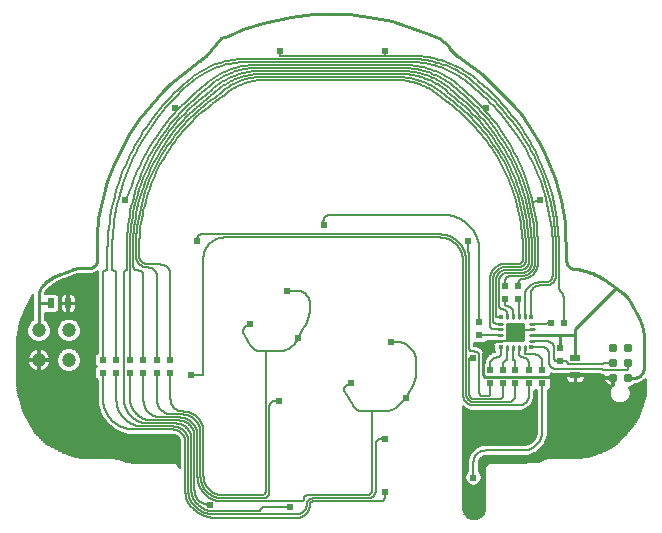
<source format=gbl>
%FSLAX46Y46*%
%MOIN*%
%ADD10C,0.0126*%
%ADD11R,0.01339X0.01339*%
%ADD12C,0.01102*%
%ADD13R,0.02362X0.01969*%
%ADD14R,0.02362X0.03543*%
%ADD15R,0.03543X0.02362*%
%ADD16C,0.031*%
%ADD17R,0.01969X0.02362*%
%ADD18C,0.04724*%
%ADD19C,0.005*%
%ADD20C,0.01*%
%ADD21C,0.006*%
%ADD22C,0.024*%
%LPD*%
D10*
X1697500Y706350D02*
G01*
X1747880D01*
Y655970D01*
X1697500D01*
Y706350D01*
Y668560D02*
X1747880D01*
Y681150D02*
X1697500D01*
Y693740D02*
X1747880D01*
Y706330D02*
X1697500D01*
D11*
X1672890Y730960D03*
X1772490D03*
Y631350D03*
X1672890D03*
D12*
X1693160Y634310D02*
Y621310D01*
X1712850D02*
Y634310D01*
X1732530D02*
Y621310D01*
X1752220D02*
Y634310D01*
X1769540Y651630D02*
X1782540D01*
Y671310D02*
X1769540D01*
Y691000D02*
X1782540D01*
Y710680D02*
X1769540D01*
X1752220Y728000D02*
Y741000D01*
X1732530D02*
Y728000D01*
X1712850D02*
Y741000D01*
X1693160D02*
Y728000D01*
X1675840Y710680D02*
X1662840D01*
Y691000D02*
X1675840D01*
Y671310D02*
X1662840D01*
Y651630D02*
X1675840D01*
D13*
X1601660Y670850D03*
Y714160D03*
X1686660Y790850D03*
X1731660D03*
Y834160D03*
X1686660D03*
X1871660Y629160D03*
Y585850D03*
X1811660Y554160D03*
Y510850D03*
X1766660D03*
Y554160D03*
X1721660D03*
X1681660D03*
X1636660D03*
Y510850D03*
X1681660D03*
X1721660D03*
X571660Y545850D03*
Y589160D03*
X526660D03*
Y545850D03*
X481660D03*
Y589160D03*
X436660D03*
Y545850D03*
X391660D03*
Y589160D03*
X346660D03*
Y545850D03*
D14*
X231190Y777510D03*
X172130D03*
D15*
X1921660Y597030D03*
Y537980D03*
D16*
X2045730Y529690D03*
X2095730D03*
Y579690D03*
X2045730D03*
Y629690D03*
X2095730D03*
D17*
X1883300Y710840D03*
X1840000D03*
D18*
X233440Y688110D03*
X133440D03*
Y589120D03*
X233440D03*
D19*
X346660Y589160D02*
Y878960D01*
X346680Y879520D01*
X346730Y880080D01*
X346820Y880630D01*
X346950Y881170D01*
X347110Y881710D01*
X347310Y882230D01*
X347540Y882740D01*
X347810Y883240D01*
X348100Y883710D01*
X348430Y884160D01*
X348780Y884600D01*
X349160Y885010D01*
X349570Y885390D01*
X350010Y885740D01*
X350460Y886070D01*
X350940Y886360D01*
X351430Y886630D01*
X351940Y886860D01*
X352460Y887060D01*
X353000Y887220D01*
X353540Y887350D01*
X354090Y887440D01*
X354650Y887490D01*
X355210Y887510D01*
X355690Y887530D01*
X356170Y887580D01*
X356650Y887670D01*
X357110Y887800D01*
X357570Y887960D01*
X358010Y888150D01*
X358440Y888370D01*
X358840Y888630D01*
X359230Y888920D01*
X359600Y889230D01*
X359940Y889570D01*
X360250Y889940D01*
X360540Y890330D01*
X360800Y890740D01*
X361020Y891160D01*
X361210Y891600D01*
X361370Y892060D01*
X361500Y892520D01*
X361590Y893000D01*
X361640Y893480D01*
X361660Y893960D01*
Y957510D01*
X362160Y975650D01*
X363100Y993780D01*
X364480Y1011870D01*
X366300Y1029930D01*
X368570Y1047940D01*
X371270Y1065890D01*
X374410Y1083770D01*
X377990Y1101560D01*
X381990Y1119270D01*
X386430Y1136870D01*
X391300Y1154350D01*
X396590Y1171720D01*
X402310Y1188940D01*
X408440Y1206030D01*
X414990Y1222960D01*
X421950Y1239720D01*
X429310Y1256310D01*
X437080Y1272710D01*
X445250Y1288920D01*
X453810Y1304930D01*
X462760Y1320720D01*
X472090Y1336290D01*
X481790Y1351630D01*
X491870Y1366720D01*
X502320Y1381570D01*
X513120Y1396160D01*
X524280Y1410470D01*
X535780Y1424520D01*
X547620Y1438270D01*
X559790Y1451740D01*
X572290Y1464900D01*
X585100Y1477750D01*
X598230Y1490290D01*
X611660Y1502510D01*
X616650Y1507490D01*
X621580Y1512320D01*
X626640Y1517030D01*
X631810Y1521620D01*
X637080Y1526080D01*
X642460Y1530410D01*
X647940Y1534620D01*
X653520Y1538690D01*
X659190Y1542630D01*
X664960Y1546430D01*
X670810Y1550100D01*
X676750Y1553620D01*
X682780Y1557010D01*
X688880Y1560240D01*
X695060Y1563340D01*
X701310Y1566280D01*
X707620Y1569080D01*
X714000Y1571720D01*
X720450Y1574210D01*
X726950Y1576550D01*
X733500Y1578730D01*
X740110Y1580750D01*
X746760Y1582620D01*
X753450Y1584330D01*
X760180Y1585880D01*
X766950Y1587260D01*
X773750Y1588490D01*
X780570Y1589560D01*
X787420Y1590460D01*
X794290Y1591200D01*
X801170Y1591770D01*
X808070Y1592180D01*
X814970Y1592430D01*
X821880Y1592510D01*
X1372310D01*
X1380270Y1592410D01*
X1388230Y1592120D01*
X1396170Y1591630D01*
X1404100Y1590950D01*
X1412010Y1590070D01*
X1419900Y1589000D01*
X1427760Y1587730D01*
X1435590Y1586280D01*
X1443380Y1584630D01*
X1451120Y1582790D01*
X1458820Y1580760D01*
X1466460Y1578540D01*
X1474050Y1576140D01*
X1481580Y1573550D01*
X1489040Y1570780D01*
X1496430Y1567820D01*
X1503750Y1564680D01*
X1510990Y1561370D01*
X1518140Y1557880D01*
X1525210Y1554210D01*
X1532180Y1550370D01*
X1539060Y1546360D01*
X1545840Y1542190D01*
X1552510Y1537850D01*
X1559070Y1533340D01*
X1565530Y1528680D01*
X1571860Y1523860D01*
X1578080Y1518890D01*
X1584170Y1513760D01*
X1590130Y1508490D01*
X1595960Y1503070D01*
X1601660Y1497510D01*
X1614760Y1486460D01*
X1627590Y1475090D01*
X1640130Y1463410D01*
X1652380Y1451430D01*
X1664340Y1439150D01*
X1675990Y1426580D01*
X1687330Y1413730D01*
X1698350Y1400610D01*
X1709050Y1387210D01*
X1719420Y1373570D01*
X1729440Y1359670D01*
X1739130Y1345530D01*
X1748460Y1331150D01*
X1757440Y1316560D01*
X1766060Y1301740D01*
X1774310Y1286720D01*
X1782200Y1271500D01*
X1789700Y1256100D01*
X1796830Y1240510D01*
X1803580Y1224760D01*
X1809930Y1208840D01*
X1815900Y1192770D01*
X1821460Y1176560D01*
X1826630Y1160220D01*
X1831400Y1143760D01*
X1835760Y1127190D01*
X1839720Y1110510D01*
X1843260Y1093740D01*
X1846390Y1076890D01*
X1849110Y1059970D01*
X1851420Y1042990D01*
X1853300Y1025960D01*
X1854770Y1008880D01*
X1855820Y991770D01*
X1856450Y974650D01*
X1856660Y957510D01*
Y873340D01*
X1856640Y872170D01*
X1856580Y871000D01*
X1856490Y869830D01*
X1856350Y868660D01*
X1856180Y867500D01*
X1855970Y866350D01*
X1855720Y865200D01*
X1855440Y864070D01*
X1855120Y862940D01*
X1854760Y861820D01*
X1854360Y860720D01*
X1853930Y859630D01*
X1853470Y858550D01*
X1852960Y857490D01*
X1852430Y856450D01*
X1851860Y855430D01*
X1851260Y854420D01*
X1850620Y853430D01*
X1849950Y852470D01*
X1849260Y851530D01*
X1848530Y850610D01*
X1847770Y849720D01*
X1846980Y848850D01*
X1846170Y848000D01*
X1845320Y847190D01*
X1844450Y846400D01*
X1843560Y845640D01*
X1842640Y844910D01*
X1841700Y844220D01*
X1840740Y843550D01*
X1839750Y842910D01*
X1838750Y842310D01*
X1837720Y841740D01*
X1836680Y841210D01*
X1835620Y840700D01*
X1834540Y840240D01*
X1833450Y839810D01*
X1832350Y839410D01*
X1831230Y839050D01*
X1830100Y838730D01*
X1828970Y838450D01*
X1827820Y838200D01*
X1826670Y837990D01*
X1825510Y837820D01*
X1824340Y837680D01*
X1823170Y837590D01*
X1822000Y837530D01*
X1820830Y837510D01*
X1800020D01*
X1798990Y837480D01*
X1797960Y837420D01*
X1796940Y837330D01*
X1795920Y837190D01*
X1794900Y837020D01*
X1793900Y836810D01*
X1792900Y836560D01*
X1791910Y836280D01*
X1790930Y835960D01*
X1789970Y835600D01*
X1789010Y835200D01*
X1788080Y834770D01*
X1787160Y834310D01*
X1786260Y833810D01*
X1785380Y833280D01*
X1784520Y832720D01*
X1783680Y832120D01*
X1782860Y831500D01*
X1782070Y830840D01*
X1781300Y830150D01*
X1780560Y829440D01*
X1779850Y828700D01*
X1779160Y827930D01*
X1778500Y827140D01*
X1777880Y826320D01*
X1777280Y825480D01*
X1776720Y824620D01*
X1776190Y823740D01*
X1775690Y822840D01*
X1775230Y821920D01*
X1774800Y820990D01*
X1774400Y820030D01*
X1774040Y819070D01*
X1773720Y818090D01*
X1773440Y817100D01*
X1773190Y816100D01*
X1772980Y815100D01*
X1772810Y814080D01*
X1772670Y813060D01*
X1772580Y812040D01*
X1772520Y811010D01*
X1772490Y809980D01*
Y730960D01*
X391660Y545850D02*
Y457150D01*
X391690Y454980D01*
X391760Y452820D01*
X391900Y450660D01*
X392080Y448500D01*
X392310Y446350D01*
X392600Y444200D01*
X392940Y442060D01*
X393330Y439930D01*
X393770Y437810D01*
X394260Y435700D01*
X394810Y433600D01*
X395400Y431520D01*
X396050Y429450D01*
X396740Y427400D01*
X397490Y425360D01*
X398280Y423350D01*
X399120Y421350D01*
X400010Y419380D01*
X400940Y417420D01*
X401930Y415490D01*
X402960Y413590D01*
X404030Y411710D01*
X405150Y409850D01*
X406320Y408030D01*
X407530Y406230D01*
X408780Y404460D01*
X410070Y402720D01*
X411410Y401020D01*
X412790Y399350D01*
X414200Y397710D01*
X415660Y396100D01*
X417150Y394540D01*
X418690Y393000D01*
X420250Y391510D01*
X421860Y390050D01*
X423500Y388640D01*
X425170Y387260D01*
X426870Y385920D01*
X428610Y384630D01*
X430380Y383380D01*
X432180Y382170D01*
X434000Y381000D01*
X435860Y379880D01*
X437740Y378810D01*
X439640Y377780D01*
X441570Y376790D01*
X443530Y375860D01*
X445500Y374970D01*
X447500Y374130D01*
X449510Y373340D01*
X451550Y372590D01*
X453600Y371900D01*
X455670Y371250D01*
X457750Y370660D01*
X459850Y370110D01*
X461960Y369620D01*
X464080Y369180D01*
X466210Y368790D01*
X468350Y368450D01*
X470500Y368160D01*
X472650Y367930D01*
X474810Y367750D01*
X476970Y367610D01*
X479130Y367540D01*
X481300Y367510D01*
X581660D01*
X583060Y367490D01*
X584460Y367430D01*
X585860Y367330D01*
X587260Y367200D01*
X588650Y367020D01*
X590040Y366800D01*
X591410Y366550D01*
X592790Y366260D01*
X594150Y365930D01*
X595500Y365560D01*
X596840Y365150D01*
X598170Y364700D01*
X599490Y364220D01*
X600790Y363700D01*
X602080Y363150D01*
X603350Y362560D01*
X604610Y361930D01*
X605850Y361270D01*
X607060Y360580D01*
X608260Y359850D01*
X609440Y359080D01*
X610590Y358290D01*
X611730Y357460D01*
X612830Y356600D01*
X613920Y355710D01*
X614980Y354790D01*
X616010Y353840D01*
X617020Y352870D01*
X617990Y351860D01*
X618940Y350830D01*
X619860Y349770D01*
X620750Y348680D01*
X621610Y347580D01*
X622440Y346440D01*
X623230Y345290D01*
X624000Y344110D01*
X624730Y342910D01*
X625420Y341700D01*
X626080Y340460D01*
X626710Y339200D01*
X627300Y337930D01*
X627850Y336640D01*
X628370Y335340D01*
X628850Y334020D01*
X629300Y332690D01*
X629710Y331350D01*
X630080Y330000D01*
X630410Y328640D01*
X630700Y327260D01*
X630950Y325890D01*
X631170Y324500D01*
X631350Y323110D01*
X631480Y321710D01*
X631580Y320310D01*
X631640Y318910D01*
X631660Y317510D01*
Y148050D01*
X631680Y146590D01*
X631740Y145140D01*
X631830Y143680D01*
X631960Y142230D01*
X632140Y140790D01*
X632350Y139350D01*
X632590Y137910D01*
X632880Y136480D01*
X633200Y135060D01*
X633560Y133650D01*
X633950Y132250D01*
X634380Y130860D01*
X634850Y129480D01*
X635360Y128110D01*
X635900Y126760D01*
X636470Y125420D01*
X637080Y124100D01*
X637720Y122790D01*
X638400Y121500D01*
X639110Y120230D01*
X639860Y118980D01*
X640640Y117750D01*
X641450Y116540D01*
X642290Y115350D01*
X643160Y114180D01*
X644060Y113030D01*
X644990Y111910D01*
X645950Y110820D01*
X646940Y109750D01*
X647960Y108710D01*
X658220Y98450D01*
X659580Y97120D01*
X660970Y95820D01*
X662400Y94550D01*
X663850Y93320D01*
X665340Y92130D01*
X666850Y90970D01*
X668390Y89840D01*
X669950Y88760D01*
X671540Y87710D01*
X673160Y86700D01*
X674790Y85720D01*
X676460Y84790D01*
X678140Y83900D01*
X679840Y83050D01*
X681570Y82230D01*
X683310Y81460D01*
X685070Y80730D01*
X686850Y80050D01*
X688640Y79400D01*
X690450Y78800D01*
X692270Y78240D01*
X694100Y77730D01*
X695950Y77260D01*
X697800Y76830D01*
X699670Y76450D01*
X701550Y76110D01*
X703430Y75810D01*
X705320Y75570D01*
X707210Y75360D01*
X709110Y75200D01*
X711010Y75090D01*
X712920Y75020D01*
X714820Y75010D01*
X991230D01*
X992390Y75030D01*
X993550Y75090D01*
X994700Y75180D01*
X995850Y75310D01*
X997000Y75480D01*
X998140Y75690D01*
X999280Y75940D01*
X1000400Y76220D01*
X1001510Y76540D01*
X1002620Y76890D01*
X1003710Y77280D01*
X1004790Y77710D01*
X1005850Y78170D01*
X1006900Y78660D01*
X1007930Y79190D01*
X1008950Y79760D01*
X1009940Y80350D01*
X1010910Y80980D01*
X1011870Y81640D01*
X1012800Y82330D01*
X1013710Y83050D01*
X1014590Y83800D01*
X1015450Y84580D01*
X1016280Y85390D01*
X1017090Y86220D01*
X1017870Y87080D01*
X1018620Y87960D01*
X1019340Y88870D01*
X1020030Y89800D01*
X1020690Y90760D01*
X1021320Y91730D01*
X1021910Y92730D01*
X1022480Y93740D01*
X1023010Y94770D01*
X1023500Y95820D01*
X1023960Y96880D01*
X1024390Y97960D01*
X1024780Y99050D01*
X1025130Y100160D01*
X1025450Y101270D01*
X1025730Y102390D01*
X1025980Y103530D01*
X1026190Y104670D01*
X1026360Y105820D01*
X1026490Y106970D01*
X1026580Y108120D01*
X1026640Y109280D01*
X1026660Y110440D01*
X1026680Y111250D01*
X1026740Y112060D01*
X1026830Y112870D01*
X1026970Y113670D01*
X1027140Y114460D01*
X1027350Y115250D01*
X1027600Y116020D01*
X1027880Y116780D01*
X1028200Y117530D01*
X1028560Y118260D01*
X1028950Y118980D01*
X1029370Y119670D01*
X1029830Y120340D01*
X1030310Y120990D01*
X1030830Y121620D01*
X1031380Y122220D01*
X1031950Y122790D01*
X1032550Y123340D01*
X1033180Y123860D01*
X1033830Y124340D01*
X1034500Y124800D01*
X1035200Y125220D01*
X1035910Y125610D01*
X1036640Y125970D01*
X1037390Y126290D01*
X1038150Y126570D01*
X1038920Y126820D01*
X1039710Y127030D01*
X1040500Y127200D01*
X1041300Y127340D01*
X1042110Y127430D01*
X1042920Y127490D01*
X1043730Y127510D01*
X1226910D01*
X1227970Y127520D01*
X1229030Y127580D01*
X1230090Y127670D01*
X1231140Y127800D01*
X1232190Y127970D01*
X1233230Y128180D01*
X1234270Y128420D01*
X1235290Y128710D01*
X1236310Y129020D01*
X1237310Y129380D01*
X1238290Y129760D01*
X1239270Y130190D01*
X1240230Y130650D01*
X1241170Y131140D01*
X1242090Y131660D01*
X1242990Y132220D01*
X1243880Y132810D01*
X1244740Y133430D01*
X1245580Y134090D01*
X1246390Y134770D01*
X1247180Y135480D01*
X1247950Y136210D01*
X1248680Y136980D01*
X1249390Y137770D01*
X1250070Y138580D01*
X1250730Y139420D01*
X1251350Y140280D01*
X1251940Y141170D01*
X1252500Y142070D01*
X1253020Y142990D01*
X1253510Y143930D01*
X1253970Y144890D01*
X1254400Y145870D01*
X1254780Y146850D01*
X1255140Y147850D01*
X1255450Y148870D01*
X1255740Y149890D01*
X1255980Y150930D01*
X1256190Y151970D01*
X1256360Y153020D01*
X1256490Y154070D01*
X1256580Y155130D01*
X1256640Y156190D01*
X1256660Y157250D01*
Y310440D01*
X1256680Y311250D01*
X1256740Y312060D01*
X1256830Y312870D01*
X1256970Y313670D01*
X1257140Y314460D01*
X1257350Y315250D01*
X1257600Y316020D01*
X1257880Y316780D01*
X1258200Y317530D01*
X1258560Y318260D01*
X1258950Y318980D01*
X1259370Y319670D01*
X1259830Y320340D01*
X1260310Y320990D01*
X1260830Y321620D01*
X1261380Y322220D01*
X1261950Y322790D01*
X1262550Y323340D01*
X1263180Y323860D01*
X1263830Y324340D01*
X1264500Y324800D01*
X1265200Y325220D01*
X1265910Y325610D01*
X1266640Y325970D01*
X1267390Y326290D01*
X1268150Y326570D01*
X1268920Y326820D01*
X1269710Y327030D01*
X1270500Y327200D01*
X1271300Y327340D01*
X1272110Y327430D01*
X1272920Y327490D01*
X1273730Y327510D01*
X1286660D01*
Y327030D01*
X971190Y97510D02*
X878490D01*
X877980Y97490D01*
X877470Y97430D01*
X876970Y97340D01*
X876480Y97210D01*
X875990Y97040D01*
X875530Y96830D01*
X875080Y96590D01*
X874640Y96320D01*
X874230Y96020D01*
X873840Y95690D01*
X873480Y95330D01*
X873150Y94940D01*
X872850Y94530D01*
X872580Y94100D01*
X872340Y93640D01*
X872130Y93180D01*
X871960Y92690D01*
X871830Y92200D01*
X871740Y91700D01*
X871680Y91190D01*
X871660Y90680D01*
X871640Y90210D01*
X871580Y89750D01*
X871490Y89290D01*
X871350Y88840D01*
X871180Y88400D01*
X870980Y87980D01*
X870740Y87580D01*
X870460Y87200D01*
X870160Y86840D01*
X869830Y86510D01*
X869470Y86210D01*
X869090Y85930D01*
X868690Y85690D01*
X868270Y85490D01*
X867830Y85320D01*
X867380Y85180D01*
X866920Y85090D01*
X866460Y85030D01*
X865990Y85010D01*
X716040D01*
X714350Y85030D01*
X712660Y85090D01*
X710980Y85190D01*
X709300Y85330D01*
X707620Y85510D01*
X705940Y85730D01*
X704280Y85990D01*
X702610Y86290D01*
X700960Y86630D01*
X699320Y87010D01*
X697680Y87430D01*
X696050Y87880D01*
X694440Y88380D01*
X692840Y88910D01*
X691250Y89480D01*
X689670Y90090D01*
X688110Y90740D01*
X686570Y91420D01*
X685040Y92140D01*
X683530Y92900D01*
X682040Y93690D01*
X680570Y94510D01*
X679120Y95380D01*
X677690Y96270D01*
X676280Y97200D01*
X674890Y98160D01*
X673530Y99160D01*
X672190Y100190D01*
X670870Y101250D01*
X669580Y102340D01*
X668320Y103460D01*
X667090Y104610D01*
X665880Y105780D01*
X657960Y113710D01*
X656940Y114750D01*
X655950Y115820D01*
X654990Y116910D01*
X654060Y118030D01*
X653160Y119180D01*
X652290Y120350D01*
X651450Y121540D01*
X650640Y122750D01*
X649860Y123980D01*
X649110Y125230D01*
X648400Y126500D01*
X647720Y127790D01*
X647080Y129100D01*
X646470Y130420D01*
X645900Y131760D01*
X645360Y133110D01*
X644850Y134480D01*
X644380Y135860D01*
X643950Y137250D01*
X643560Y138650D01*
X643200Y140060D01*
X642880Y141480D01*
X642590Y142910D01*
X642350Y144350D01*
X642140Y145790D01*
X641960Y147230D01*
X641830Y148680D01*
X641740Y150140D01*
X641680Y151590D01*
X641660Y153050D01*
Y326290D01*
X641640Y327700D01*
X641580Y329110D01*
X641490Y330520D01*
X641350Y331920D01*
X641170Y333320D01*
X640960Y334720D01*
X640710Y336110D01*
X640420Y337490D01*
X640090Y338860D01*
X639730Y340220D01*
X639330Y341580D01*
X638890Y342920D01*
X638410Y344250D01*
X637900Y345560D01*
X637350Y346860D01*
X636760Y348150D01*
X636140Y349410D01*
X635490Y350660D01*
X634800Y351900D01*
X634080Y353110D01*
X633320Y354300D01*
X632530Y355470D01*
X631710Y356620D01*
X630860Y357740D01*
X629980Y358850D01*
X629070Y359920D01*
X628130Y360970D01*
X627160Y362000D01*
X626160Y363000D01*
X625130Y363970D01*
X624080Y364910D01*
X623010Y365820D01*
X621900Y366700D01*
X620780Y367550D01*
X619630Y368370D01*
X618460Y369160D01*
X617270Y369920D01*
X616060Y370640D01*
X614820Y371330D01*
X613570Y371980D01*
X612310Y372600D01*
X611020Y373190D01*
X609720Y373740D01*
X608410Y374250D01*
X607080Y374730D01*
X605740Y375170D01*
X604380Y375570D01*
X603020Y375930D01*
X601650Y376260D01*
X600270Y376550D01*
X598880Y376800D01*
X597480Y377010D01*
X596080Y377190D01*
X594680Y377330D01*
X593270Y377420D01*
X591860Y377480D01*
X590450Y377510D01*
X499060D01*
X497070Y377530D01*
X495080Y377610D01*
X493090Y377730D01*
X491110Y377890D01*
X489130Y378110D01*
X487150Y378370D01*
X485190Y378690D01*
X483230Y379050D01*
X481280Y379450D01*
X479340Y379900D01*
X477410Y380400D01*
X475500Y380950D01*
X473600Y381540D01*
X471710Y382180D01*
X469840Y382860D01*
X467990Y383590D01*
X466150Y384370D01*
X464340Y385180D01*
X462540Y386040D01*
X460770Y386950D01*
X459010Y387900D01*
X457290Y388880D01*
X455580Y389910D01*
X453900Y390980D01*
X452250Y392100D01*
X450630Y393250D01*
X449030Y394440D01*
X447460Y395660D01*
X445930Y396930D01*
X444420Y398230D01*
X442940Y399570D01*
X441500Y400940D01*
X440090Y402350D01*
X438720Y403790D01*
X437380Y405270D01*
X436080Y406780D01*
X434810Y408310D01*
X433590Y409880D01*
X432400Y411480D01*
X431250Y413100D01*
X430130Y414750D01*
X429060Y416430D01*
X428030Y418140D01*
X427050Y419860D01*
X426100Y421620D01*
X425190Y423390D01*
X424330Y425190D01*
X423520Y427000D01*
X422740Y428840D01*
X422010Y430690D01*
X421330Y432560D01*
X420690Y434450D01*
X420100Y436350D01*
X419550Y438260D01*
X419050Y440190D01*
X418600Y442130D01*
X418200Y444080D01*
X417840Y446040D01*
X417520Y448000D01*
X417260Y449980D01*
X417040Y451960D01*
X416880Y453940D01*
X416760Y455930D01*
X416680Y457920D01*
X416660Y459910D01*
Y882510D01*
X416680Y882950D01*
X416740Y883380D01*
X416830Y883800D01*
X416960Y884220D01*
X417130Y884620D01*
X417330Y885010D01*
X417560Y885380D01*
X417830Y885720D01*
X418120Y886050D01*
X418450Y886340D01*
X418790Y886610D01*
X419160Y886840D01*
X419550Y887040D01*
X419950Y887210D01*
X420370Y887340D01*
X420790Y887430D01*
X421220Y887490D01*
X421660Y887510D01*
X422100Y887530D01*
X422530Y887590D01*
X422950Y887680D01*
X423370Y887810D01*
X423770Y887980D01*
X424160Y888180D01*
X424530Y888410D01*
X424870Y888680D01*
X425200Y888970D01*
X425490Y889300D01*
X425760Y889640D01*
X425990Y890010D01*
X426190Y890400D01*
X426360Y890800D01*
X426490Y891220D01*
X426580Y891640D01*
X426640Y892070D01*
X426660Y892510D01*
Y957510D01*
X426760Y973610D01*
X427240Y989710D01*
X428120Y1005790D01*
X429380Y1021840D01*
X431040Y1037860D01*
X433090Y1053830D01*
X435520Y1069750D01*
X438340Y1085600D01*
X441550Y1101380D01*
X445140Y1117080D01*
X449110Y1132680D01*
X453460Y1148190D01*
X458190Y1163580D01*
X463280Y1178860D01*
X468750Y1194000D01*
X474590Y1209010D01*
X480790Y1223870D01*
X487350Y1238580D01*
X494260Y1253120D01*
X501530Y1267490D01*
X509150Y1281680D01*
X517110Y1295680D01*
X525400Y1309480D01*
X534030Y1323070D01*
X542990Y1336450D01*
X552270Y1349610D01*
X561870Y1362540D01*
X571780Y1375230D01*
X582000Y1387680D01*
X592520Y1399870D01*
X603330Y1411810D01*
X614420Y1423480D01*
X625800Y1434870D01*
X637450Y1445980D01*
X649370Y1456810D01*
X661550Y1467350D01*
X673990Y1477580D01*
X686660Y1487510D01*
X690590Y1491620D01*
X694620Y1495640D01*
X698750Y1499560D01*
X702970Y1503380D01*
X707280Y1507100D01*
X711680Y1510710D01*
X716170Y1514210D01*
X720740Y1517610D01*
X725390Y1520890D01*
X730120Y1524060D01*
X734920Y1527120D01*
X739800Y1530060D01*
X744740Y1532880D01*
X749750Y1535580D01*
X754830Y1538160D01*
X759960Y1540620D01*
X765160Y1542950D01*
X770400Y1545160D01*
X775700Y1547230D01*
X781050Y1549180D01*
X786450Y1551000D01*
X791880Y1552690D01*
X797360Y1554250D01*
X802870Y1555680D01*
X808410Y1556970D01*
X813990Y1558130D01*
X819590Y1559150D01*
X825210Y1560040D01*
X830850Y1560800D01*
X836510Y1561410D01*
X842190Y1561890D01*
X847870Y1562240D01*
X853560Y1562440D01*
X859250Y1562510D01*
X1343520D01*
X1350020Y1562430D01*
X1356520Y1562200D01*
X1363010Y1561810D01*
X1369480Y1561270D01*
X1375950Y1560580D01*
X1382390Y1559730D01*
X1388810Y1558730D01*
X1395210Y1557570D01*
X1401580Y1556270D01*
X1407920Y1554810D01*
X1414210Y1553200D01*
X1420470Y1551450D01*
X1426690Y1549540D01*
X1432860Y1547490D01*
X1438970Y1545290D01*
X1445040Y1542940D01*
X1451040Y1540460D01*
X1456990Y1537830D01*
X1462870Y1535060D01*
X1468680Y1532150D01*
X1474420Y1529100D01*
X1480090Y1525920D01*
X1485680Y1522600D01*
X1491190Y1519150D01*
X1496620Y1515570D01*
X1501960Y1511860D01*
X1507210Y1508030D01*
X1512360Y1504070D01*
X1517430Y1499990D01*
X1522390Y1495800D01*
X1527250Y1491480D01*
X1532010Y1487050D01*
X1536660Y1482510D01*
X1549160Y1472120D01*
X1561400Y1461440D01*
X1573380Y1450470D01*
X1585090Y1439210D01*
X1596530Y1427680D01*
X1607690Y1415870D01*
X1618560Y1403800D01*
X1629140Y1391460D01*
X1639420Y1378880D01*
X1649390Y1366060D01*
X1659060Y1353000D01*
X1668400Y1339710D01*
X1677420Y1326200D01*
X1686120Y1312470D01*
X1694480Y1298540D01*
X1702500Y1284420D01*
X1710190Y1270100D01*
X1717520Y1255600D01*
X1724510Y1240940D01*
X1731140Y1226100D01*
X1737410Y1211120D01*
X1743320Y1195980D01*
X1748860Y1180710D01*
X1754030Y1165310D01*
X1758840Y1149790D01*
X1763260Y1134160D01*
X1767310Y1118430D01*
X1770980Y1102600D01*
X1774270Y1086690D01*
X1777180Y1070700D01*
X1779700Y1054660D01*
X1781830Y1038550D01*
X1783580Y1022400D01*
X1784930Y1006210D01*
X1785900Y989990D01*
X1786470Y973750D01*
X1786660Y957510D01*
Y913510D01*
X1786640Y912220D01*
X1786580Y910930D01*
X1786490Y909650D01*
X1786350Y908370D01*
X1786180Y907090D01*
X1785970Y905820D01*
X1785730Y904550D01*
X1785440Y903290D01*
X1785120Y902040D01*
X1784760Y900810D01*
X1784370Y899580D01*
X1783940Y898360D01*
X1783470Y897160D01*
X1782970Y895970D01*
X1782430Y894800D01*
X1781860Y893650D01*
X1781250Y892510D01*
X1780620Y891390D01*
X1779940Y890290D01*
X1779240Y889210D01*
X1778500Y888150D01*
X1777740Y887110D01*
X1776940Y886100D01*
X1776110Y885110D01*
X1775260Y884150D01*
X1774370Y883210D01*
X1773460Y882300D01*
X1772520Y881410D01*
X1771560Y880560D01*
X1770570Y879730D01*
X1769560Y878930D01*
X1768520Y878170D01*
X1767460Y877430D01*
X1766380Y876730D01*
X1765280Y876050D01*
X1764160Y875420D01*
X1763020Y874810D01*
X1761870Y874240D01*
X1760700Y873700D01*
X1759510Y873200D01*
X1758310Y872730D01*
X1757090Y872300D01*
X1755860Y871910D01*
X1754630Y871550D01*
X1753380Y871230D01*
X1752120Y870940D01*
X1750850Y870700D01*
X1749580Y870490D01*
X1748300Y870320D01*
X1747020Y870180D01*
X1745740Y870090D01*
X1744450Y870030D01*
X1743160Y870010D01*
X1704580D01*
X1703750Y869990D01*
X1702930Y869930D01*
X1702100Y869840D01*
X1701290Y869700D01*
X1700480Y869530D01*
X1699680Y869330D01*
X1698890Y869080D01*
X1698110Y868800D01*
X1697340Y868480D01*
X1696590Y868130D01*
X1695860Y867750D01*
X1695150Y867330D01*
X1694450Y866870D01*
X1693780Y866390D01*
X1693130Y865880D01*
X1692510Y865330D01*
X1691910Y864760D01*
X1691340Y864160D01*
X1690790Y863540D01*
X1690280Y862890D01*
X1689800Y862220D01*
X1689340Y861520D01*
X1688920Y860810D01*
X1688540Y860080D01*
X1688190Y859330D01*
X1687870Y858560D01*
X1687590Y857780D01*
X1687340Y856990D01*
X1687140Y856190D01*
X1686970Y855380D01*
X1686830Y854570D01*
X1686740Y853740D01*
X1686680Y852920D01*
X1686660Y852090D01*
Y834160D01*
X1693160Y734500D02*
Y746530D01*
X1693140Y747170D01*
X1693090Y747800D01*
X1692990Y748440D01*
X1692860Y749060D01*
X1692700Y749680D01*
X1692500Y750290D01*
X1692260Y750880D01*
X1691990Y751460D01*
X1691690Y752020D01*
X1691350Y752560D01*
X1690990Y753090D01*
X1690590Y753590D01*
X1690170Y754060D01*
X1689710Y754520D01*
X1689240Y754940D01*
X1688740Y755340D01*
X1688210Y755700D01*
X1687670Y756040D01*
X1687110Y756340D01*
X1686530Y756610D01*
X1685940Y756850D01*
X1685330Y757050D01*
X1684710Y757210D01*
X1684090Y757340D01*
X1683450Y757440D01*
X1682820Y757490D01*
X1682180Y757510D01*
X1681420Y757530D01*
X1680660Y757580D01*
X1679900Y757680D01*
X1679150Y757810D01*
X1678410Y757980D01*
X1677670Y758180D01*
X1676950Y758420D01*
X1676240Y758690D01*
X1675540Y759000D01*
X1674860Y759340D01*
X1674200Y759720D01*
X1673560Y760130D01*
X1672930Y760560D01*
X1672330Y761030D01*
X1671760Y761530D01*
X1671210Y762060D01*
X1670680Y762610D01*
X1670180Y763180D01*
X1669710Y763780D01*
X1669280Y764410D01*
X1668870Y765050D01*
X1668490Y765710D01*
X1668150Y766390D01*
X1667840Y767090D01*
X1667570Y767800D01*
X1667330Y768520D01*
X1667130Y769260D01*
X1666960Y770000D01*
X1666830Y770750D01*
X1666730Y771510D01*
X1666680Y772270D01*
X1666660Y773030D01*
Y853600D01*
X1666680Y854610D01*
X1666740Y855620D01*
X1666830Y856630D01*
X1666970Y857630D01*
X1667140Y858630D01*
X1667350Y859620D01*
X1667600Y860600D01*
X1667890Y861570D01*
X1668210Y862530D01*
X1668570Y863470D01*
X1668970Y864400D01*
X1669400Y865320D01*
X1669870Y866220D01*
X1670370Y867100D01*
X1670900Y867960D01*
X1671470Y868790D01*
X1672070Y869610D01*
X1672690Y870400D01*
X1673350Y871170D01*
X1674040Y871910D01*
X1674760Y872630D01*
X1675500Y873320D01*
X1676270Y873980D01*
X1677060Y874600D01*
X1677880Y875200D01*
X1678710Y875770D01*
X1679570Y876300D01*
X1680450Y876800D01*
X1681350Y877270D01*
X1682270Y877700D01*
X1683200Y878100D01*
X1684140Y878460D01*
X1685100Y878780D01*
X1686070Y879070D01*
X1687050Y879320D01*
X1688040Y879530D01*
X1689040Y879700D01*
X1690040Y879840D01*
X1691050Y879930D01*
X1692060Y879990D01*
X1693070Y880010D01*
X1741670D01*
X1742840Y880030D01*
X1744010Y880090D01*
X1745170Y880190D01*
X1746330Y880320D01*
X1747490Y880500D01*
X1748640Y880710D01*
X1749780Y880960D01*
X1750910Y881250D01*
X1752040Y881580D01*
X1753150Y881950D01*
X1754250Y882350D01*
X1755330Y882790D01*
X1756400Y883260D01*
X1757450Y883770D01*
X1758490Y884320D01*
X1759500Y884890D01*
X1760500Y885510D01*
X1761470Y886150D01*
X1762430Y886830D01*
X1763360Y887540D01*
X1764260Y888280D01*
X1765140Y889050D01*
X1765990Y889850D01*
X1766820Y890680D01*
X1767620Y891530D01*
X1768390Y892410D01*
X1769130Y893310D01*
X1769840Y894240D01*
X1770520Y895200D01*
X1771160Y896170D01*
X1771780Y897170D01*
X1772350Y898180D01*
X1772900Y899220D01*
X1773410Y900270D01*
X1773880Y901340D01*
X1774320Y902420D01*
X1774720Y903520D01*
X1775090Y904630D01*
X1775420Y905760D01*
X1775710Y906890D01*
X1775960Y908030D01*
X1776170Y909180D01*
X1776350Y910340D01*
X1776480Y911500D01*
X1776580Y912660D01*
X1776640Y913830D01*
X1776660Y915000D01*
Y957510D01*
X1776430Y973700D01*
X1775790Y989900D01*
X1774770Y1006070D01*
X1773340Y1022210D01*
X1771520Y1038310D01*
X1769310Y1054360D01*
X1766700Y1070350D01*
X1763710Y1086270D01*
X1760320Y1102120D01*
X1756540Y1117870D01*
X1752380Y1133530D01*
X1747840Y1149090D01*
X1742910Y1164520D01*
X1737610Y1179840D01*
X1731940Y1195010D01*
X1725890Y1210040D01*
X1719480Y1224920D01*
X1712710Y1239640D01*
X1705570Y1254190D01*
X1698080Y1268560D01*
X1690250Y1282740D01*
X1682060Y1296720D01*
X1673540Y1310500D01*
X1664680Y1324070D01*
X1655490Y1337410D01*
X1645970Y1350530D01*
X1636140Y1363410D01*
X1625990Y1376040D01*
X1615540Y1388420D01*
X1604780Y1400540D01*
X1593740Y1412390D01*
X1582400Y1423970D01*
X1570780Y1435270D01*
X1558900Y1446270D01*
X1546740Y1456990D01*
X1534330Y1467400D01*
X1521660Y1477500D01*
X1517160Y1481900D01*
X1512560Y1486180D01*
X1507850Y1490340D01*
X1503040Y1494380D01*
X1498130Y1498310D01*
X1493130Y1502120D01*
X1488040Y1505800D01*
X1482850Y1509350D01*
X1477590Y1512780D01*
X1472240Y1516080D01*
X1466810Y1519240D01*
X1461300Y1522270D01*
X1455720Y1525170D01*
X1450070Y1527920D01*
X1444360Y1530540D01*
X1438580Y1533020D01*
X1432750Y1535350D01*
X1426860Y1537540D01*
X1420910Y1539590D01*
X1414920Y1541480D01*
X1408890Y1543230D01*
X1402810Y1544840D01*
X1396700Y1546290D01*
X1390550Y1547590D01*
X1384370Y1548740D01*
X1378160Y1549740D01*
X1371940Y1550580D01*
X1365690Y1551280D01*
X1359430Y1551820D01*
X1353150Y1552200D01*
X1346870Y1552430D01*
X1340590Y1552510D01*
X870660D01*
X864960Y1552430D01*
X859280Y1552230D01*
X853600Y1551890D01*
X847930Y1551420D01*
X842280Y1550810D01*
X836640Y1550070D01*
X831020Y1549190D01*
X825420Y1548180D01*
X819850Y1547040D01*
X814310Y1545760D01*
X808790Y1544360D01*
X803320Y1542820D01*
X797880Y1541150D01*
X792480Y1539360D01*
X787130Y1537430D01*
X781830Y1535380D01*
X776570Y1533200D01*
X771370Y1530900D01*
X766220Y1528480D01*
X761140Y1525930D01*
X756110Y1523270D01*
X751160Y1520480D01*
X746260Y1517580D01*
X741440Y1514560D01*
X736690Y1511430D01*
X732020Y1508190D01*
X727430Y1504830D01*
X722920Y1501370D01*
X718490Y1497800D01*
X714140Y1494130D01*
X709890Y1490350D01*
X705730Y1486480D01*
X701660Y1482500D01*
X689150Y1473110D01*
X676870Y1463410D01*
X664820Y1453410D01*
X653020Y1443130D01*
X641470Y1432570D01*
X630180Y1421730D01*
X619150Y1410620D01*
X608400Y1399250D01*
X597920Y1387620D01*
X587730Y1375740D01*
X577830Y1363620D01*
X568220Y1351260D01*
X558920Y1338670D01*
X549920Y1325870D01*
X541240Y1312850D01*
X532870Y1299620D01*
X524820Y1286200D01*
X517100Y1272580D01*
X509710Y1258780D01*
X502660Y1244810D01*
X495950Y1230670D01*
X489580Y1216370D01*
X483550Y1201930D01*
X477880Y1187340D01*
X472570Y1172620D01*
X467610Y1157770D01*
X463010Y1142810D01*
X458770Y1127740D01*
X454900Y1112580D01*
X451390Y1097320D01*
X448260Y1081990D01*
X445500Y1066580D01*
X443110Y1051120D01*
X441090Y1035590D01*
X439450Y1020030D01*
X438190Y1004430D01*
X437300Y988800D01*
X436790Y973160D01*
X436660Y957510D01*
Y589160D01*
Y545850D02*
Y462510D01*
X436680Y460700D01*
X436750Y458890D01*
X436860Y457080D01*
X437010Y455270D01*
X437210Y453470D01*
X437450Y451670D01*
X437730Y449880D01*
X438060Y448100D01*
X438430Y446330D01*
X438840Y444560D01*
X439290Y442810D01*
X439790Y441060D01*
X440330Y439330D01*
X440910Y437620D01*
X441530Y435910D01*
X442200Y434230D01*
X442900Y432560D01*
X443640Y430900D01*
X444430Y429270D01*
X445250Y427660D01*
X446110Y426060D01*
X447010Y424490D01*
X447950Y422940D01*
X448920Y421410D01*
X449940Y419910D01*
X450980Y418430D01*
X452070Y416970D01*
X453180Y415550D01*
X454340Y414150D01*
X455520Y412780D01*
X456740Y411430D01*
X457990Y410120D01*
X459270Y408840D01*
X460580Y407590D01*
X461930Y406370D01*
X463300Y405190D01*
X464700Y404030D01*
X466120Y402920D01*
X467580Y401830D01*
X469060Y400790D01*
X470560Y399770D01*
X472090Y398800D01*
X473640Y397860D01*
X475210Y396960D01*
X476810Y396100D01*
X478420Y395280D01*
X480050Y394490D01*
X481710Y393750D01*
X483380Y393050D01*
X485060Y392380D01*
X486770Y391760D01*
X488480Y391180D01*
X490210Y390640D01*
X491960Y390140D01*
X493710Y389690D01*
X495480Y389280D01*
X497250Y388910D01*
X499030Y388580D01*
X500820Y388300D01*
X502620Y388060D01*
X504420Y387860D01*
X506230Y387710D01*
X508040Y387600D01*
X509850Y387530D01*
X511660Y387510D01*
X600450D01*
X601860Y387480D01*
X603270Y387420D01*
X604680Y387330D01*
X606080Y387190D01*
X607480Y387010D01*
X608880Y386800D01*
X610270Y386550D01*
X611650Y386260D01*
X613020Y385930D01*
X614380Y385570D01*
X615740Y385170D01*
X617080Y384730D01*
X618410Y384250D01*
X619720Y383740D01*
X621020Y383190D01*
X622310Y382600D01*
X623570Y381980D01*
X624820Y381330D01*
X626060Y380640D01*
X627270Y379920D01*
X628460Y379160D01*
X629630Y378370D01*
X630780Y377550D01*
X631900Y376700D01*
X633010Y375820D01*
X634080Y374910D01*
X635130Y373970D01*
X636160Y373000D01*
X637160Y372000D01*
X638130Y370970D01*
X639070Y369920D01*
X639980Y368850D01*
X640860Y367740D01*
X641710Y366620D01*
X642530Y365470D01*
X643320Y364300D01*
X644080Y363110D01*
X644800Y361900D01*
X645490Y360660D01*
X646140Y359410D01*
X646760Y358150D01*
X647350Y356860D01*
X647900Y355560D01*
X648410Y354250D01*
X648890Y352920D01*
X649330Y351580D01*
X649730Y350220D01*
X650090Y348860D01*
X650420Y347490D01*
X650710Y346110D01*
X650960Y344720D01*
X651170Y343320D01*
X651350Y341920D01*
X651490Y340520D01*
X651580Y339110D01*
X651640Y337700D01*
X651660Y336290D01*
Y157510D01*
X651680Y156110D01*
X651740Y154710D01*
X651830Y153310D01*
X651970Y151910D01*
X652140Y150520D01*
X652350Y149140D01*
X652600Y147760D01*
X652890Y146380D01*
X653220Y145020D01*
X653580Y143670D01*
X653980Y142320D01*
X654420Y140990D01*
X654890Y139670D01*
X655400Y138360D01*
X655950Y137070D01*
X656530Y135800D01*
X657140Y134540D01*
X657790Y133290D01*
X658480Y132070D01*
X659190Y130870D01*
X659940Y129680D01*
X660730Y128520D01*
X661540Y127380D01*
X662390Y126260D01*
X663260Y125160D01*
X664170Y124090D01*
X665110Y123050D01*
X666070Y122030D01*
X667060Y121040D01*
X668080Y120080D01*
X669120Y119140D01*
X670190Y118230D01*
X671290Y117360D01*
X672410Y116510D01*
X673550Y115700D01*
X674710Y114910D01*
X675900Y114160D01*
X677100Y113450D01*
X678320Y112760D01*
X679570Y112110D01*
X680830Y111500D01*
X682100Y110920D01*
X683390Y110370D01*
X684700Y109860D01*
X686020Y109390D01*
X687350Y108950D01*
X688700Y108550D01*
X690050Y108190D01*
X691410Y107860D01*
X692790Y107570D01*
X694170Y107320D01*
X695550Y107110D01*
X696940Y106940D01*
X698340Y106800D01*
X699740Y106710D01*
X701140Y106650D01*
X702540Y106630D01*
X481660Y545850D02*
Y457000D01*
X481680Y455470D01*
X481740Y453940D01*
X481840Y452410D01*
X481980Y450880D01*
X482150Y449360D01*
X482370Y447850D01*
X482620Y446330D01*
X482920Y444830D01*
X483250Y443340D01*
X483620Y441850D01*
X484030Y440370D01*
X484480Y438910D01*
X484960Y437460D01*
X485480Y436010D01*
X486040Y434590D01*
X486640Y433180D01*
X487270Y431780D01*
X487940Y430400D01*
X488640Y429040D01*
X489380Y427700D01*
X490150Y426370D01*
X490950Y425070D01*
X491790Y423790D01*
X492660Y422530D01*
X493570Y421290D01*
X494500Y420080D01*
X495470Y418890D01*
X496470Y417730D01*
X497490Y416590D01*
X498550Y415480D01*
X499630Y414400D01*
X500740Y413340D01*
X501880Y412320D01*
X503040Y411320D01*
X504230Y410350D01*
X505440Y409420D01*
X506680Y408510D01*
X507940Y407640D01*
X509220Y406800D01*
X510520Y406000D01*
X511850Y405230D01*
X513190Y404490D01*
X514550Y403790D01*
X515930Y403120D01*
X517330Y402490D01*
X518740Y401890D01*
X520160Y401330D01*
X521610Y400810D01*
X523060Y400330D01*
X524520Y399880D01*
X526000Y399470D01*
X527490Y399100D01*
X528980Y398770D01*
X530480Y398470D01*
X532000Y398220D01*
X533510Y398000D01*
X535030Y397830D01*
X536560Y397690D01*
X538090Y397590D01*
X539620Y397530D01*
X541150Y397510D01*
X602170D01*
X603700Y397480D01*
X605230Y397420D01*
X606760Y397320D01*
X608290Y397180D01*
X609810Y397010D01*
X611320Y396790D01*
X612840Y396540D01*
X614340Y396240D01*
X615830Y395910D01*
X617320Y395540D01*
X618800Y395130D01*
X620260Y394680D01*
X621710Y394200D01*
X623160Y393680D01*
X624580Y393120D01*
X625990Y392520D01*
X627390Y391890D01*
X628770Y391220D01*
X630130Y390520D01*
X631470Y389780D01*
X632800Y389010D01*
X634100Y388210D01*
X635380Y387370D01*
X636640Y386500D01*
X637880Y385590D01*
X639090Y384660D01*
X640280Y383690D01*
X641440Y382690D01*
X642580Y381670D01*
X643690Y380610D01*
X644770Y379530D01*
X645830Y378420D01*
X646850Y377280D01*
X647850Y376120D01*
X648820Y374930D01*
X649750Y373720D01*
X650660Y372480D01*
X651530Y371220D01*
X652370Y369940D01*
X653170Y368640D01*
X653940Y367310D01*
X654680Y365970D01*
X655380Y364610D01*
X656050Y363230D01*
X656680Y361830D01*
X657280Y360420D01*
X657840Y359000D01*
X658360Y357550D01*
X658840Y356100D01*
X659290Y354640D01*
X659700Y353160D01*
X660070Y351670D01*
X660400Y350180D01*
X660700Y348680D01*
X660950Y347160D01*
X661170Y345650D01*
X661340Y344130D01*
X661480Y342600D01*
X661580Y341070D01*
X661640Y339540D01*
X661660Y338010D01*
Y202150D01*
X661680Y200100D01*
X661760Y198060D01*
X661880Y196020D01*
X662060Y193980D01*
X662280Y191950D01*
X662550Y189920D01*
X662870Y187900D01*
X663240Y185890D01*
X663650Y183890D01*
X664120Y181890D01*
X664630Y179910D01*
X665190Y177950D01*
X665800Y175990D01*
X666460Y174060D01*
X667160Y172140D01*
X667910Y170230D01*
X668700Y168350D01*
X669540Y166480D01*
X670430Y164640D01*
X671360Y162820D01*
X672330Y161020D01*
X673340Y159240D01*
X674400Y157490D01*
X675500Y155770D01*
X676640Y154070D01*
X677820Y152400D01*
X679050Y150760D01*
X680310Y149150D01*
X681610Y147570D01*
X682950Y146020D01*
X684320Y144510D01*
X685730Y143030D01*
X687180Y141580D01*
X688660Y140170D01*
X690170Y138800D01*
X691720Y137460D01*
X693300Y136160D01*
X694910Y134900D01*
X696550Y133670D01*
X698220Y132490D01*
X699920Y131350D01*
X701640Y130250D01*
X703390Y129190D01*
X705170Y128180D01*
X706970Y127210D01*
X708790Y126280D01*
X710630Y125390D01*
X712500Y124550D01*
X714380Y123760D01*
X716290Y123010D01*
X718210Y122310D01*
X720140Y121650D01*
X722100Y121040D01*
X724060Y120480D01*
X726040Y119970D01*
X728040Y119500D01*
X730040Y119090D01*
X732050Y118720D01*
X734070Y118400D01*
X736100Y118130D01*
X738130Y117910D01*
X740170Y117730D01*
X742210Y117610D01*
X744250Y117530D01*
X746300Y117510D01*
X1005200D01*
X1005870Y117520D01*
X1006530Y117580D01*
X1007190Y117670D01*
X1007850Y117810D01*
X1008490Y117980D01*
X1009120Y118190D01*
X1009740Y118440D01*
X1010350Y118720D01*
X1010940Y119040D01*
X1011500Y119390D01*
X1012050Y119770D01*
X1012570Y120180D01*
X1013070Y120630D01*
X1013540Y121100D01*
X1013990Y121600D01*
X1014400Y122120D01*
X1014780Y122670D01*
X1015130Y123240D01*
X1015450Y123820D01*
X1015730Y124430D01*
X1015980Y125050D01*
X1016190Y125680D01*
X1016360Y126320D01*
X1016500Y126980D01*
X1016590Y127640D01*
X1016650Y128300D01*
X1016670Y128970D01*
X1016690Y129530D01*
X1016740Y130080D01*
X1016830Y130630D01*
X1016960Y131180D01*
X1017120Y131710D01*
X1017320Y132230D01*
X1017550Y132740D01*
X1017810Y133240D01*
X1018110Y133710D01*
X1018430Y134160D01*
X1018790Y134590D01*
X1019170Y135000D01*
X1019580Y135380D01*
X1020010Y135740D01*
X1020460Y136060D01*
X1020940Y136360D01*
X1021430Y136620D01*
X1021940Y136850D01*
X1022460Y137050D01*
X1022990Y137210D01*
X1023540Y137340D01*
X1024090Y137430D01*
X1024640Y137480D01*
X1025200Y137510D01*
X1223000D01*
X1223900Y137530D01*
X1224790Y137590D01*
X1225690Y137680D01*
X1226580Y137810D01*
X1227460Y137980D01*
X1228330Y138190D01*
X1229200Y138440D01*
X1230050Y138720D01*
X1230890Y139040D01*
X1231720Y139390D01*
X1232530Y139780D01*
X1233320Y140200D01*
X1234090Y140650D01*
X1234850Y141140D01*
X1235580Y141660D01*
X1236290Y142210D01*
X1236980Y142790D01*
X1237640Y143390D01*
X1238280Y144030D01*
X1238880Y144690D01*
X1239460Y145380D01*
X1240010Y146090D01*
X1240530Y146820D01*
X1241020Y147580D01*
X1241470Y148350D01*
X1241890Y149140D01*
X1242280Y149950D01*
X1242630Y150780D01*
X1242950Y151620D01*
X1243230Y152470D01*
X1243480Y153340D01*
X1243690Y154210D01*
X1243860Y155090D01*
X1243990Y155980D01*
X1244080Y156880D01*
X1244140Y157770D01*
X1244160Y158670D01*
Y417510D01*
X1217270D01*
X1215940Y417520D01*
X1214610Y417580D01*
X1213280Y417680D01*
X1211960Y417810D01*
X1210640Y417990D01*
X1209330Y418210D01*
X1208020Y418460D01*
X1206720Y418750D01*
X1205430Y419080D01*
X1204160Y419450D01*
X1202890Y419860D01*
X1201630Y420300D01*
X1200390Y420780D01*
X1199170Y421300D01*
X1197960Y421850D01*
X1196760Y422440D01*
X1195590Y423070D01*
X1194430Y423730D01*
X1193300Y424420D01*
X1192180Y425140D01*
X1191090Y425900D01*
X1190020Y426690D01*
X1188970Y427510D01*
X1187950Y428370D01*
X1186950Y429250D01*
X1185980Y430160D01*
X1185040Y431100D01*
X1184120Y432060D01*
X1183240Y433060D01*
X1182380Y434080D01*
X1181560Y435120D01*
X1180760Y436190D01*
X1180000Y437280D01*
X1179270Y438390D01*
X1178580Y439530D01*
X1152830Y482910D01*
X1152440Y483610D01*
X1152080Y484330D01*
X1151760Y485060D01*
X1151470Y485810D01*
X1151220Y486570D01*
X1151000Y487340D01*
X1150830Y488120D01*
X1150690Y488910D01*
X1150590Y489710D01*
X1150520Y490510D01*
X1150500Y491310D01*
X1150520Y492110D01*
X1150570Y492910D01*
X1150660Y493710D01*
X1150790Y494500D01*
X1150960Y495290D01*
X1151170Y496060D01*
X1151410Y496820D01*
X1151690Y497580D01*
X1152000Y498310D01*
X1152360Y499030D01*
X1152740Y499740D01*
X1153160Y500420D01*
X1153610Y501080D01*
X1154090Y501720D01*
X1154610Y502340D01*
X1155150Y502930D01*
X1155720Y503500D01*
X1156310Y504030D01*
X1156940Y504540D01*
X1157580Y505020D01*
X1158250Y505460D01*
X1158940Y505870D01*
X1172080Y513320D01*
X1171660D01*
Y517510D01*
X933200Y453860D02*
Y452510D01*
X918730D01*
X917920Y452490D01*
X917110Y452430D01*
X916300Y452340D01*
X915500Y452200D01*
X914710Y452030D01*
X913920Y451820D01*
X913150Y451570D01*
X912390Y451290D01*
X911640Y450970D01*
X910910Y450610D01*
X910200Y450220D01*
X909500Y449800D01*
X908830Y449340D01*
X908180Y448860D01*
X907550Y448340D01*
X906950Y447790D01*
X906380Y447220D01*
X905830Y446620D01*
X905310Y445990D01*
X904830Y445340D01*
X904370Y444670D01*
X903950Y443980D01*
X903560Y443260D01*
X903200Y442530D01*
X902880Y441780D01*
X902600Y441020D01*
X902350Y440250D01*
X902140Y439460D01*
X901970Y438670D01*
X901830Y437870D01*
X901740Y437060D01*
X901680Y436250D01*
X901660Y435440D01*
Y152510D01*
X901640Y151530D01*
X901580Y150550D01*
X901490Y149570D01*
X901350Y148600D01*
X901180Y147630D01*
X900970Y146670D01*
X900720Y145720D01*
X900440Y144780D01*
X900110Y143860D01*
X899760Y142940D01*
X899360Y142040D01*
X898940Y141160D01*
X898470Y140290D01*
X897980Y139450D01*
X897450Y138620D01*
X896890Y137820D01*
X896290Y137030D01*
X895670Y136270D01*
X895020Y135540D01*
X894340Y134830D01*
X893630Y134150D01*
X892900Y133500D01*
X892140Y132880D01*
X891350Y132280D01*
X890550Y131720D01*
X889720Y131190D01*
X888880Y130700D01*
X888010Y130230D01*
X887130Y129810D01*
X886230Y129410D01*
X885310Y129060D01*
X884390Y128730D01*
X883450Y128450D01*
X882500Y128200D01*
X881540Y127990D01*
X880570Y127820D01*
X879600Y127680D01*
X878620Y127590D01*
X877640Y127530D01*
X876660Y127510D01*
X746660D01*
X744850Y127530D01*
X743040Y127600D01*
X741230Y127710D01*
X739420Y127860D01*
X737620Y128060D01*
X735820Y128300D01*
X734030Y128580D01*
X732250Y128910D01*
X730480Y129280D01*
X728710Y129690D01*
X726960Y130140D01*
X725210Y130640D01*
X723480Y131180D01*
X721770Y131760D01*
X720060Y132380D01*
X718380Y133050D01*
X716710Y133750D01*
X715050Y134490D01*
X713420Y135280D01*
X711810Y136100D01*
X710210Y136960D01*
X708640Y137860D01*
X707090Y138800D01*
X705560Y139770D01*
X704060Y140790D01*
X702580Y141830D01*
X701120Y142920D01*
X699700Y144030D01*
X698300Y145190D01*
X696930Y146370D01*
X695580Y147590D01*
X694270Y148840D01*
X692990Y150120D01*
X691740Y151430D01*
X690520Y152780D01*
X689340Y154150D01*
X688180Y155550D01*
X687070Y156970D01*
X685980Y158430D01*
X684940Y159910D01*
X683920Y161410D01*
X682950Y162940D01*
X682010Y164490D01*
X681110Y166060D01*
X680250Y167660D01*
X679430Y169270D01*
X678640Y170900D01*
X677900Y172560D01*
X677200Y174230D01*
X676530Y175910D01*
X675910Y177620D01*
X675330Y179330D01*
X674790Y181060D01*
X674290Y182810D01*
X673840Y184560D01*
X673430Y186330D01*
X673060Y188100D01*
X672730Y189880D01*
X672450Y191670D01*
X672210Y193470D01*
X672010Y195270D01*
X671860Y197080D01*
X671750Y198890D01*
X671680Y200700D01*
X671660Y202510D01*
Y348010D01*
X671640Y349540D01*
X671580Y351070D01*
X671480Y352600D01*
X671340Y354130D01*
X671170Y355650D01*
X670950Y357160D01*
X670700Y358680D01*
X670400Y360180D01*
X670070Y361670D01*
X669700Y363160D01*
X669290Y364640D01*
X668840Y366100D01*
X668360Y367550D01*
X667840Y369000D01*
X667280Y370420D01*
X666680Y371830D01*
X666050Y373230D01*
X665380Y374610D01*
X664680Y375970D01*
X663940Y377310D01*
X663170Y378640D01*
X662370Y379940D01*
X661530Y381220D01*
X660660Y382480D01*
X659750Y383720D01*
X658820Y384930D01*
X657850Y386120D01*
X656850Y387280D01*
X655830Y388420D01*
X654770Y389530D01*
X653690Y390610D01*
X652580Y391670D01*
X651440Y392690D01*
X650280Y393690D01*
X649090Y394660D01*
X647880Y395590D01*
X646640Y396500D01*
X645380Y397370D01*
X644100Y398210D01*
X642800Y399010D01*
X641470Y399780D01*
X640130Y400520D01*
X638770Y401220D01*
X637390Y401890D01*
X635990Y402520D01*
X634580Y403120D01*
X633160Y403680D01*
X631710Y404200D01*
X630260Y404680D01*
X628800Y405130D01*
X627320Y405540D01*
X625830Y405910D01*
X624340Y406240D01*
X622840Y406540D01*
X621320Y406790D01*
X619810Y407010D01*
X618290Y407180D01*
X616760Y407320D01*
X615230Y407420D01*
X613700Y407480D01*
X612170Y407510D01*
X577870D01*
X576460Y407530D01*
X575050Y407590D01*
X573640Y407680D01*
X572240Y407820D01*
X570840Y408000D01*
X569440Y408210D01*
X568050Y408460D01*
X566670Y408750D01*
X565300Y409080D01*
X563940Y409440D01*
X562580Y409840D01*
X561240Y410280D01*
X559910Y410760D01*
X558600Y411270D01*
X557300Y411820D01*
X556010Y412410D01*
X554750Y413030D01*
X553500Y413680D01*
X552260Y414370D01*
X551050Y415090D01*
X549860Y415850D01*
X548690Y416640D01*
X547540Y417460D01*
X546420Y418310D01*
X545310Y419190D01*
X544240Y420100D01*
X543190Y421040D01*
X542160Y422010D01*
X541160Y423010D01*
X540190Y424040D01*
X539250Y425090D01*
X538340Y426160D01*
X537460Y427270D01*
X536610Y428390D01*
X535790Y429540D01*
X535000Y430710D01*
X534240Y431900D01*
X533520Y433120D01*
X532830Y434350D01*
X532180Y435600D01*
X531560Y436860D01*
X530970Y438150D01*
X530420Y439450D01*
X529910Y440760D01*
X529430Y442090D01*
X528990Y443430D01*
X528590Y444790D01*
X528230Y446150D01*
X527900Y447520D01*
X527610Y448900D01*
X527360Y450290D01*
X527150Y451690D01*
X526970Y453090D01*
X526830Y454490D01*
X526740Y455900D01*
X526680Y457310D01*
X526660Y458720D01*
Y545850D01*
X571660Y589160D02*
Y875240D01*
X571640Y876370D01*
X571580Y877490D01*
X571480Y878610D01*
X571350Y879730D01*
X571170Y880840D01*
X570950Y881950D01*
X570700Y883050D01*
X570410Y884130D01*
X570080Y885210D01*
X569710Y886280D01*
X569310Y887330D01*
X568870Y888370D01*
X568390Y889390D01*
X567880Y890390D01*
X567340Y891380D01*
X566760Y892340D01*
X566140Y893290D01*
X565500Y894210D01*
X564820Y895110D01*
X564110Y895980D01*
X563370Y896830D01*
X562600Y897660D01*
X561810Y898450D01*
X560980Y899220D01*
X560130Y899960D01*
X559260Y900670D01*
X558360Y901350D01*
X557440Y901990D01*
X556490Y902610D01*
X555530Y903190D01*
X554540Y903730D01*
X553540Y904240D01*
X552520Y904720D01*
X551480Y905160D01*
X550430Y905560D01*
X549360Y905930D01*
X548280Y906260D01*
X547200Y906550D01*
X546100Y906800D01*
X544990Y907020D01*
X543880Y907200D01*
X542760Y907330D01*
X541640Y907430D01*
X540520Y907490D01*
X539390Y907510D01*
X498930D01*
X497800Y907520D01*
X496680Y907580D01*
X495560Y907680D01*
X494440Y907810D01*
X493330Y907990D01*
X492220Y908210D01*
X491120Y908460D01*
X490040Y908750D01*
X488960Y909080D01*
X487890Y909450D01*
X486840Y909850D01*
X485800Y910290D01*
X484780Y910770D01*
X483780Y911280D01*
X482790Y911820D01*
X481830Y912400D01*
X480880Y913020D01*
X479960Y913660D01*
X479060Y914340D01*
X478190Y915050D01*
X477340Y915790D01*
X476510Y916560D01*
X475720Y917350D01*
X474950Y918180D01*
X474210Y919030D01*
X473500Y919900D01*
X472820Y920800D01*
X472180Y921720D01*
X471560Y922670D01*
X470980Y923640D01*
X470440Y924620D01*
X469930Y925620D01*
X469450Y926640D01*
X469010Y927680D01*
X468610Y928730D01*
X468240Y929800D01*
X467910Y930880D01*
X467620Y931960D01*
X467370Y933060D01*
X467150Y934170D01*
X466970Y935280D01*
X466840Y936400D01*
X466740Y937520D01*
X466680Y938640D01*
X466660Y939770D01*
Y957510D01*
X466910Y972300D01*
X467510Y987080D01*
X468480Y1001840D01*
X469800Y1016570D01*
X471480Y1031270D01*
X473520Y1045920D01*
X475910Y1060520D01*
X478660Y1075060D01*
X481750Y1089520D01*
X485200Y1103910D01*
X488990Y1118200D01*
X493140Y1132400D01*
X497620Y1146500D01*
X502440Y1160480D01*
X507610Y1174350D01*
X513100Y1188080D01*
X518930Y1201680D01*
X525090Y1215130D01*
X531570Y1228420D01*
X538370Y1241560D01*
X545490Y1254530D01*
X552930Y1267320D01*
X560670Y1279920D01*
X568710Y1292340D01*
X577050Y1304550D01*
X585690Y1316560D01*
X594610Y1328360D01*
X603820Y1339940D01*
X613310Y1351290D01*
X623070Y1362400D01*
X633090Y1373280D01*
X643380Y1383910D01*
X653920Y1394290D01*
X664710Y1404410D01*
X675740Y1414260D01*
X687010Y1423840D01*
X698510Y1433150D01*
X710230Y1442180D01*
X722170Y1450910D01*
X734310Y1459360D01*
X746660Y1467510D01*
X749860Y1470620D01*
X753130Y1473670D01*
X756470Y1476630D01*
X759880Y1479520D01*
X763360Y1482330D01*
X766910Y1485050D01*
X770520Y1487680D01*
X774190Y1490230D01*
X777920Y1492690D01*
X781710Y1495060D01*
X785550Y1497340D01*
X789450Y1499530D01*
X793390Y1501630D01*
X797390Y1503630D01*
X801430Y1505530D01*
X805520Y1507340D01*
X809650Y1509050D01*
X813820Y1510660D01*
X818020Y1512170D01*
X822260Y1513580D01*
X826540Y1514890D01*
X830840Y1516100D01*
X835170Y1517210D01*
X839520Y1518210D01*
X843900Y1519110D01*
X848300Y1519900D01*
X852720Y1520590D01*
X857150Y1521170D01*
X861590Y1521650D01*
X866040Y1522020D01*
X870510Y1522290D01*
X874970Y1522450D01*
X879440Y1522510D01*
X1323200D01*
X1328640Y1522440D01*
X1334080Y1522250D01*
X1339510Y1521920D01*
X1344930Y1521460D01*
X1350340Y1520880D01*
X1355730Y1520160D01*
X1361100Y1519310D01*
X1366450Y1518340D01*
X1371780Y1517230D01*
X1377080Y1516000D01*
X1382350Y1514640D01*
X1387580Y1513160D01*
X1392780Y1511550D01*
X1397930Y1509810D01*
X1403050Y1507950D01*
X1408110Y1505970D01*
X1413130Y1503870D01*
X1418100Y1501650D01*
X1423010Y1499310D01*
X1427860Y1496850D01*
X1432650Y1494270D01*
X1437380Y1491580D01*
X1442050Y1488780D01*
X1446640Y1485870D01*
X1451160Y1482850D01*
X1455610Y1479720D01*
X1459990Y1476480D01*
X1464280Y1473140D01*
X1468490Y1469690D01*
X1472620Y1466150D01*
X1476660Y1462510D01*
X1488840Y1453960D01*
X1500810Y1445120D01*
X1512570Y1436000D01*
X1524110Y1426600D01*
X1535410Y1416920D01*
X1546480Y1406980D01*
X1557310Y1396770D01*
X1567890Y1386310D01*
X1578220Y1375600D01*
X1588280Y1364640D01*
X1598090Y1353440D01*
X1607610Y1342010D01*
X1616870Y1330350D01*
X1625840Y1318480D01*
X1634520Y1306400D01*
X1642910Y1294110D01*
X1651000Y1281620D01*
X1658790Y1268940D01*
X1666280Y1256080D01*
X1673450Y1243040D01*
X1680310Y1229830D01*
X1686850Y1216470D01*
X1693060Y1202950D01*
X1698950Y1189280D01*
X1704510Y1175480D01*
X1709740Y1161550D01*
X1714630Y1147490D01*
X1719190Y1133330D01*
X1723400Y1119050D01*
X1727270Y1104680D01*
X1730790Y1090230D01*
X1733970Y1075690D01*
X1736790Y1061080D01*
X1739270Y1046400D01*
X1741390Y1031680D01*
X1743150Y1016900D01*
X1744560Y1002090D01*
X1745620Y987240D01*
X1746320Y972380D01*
X1746660Y957510D01*
Y926210D01*
X1746640Y925410D01*
X1746580Y924620D01*
X1746480Y923830D01*
X1746350Y923050D01*
X1746170Y922270D01*
X1745960Y921500D01*
X1745710Y920750D01*
X1745430Y920010D01*
X1745100Y919280D01*
X1744750Y918570D01*
X1744350Y917880D01*
X1743930Y917200D01*
X1743470Y916550D01*
X1742980Y915930D01*
X1742460Y915320D01*
X1741910Y914750D01*
X1741340Y914200D01*
X1740730Y913680D01*
X1740110Y913190D01*
X1739460Y912730D01*
X1738780Y912310D01*
X1738090Y911910D01*
X1737380Y911560D01*
X1736650Y911230D01*
X1735910Y910950D01*
X1735160Y910700D01*
X1734390Y910490D01*
X1733610Y910310D01*
X1732830Y910180D01*
X1732040Y910080D01*
X1731250Y910020D01*
X1730450Y910010D01*
X1686990D01*
X1685580Y909980D01*
X1684170Y909920D01*
X1682760Y909820D01*
X1681350Y909680D01*
X1679950Y909510D01*
X1678560Y909290D01*
X1677170Y909030D01*
X1675790Y908740D01*
X1674420Y908400D01*
X1673060Y908030D01*
X1671710Y907620D01*
X1670370Y907180D01*
X1669040Y906690D01*
X1667730Y906170D01*
X1666430Y905610D01*
X1665150Y905020D01*
X1663890Y904390D01*
X1662640Y903720D01*
X1661420Y903020D01*
X1660210Y902290D01*
X1659030Y901520D01*
X1657870Y900720D01*
X1656730Y899880D01*
X1655610Y899020D01*
X1654520Y898120D01*
X1653450Y897200D01*
X1652410Y896240D01*
X1651400Y895260D01*
X1650420Y894250D01*
X1649460Y893210D01*
X1648540Y892140D01*
X1647640Y891050D01*
X1646780Y889930D01*
X1645940Y888790D01*
X1645140Y887630D01*
X1644370Y886450D01*
X1643640Y885240D01*
X1642940Y884020D01*
X1642270Y882770D01*
X1641640Y881510D01*
X1641050Y880230D01*
X1640490Y878930D01*
X1639970Y877620D01*
X1639480Y876290D01*
X1639040Y874950D01*
X1638630Y873600D01*
X1638260Y872240D01*
X1637920Y870870D01*
X1637630Y869490D01*
X1637370Y868100D01*
X1637150Y866710D01*
X1636980Y865310D01*
X1636840Y863900D01*
X1636740Y862490D01*
X1636680Y861080D01*
X1636660Y859670D01*
Y707000D01*
X1636680Y706210D01*
X1636740Y705430D01*
X1636830Y704650D01*
X1636970Y703880D01*
X1637140Y703110D01*
X1637350Y702360D01*
X1637600Y701610D01*
X1637880Y700880D01*
X1638200Y700160D01*
X1638550Y699460D01*
X1638940Y698770D01*
X1639360Y698110D01*
X1639810Y697470D01*
X1640290Y696850D01*
X1640800Y696260D01*
X1641350Y695690D01*
X1641920Y695140D01*
X1642510Y694630D01*
X1643130Y694150D01*
X1643770Y693700D01*
X1644430Y693280D01*
X1645120Y692890D01*
X1645820Y692540D01*
X1646540Y692220D01*
X1647270Y691940D01*
X1648020Y691690D01*
X1648770Y691480D01*
X1649540Y691310D01*
X1650310Y691170D01*
X1651090Y691080D01*
X1651870Y691020D01*
X1652660Y691000D01*
X1669340D01*
X660780Y986630D02*
X661660D01*
Y999040D01*
X661680Y999590D01*
X661730Y1000140D01*
X661820Y1000690D01*
X661950Y1001230D01*
X662110Y1001760D01*
X662300Y1002280D01*
X662530Y1002780D01*
X662790Y1003270D01*
X663090Y1003740D01*
X663410Y1004190D01*
X663760Y1004620D01*
X664140Y1005020D01*
X664540Y1005400D01*
X664970Y1005750D01*
X665420Y1006070D01*
X665890Y1006370D01*
X666380Y1006630D01*
X666880Y1006860D01*
X667400Y1007050D01*
X667930Y1007210D01*
X668470Y1007340D01*
X669020Y1007430D01*
X669570Y1007480D01*
X670120Y1007510D01*
X1472020D01*
X1474070Y1007490D01*
X1476110Y1007410D01*
X1478150Y1007290D01*
X1480190Y1007110D01*
X1482220Y1006890D01*
X1484250Y1006620D01*
X1486270Y1006300D01*
X1488280Y1005930D01*
X1490280Y1005520D01*
X1492280Y1005050D01*
X1494260Y1004540D01*
X1496220Y1003980D01*
X1498180Y1003370D01*
X1500110Y1002710D01*
X1502030Y1002010D01*
X1503940Y1001260D01*
X1505820Y1000470D01*
X1507690Y999630D01*
X1509530Y998740D01*
X1511350Y997810D01*
X1513150Y996840D01*
X1514930Y995830D01*
X1516680Y994770D01*
X1518400Y993670D01*
X1520100Y992530D01*
X1521770Y991350D01*
X1523410Y990120D01*
X1525020Y988860D01*
X1526600Y987560D01*
X1528150Y986220D01*
X1529660Y984850D01*
X1531140Y983440D01*
X1532590Y981990D01*
X1534000Y980510D01*
X1535370Y979000D01*
X1536710Y977450D01*
X1538010Y975870D01*
X1539270Y974260D01*
X1540500Y972620D01*
X1541680Y970950D01*
X1542820Y969250D01*
X1543920Y967530D01*
X1544980Y965780D01*
X1545990Y964000D01*
X1546960Y962200D01*
X1547890Y960380D01*
X1548780Y958540D01*
X1549620Y956670D01*
X1550410Y954790D01*
X1551160Y952880D01*
X1551860Y950960D01*
X1552520Y949030D01*
X1553130Y947070D01*
X1553690Y945110D01*
X1554200Y943130D01*
X1554670Y941130D01*
X1555080Y939130D01*
X1555450Y937120D01*
X1555770Y935100D01*
X1556040Y933070D01*
X1556260Y931040D01*
X1556440Y929000D01*
X1556560Y926960D01*
X1556640Y924920D01*
X1556660Y922870D01*
Y477510D01*
X1556680Y476440D01*
X1556740Y475370D01*
X1556830Y474300D01*
X1556970Y473240D01*
X1557140Y472180D01*
X1557350Y471130D01*
X1557590Y470090D01*
X1557880Y469060D01*
X1558200Y468040D01*
X1558550Y467030D01*
X1558940Y466030D01*
X1559370Y465050D01*
X1559830Y464080D01*
X1560330Y463130D01*
X1560860Y462200D01*
X1561420Y461290D01*
X1562020Y460400D01*
X1562640Y459530D01*
X1563300Y458690D01*
X1563990Y457860D01*
X1564700Y457070D01*
X1565450Y456300D01*
X1566220Y455550D01*
X1567010Y454840D01*
X1567840Y454150D01*
X1568680Y453490D01*
X1569550Y452870D01*
X1570440Y452270D01*
X1571350Y451710D01*
X1572280Y451180D01*
X1573230Y450680D01*
X1574200Y450220D01*
X1575180Y449790D01*
X1576180Y449400D01*
X1577190Y449050D01*
X1578210Y448730D01*
X1579240Y448440D01*
X1580280Y448200D01*
X1581330Y447990D01*
X1582390Y447820D01*
X1583450Y447680D01*
X1584520Y447590D01*
X1585590Y447530D01*
X1586660Y447510D01*
X1694440D01*
X1695460Y447530D01*
X1696470Y447590D01*
X1697490Y447680D01*
X1698500Y447810D01*
X1699500Y447980D01*
X1700500Y448190D01*
X1701490Y448440D01*
X1702460Y448720D01*
X1703430Y449040D01*
X1704380Y449390D01*
X1705330Y449780D01*
X1706250Y450210D01*
X1707160Y450660D01*
X1708050Y451160D01*
X1708920Y451680D01*
X1709770Y452240D01*
X1710600Y452830D01*
X1711410Y453450D01*
X1712200Y454100D01*
X1712950Y454780D01*
X1713690Y455480D01*
X1714390Y456220D01*
X1715070Y456970D01*
X1715720Y457760D01*
X1716340Y458570D01*
X1716930Y459400D01*
X1717490Y460250D01*
X1718010Y461120D01*
X1718510Y462010D01*
X1718960Y462920D01*
X1719390Y463840D01*
X1719780Y464790D01*
X1720130Y465740D01*
X1720450Y466710D01*
X1720730Y467680D01*
X1720980Y468670D01*
X1721190Y469670D01*
X1721360Y470670D01*
X1721490Y471680D01*
X1721580Y472700D01*
X1721640Y473710D01*
X1721660Y474730D01*
Y510850D01*
X835990Y709900D02*
X836660D01*
X822940Y701950D01*
X822220Y701510D01*
X821530Y701040D01*
X820850Y700540D01*
X820200Y700010D01*
X819580Y699450D01*
X818980Y698860D01*
X818400Y698250D01*
X817860Y697610D01*
X817340Y696950D01*
X816860Y696260D01*
X816410Y695550D01*
X815980Y694830D01*
X815600Y694080D01*
X815240Y693320D01*
X814930Y692540D01*
X814640Y691750D01*
X814400Y690950D01*
X814190Y690130D01*
X814010Y689310D01*
X813880Y688480D01*
X813780Y687650D01*
X813720Y686810D01*
X813700Y685970D01*
X813720Y685130D01*
X813770Y684290D01*
X813860Y683460D01*
X813990Y682630D01*
X814160Y681810D01*
X814360Y680990D01*
X814610Y680190D01*
X814880Y679390D01*
X815200Y678610D01*
X815540Y677850D01*
X815930Y677100D01*
X816340Y676370D01*
X838430Y639560D01*
X839130Y638420D01*
X839870Y637300D01*
X840640Y636210D01*
X841440Y635140D01*
X842270Y634090D01*
X843130Y633070D01*
X844030Y632080D01*
X844950Y631110D01*
X845900Y630170D01*
X846880Y629260D01*
X847880Y628370D01*
X848910Y627520D01*
X849970Y626700D01*
X851040Y625910D01*
X852150Y625150D01*
X853270Y624420D01*
X854410Y623730D01*
X855580Y623070D01*
X856760Y622450D01*
X857960Y621860D01*
X859180Y621300D01*
X860410Y620790D01*
X861660Y620300D01*
X862920Y619860D01*
X864190Y619450D01*
X865480Y619080D01*
X866770Y618750D01*
X868080Y618460D01*
X869390Y618210D01*
X870710Y617990D01*
X872030Y617810D01*
X873360Y617680D01*
X874700Y617580D01*
X876030Y617520D01*
X877370Y617510D01*
X891660D01*
X929730D01*
X931450Y617520D01*
X933180Y617580D01*
X934900Y617690D01*
X936620Y617830D01*
X938330Y618020D01*
X940040Y618250D01*
X941740Y618510D01*
X943440Y618820D01*
X945130Y619170D01*
X946810Y619560D01*
X948480Y619990D01*
X950140Y620470D01*
X951790Y620980D01*
X953420Y621530D01*
X955040Y622120D01*
X956650Y622740D01*
X958240Y623410D01*
X959810Y624110D01*
X961370Y624860D01*
X962910Y625640D01*
X964430Y626450D01*
X965920Y627300D01*
X967400Y628190D01*
X968860Y629120D01*
X970290Y630070D01*
X971700Y631070D01*
X973090Y632090D01*
X974450Y633150D01*
X975790Y634240D01*
X977090Y635370D01*
X978370Y636520D01*
X979630Y637710D01*
X980850Y638920D01*
X982050Y640170D01*
X983210Y641440D01*
X984340Y642740D01*
X985450Y644060D01*
X986510Y645420D01*
X987550Y646800D01*
X988550Y648200D01*
X989520Y649620D01*
X990460Y651070D01*
X991360Y652550D01*
X992220Y654040D01*
X996660Y661920D01*
X997700D01*
X1018320Y697970D01*
X1019920Y700830D01*
X1021450Y703730D01*
X1022900Y706670D01*
X1024290Y709640D01*
X1025610Y712650D01*
X1026860Y715680D01*
X1028030Y718740D01*
X1029130Y721830D01*
X1030160Y724950D01*
X1031120Y728080D01*
X1032000Y731240D01*
X1032800Y734420D01*
X1033530Y737620D01*
X1034190Y740840D01*
X1034770Y744060D01*
X1035270Y747310D01*
X1035690Y750560D01*
X1036040Y753820D01*
X1036310Y757090D01*
X1036510Y760360D01*
X1036620Y763640D01*
X1036660Y766920D01*
Y778110D01*
X1036640Y779400D01*
X1036580Y780680D01*
X1036490Y781960D01*
X1036350Y783240D01*
X1036180Y784510D01*
X1035960Y785780D01*
X1035710Y787040D01*
X1035420Y788300D01*
X1035100Y789540D01*
X1034730Y790770D01*
X1034330Y791990D01*
X1033890Y793200D01*
X1033420Y794400D01*
X1032910Y795580D01*
X1032370Y796740D01*
X1031790Y797890D01*
X1031170Y799020D01*
X1030520Y800130D01*
X1029840Y801220D01*
X1029130Y802290D01*
X1028380Y803330D01*
X1027600Y804360D01*
X1026790Y805360D01*
X1025960Y806330D01*
X1025090Y807280D01*
X1024190Y808200D01*
X1023270Y809100D01*
X1022320Y809970D01*
X1021350Y810800D01*
X1020350Y811610D01*
X1019320Y812390D01*
X1018280Y813140D01*
X1017210Y813850D01*
X1016120Y814530D01*
X1015010Y815180D01*
X1013880Y815800D01*
X1012730Y816380D01*
X1011570Y816920D01*
X1010390Y817430D01*
X1009190Y817900D01*
X1007980Y818340D01*
X1006760Y818740D01*
X1005530Y819110D01*
X1004290Y819430D01*
X1003030Y819720D01*
X1001770Y819970D01*
X1000500Y820190D01*
X999230Y820360D01*
X997950Y820500D01*
X996670Y820590D01*
X995390Y820650D01*
X994100Y820660D01*
X959550D01*
X891660Y617510D02*
Y158670D01*
X891640Y157770D01*
X891580Y156880D01*
X891490Y155980D01*
X891360Y155090D01*
X891190Y154210D01*
X890980Y153340D01*
X890730Y152470D01*
X890450Y151620D01*
X890130Y150780D01*
X889780Y149950D01*
X889390Y149140D01*
X888970Y148350D01*
X888520Y147580D01*
X888030Y146820D01*
X887510Y146090D01*
X886960Y145380D01*
X886380Y144690D01*
X885780Y144030D01*
X885140Y143390D01*
X884480Y142790D01*
X883790Y142210D01*
X883080Y141660D01*
X882350Y141140D01*
X881590Y140650D01*
X880820Y140200D01*
X880030Y139780D01*
X879220Y139390D01*
X878390Y139040D01*
X877550Y138720D01*
X876700Y138440D01*
X875830Y138190D01*
X874960Y137980D01*
X874080Y137810D01*
X873190Y137680D01*
X872290Y137590D01*
X871400Y137530D01*
X870500Y137510D01*
X749050D01*
X747420Y137520D01*
X745790Y137580D01*
X744170Y137680D01*
X742550Y137810D01*
X740930Y137990D01*
X739310Y138210D01*
X737700Y138460D01*
X736100Y138760D01*
X734510Y139090D01*
X732920Y139460D01*
X731350Y139870D01*
X729780Y140310D01*
X728230Y140800D01*
X726680Y141320D01*
X725150Y141880D01*
X723640Y142480D01*
X722140Y143110D01*
X720650Y143780D01*
X719180Y144480D01*
X717730Y145220D01*
X716300Y145990D01*
X714890Y146800D01*
X713490Y147640D01*
X712120Y148520D01*
X710770Y149430D01*
X709440Y150370D01*
X708130Y151340D01*
X706850Y152350D01*
X705590Y153380D01*
X704360Y154450D01*
X703160Y155540D01*
X701980Y156670D01*
X700830Y157820D01*
X699700Y159000D01*
X698610Y160200D01*
X697540Y161430D01*
X696510Y162690D01*
X695500Y163970D01*
X694530Y165280D01*
X693590Y166610D01*
X692680Y167960D01*
X691800Y169330D01*
X690960Y170730D01*
X690150Y172140D01*
X689380Y173570D01*
X688640Y175020D01*
X687940Y176490D01*
X687270Y177980D01*
X686640Y179480D01*
X686040Y180990D01*
X685480Y182520D01*
X684960Y184070D01*
X684470Y185620D01*
X684030Y187190D01*
X683620Y188760D01*
X683250Y190350D01*
X682920Y191940D01*
X682620Y193540D01*
X682370Y195150D01*
X682150Y196770D01*
X681970Y198390D01*
X681840Y200010D01*
X681740Y201630D01*
X681680Y203260D01*
X681660Y204890D01*
Y350120D01*
X681640Y351750D01*
X681580Y353380D01*
X681480Y355000D01*
X681350Y356620D01*
X681170Y358240D01*
X680950Y359860D01*
X680700Y361470D01*
X680400Y363070D01*
X680070Y364660D01*
X679700Y366250D01*
X679290Y367820D01*
X678850Y369390D01*
X678360Y370940D01*
X677840Y372490D01*
X677280Y374020D01*
X676680Y375530D01*
X676050Y377030D01*
X675380Y378520D01*
X674680Y379990D01*
X673940Y381440D01*
X673170Y382870D01*
X672360Y384280D01*
X671520Y385680D01*
X670640Y387050D01*
X669730Y388400D01*
X668790Y389730D01*
X667820Y391040D01*
X666810Y392320D01*
X665780Y393580D01*
X664710Y394810D01*
X663620Y396010D01*
X662490Y397190D01*
X661340Y398340D01*
X660160Y399470D01*
X658960Y400560D01*
X657730Y401630D01*
X656470Y402660D01*
X655190Y403670D01*
X653880Y404640D01*
X652550Y405580D01*
X651200Y406490D01*
X649830Y407370D01*
X648430Y408210D01*
X647020Y409020D01*
X645590Y409790D01*
X644140Y410530D01*
X642670Y411230D01*
X641180Y411900D01*
X639680Y412530D01*
X638170Y413130D01*
X636640Y413690D01*
X635090Y414210D01*
X633540Y414700D01*
X631970Y415140D01*
X630400Y415550D01*
X628810Y415920D01*
X627220Y416250D01*
X625620Y416550D01*
X624010Y416800D01*
X622390Y417020D01*
X620770Y417200D01*
X619150Y417330D01*
X617530Y417430D01*
X615900Y417490D01*
X614270Y417510D01*
X612980Y417530D01*
X611700Y417590D01*
X610410Y417680D01*
X609130Y417820D01*
X607860Y418000D01*
X606590Y418210D01*
X605330Y418460D01*
X604070Y418750D01*
X602830Y419080D01*
X601590Y419440D01*
X600370Y419840D01*
X599160Y420280D01*
X597960Y420750D01*
X596780Y421260D01*
X595620Y421810D01*
X594470Y422390D01*
X593340Y423010D01*
X592230Y423660D01*
X591130Y424340D01*
X590060Y425050D01*
X589020Y425800D01*
X587990Y426580D01*
X586990Y427390D01*
X586010Y428230D01*
X585060Y429090D01*
X584140Y429990D01*
X583240Y430910D01*
X582380Y431860D01*
X581540Y432840D01*
X580730Y433840D01*
X579950Y434870D01*
X579200Y435910D01*
X578490Y436980D01*
X577810Y438080D01*
X577160Y439190D01*
X576540Y440320D01*
X575960Y441470D01*
X575410Y442630D01*
X574900Y443810D01*
X574430Y445010D01*
X573990Y446220D01*
X573590Y447440D01*
X573230Y448680D01*
X572900Y449920D01*
X572610Y451180D01*
X572360Y452440D01*
X572150Y453710D01*
X571970Y454980D01*
X571830Y456260D01*
X571740Y457550D01*
X571680Y458830D01*
X571660Y460120D01*
Y545850D01*
X1244160Y417510D02*
X1278800D01*
X1280710Y417530D01*
X1282610Y417600D01*
X1284520Y417710D01*
X1286420Y417870D01*
X1288310Y418080D01*
X1290210Y418330D01*
X1292090Y418620D01*
X1293970Y418960D01*
X1295830Y419340D01*
X1297690Y419770D01*
X1299540Y420240D01*
X1301380Y420760D01*
X1303200Y421320D01*
X1305010Y421920D01*
X1306810Y422560D01*
X1308580Y423250D01*
X1310350Y423980D01*
X1312090Y424750D01*
X1313820Y425560D01*
X1315520Y426420D01*
X1317210Y427310D01*
X1318870Y428250D01*
X1320510Y429220D01*
X1322130Y430230D01*
X1323720Y431280D01*
X1325290Y432370D01*
X1326830Y433490D01*
X1328340Y434660D01*
X1329820Y435850D01*
X1331280Y437080D01*
X1332710Y438350D01*
X1334100Y439650D01*
X1335470Y440980D01*
X1356660Y462170D01*
X1355980D01*
X1373410Y491640D01*
X1374990Y494390D01*
X1376510Y497190D01*
X1377960Y500020D01*
X1379340Y502890D01*
X1380650Y505790D01*
X1381900Y508720D01*
X1383070Y511680D01*
X1384160Y514670D01*
X1385190Y517680D01*
X1386140Y520720D01*
X1387010Y523780D01*
X1387820Y526860D01*
X1388540Y529950D01*
X1389200Y533070D01*
X1389770Y536200D01*
X1390270Y539340D01*
X1390700Y542500D01*
X1391040Y545660D01*
X1391310Y548830D01*
X1391510Y552010D01*
X1391620Y555190D01*
X1391660Y558370D01*
Y583130D01*
X1391640Y584730D01*
X1391580Y586330D01*
X1391490Y587930D01*
X1391350Y589530D01*
X1391180Y591120D01*
X1390960Y592710D01*
X1390710Y594290D01*
X1390420Y595870D01*
X1390100Y597440D01*
X1389730Y599000D01*
X1389330Y600550D01*
X1388890Y602090D01*
X1388410Y603620D01*
X1387900Y605140D01*
X1387350Y606640D01*
X1386760Y608140D01*
X1386140Y609610D01*
X1385480Y611070D01*
X1384790Y612520D01*
X1384060Y613950D01*
X1383300Y615360D01*
X1382510Y616750D01*
X1381680Y618120D01*
X1380820Y619470D01*
X1379920Y620800D01*
X1379000Y622110D01*
X1378040Y623390D01*
X1377050Y624650D01*
X1376030Y625890D01*
X1374980Y627100D01*
X1373910Y628290D01*
X1372800Y629450D01*
X1371670Y630580D01*
X1370510Y631690D01*
X1369320Y632760D01*
X1368110Y633810D01*
X1366870Y634830D01*
X1365610Y635820D01*
X1364330Y636780D01*
X1363020Y637700D01*
X1361690Y638600D01*
X1360340Y639460D01*
X1358970Y640290D01*
X1357580Y641080D01*
X1356170Y641840D01*
X1354740Y642570D01*
X1353290Y643260D01*
X1351830Y643920D01*
X1350360Y644540D01*
X1348860Y645130D01*
X1347360Y645680D01*
X1345840Y646190D01*
X1344310Y646670D01*
X1342770Y647110D01*
X1341220Y647510D01*
X1339660Y647880D01*
X1338090Y648200D01*
X1336510Y648490D01*
X1334930Y648740D01*
X1333340Y648960D01*
X1331750Y649130D01*
X1330150Y649270D01*
X1328550Y649360D01*
X1326950Y649420D01*
X1325350Y649450D01*
X1308330D01*
X1669340Y671310D02*
Y670850D01*
X1601660D01*
X1669340Y651630D02*
X1671660D01*
Y652510D01*
X1672890Y631350D02*
Y611550D01*
X1672860Y610820D01*
X1672800Y610080D01*
X1672710Y609350D01*
X1672570Y608630D01*
X1672400Y607920D01*
X1672190Y607210D01*
X1671950Y606520D01*
X1671670Y605840D01*
X1671350Y605180D01*
X1671000Y604530D01*
X1670610Y603900D01*
X1670200Y603300D01*
X1669750Y602710D01*
X1669270Y602160D01*
X1668770Y601620D01*
X1668230Y601120D01*
X1667680Y600640D01*
X1667090Y600190D01*
X1666490Y599780D01*
X1665860Y599390D01*
X1665210Y599040D01*
X1664550Y598720D01*
X1663870Y598440D01*
X1663180Y598200D01*
X1662470Y597990D01*
X1661760Y597820D01*
X1661040Y597680D01*
X1660310Y597590D01*
X1659570Y597530D01*
X1658840Y597510D01*
X1657920Y597480D01*
X1657010Y597420D01*
X1656100Y597330D01*
X1655190Y597200D01*
X1654290Y597030D01*
X1653400Y596820D01*
X1652510Y596580D01*
X1651640Y596300D01*
X1650780Y595980D01*
X1649930Y595630D01*
X1649100Y595250D01*
X1648280Y594830D01*
X1647490Y594370D01*
X1646710Y593890D01*
X1645950Y593370D01*
X1645220Y592820D01*
X1644510Y592250D01*
X1643820Y591640D01*
X1643160Y591000D01*
X1642520Y590340D01*
X1641910Y589650D01*
X1641340Y588940D01*
X1640790Y588210D01*
X1640270Y587450D01*
X1639790Y586670D01*
X1639330Y585880D01*
X1638910Y585060D01*
X1638530Y584230D01*
X1638180Y583380D01*
X1637860Y582520D01*
X1637580Y581650D01*
X1637340Y580760D01*
X1637130Y579870D01*
X1636960Y578970D01*
X1636830Y578060D01*
X1636740Y577150D01*
X1636680Y576240D01*
X1636660Y575320D01*
Y554160D01*
X1693160Y627810D02*
Y591740D01*
X1693150Y591350D01*
X1693100Y590960D01*
X1693010Y590580D01*
X1692880Y590210D01*
X1692730Y589850D01*
X1692530Y589510D01*
X1692310Y589180D01*
X1692060Y588880D01*
X1691790Y588610D01*
X1691490Y588360D01*
X1691160Y588140D01*
X1690820Y587940D01*
X1690460Y587790D01*
X1690090Y587660D01*
X1689710Y587570D01*
X1689320Y587520D01*
X1688930Y587500D01*
X1688410Y587490D01*
X1687900Y587440D01*
X1687380Y587340D01*
X1686880Y587220D01*
X1686390Y587050D01*
X1685910Y586850D01*
X1685450Y586620D01*
X1685000Y586360D01*
X1684570Y586060D01*
X1684170Y585730D01*
X1683790Y585380D01*
X1683440Y585000D01*
X1683110Y584600D01*
X1682810Y584170D01*
X1682550Y583720D01*
X1682320Y583260D01*
X1682120Y582780D01*
X1681950Y582290D01*
X1681830Y581790D01*
X1681730Y581270D01*
X1681680Y580760D01*
X1681660Y580240D01*
Y554160D01*
X1636660Y510850D02*
Y479410D01*
X1636640Y478740D01*
X1636590Y478080D01*
X1636490Y477420D01*
X1636360Y476760D01*
X1636190Y476120D01*
X1635990Y475480D01*
X1635750Y474860D01*
X1635480Y474250D01*
X1635180Y473650D01*
X1634840Y473080D01*
X1634470Y472520D01*
X1634060Y471990D01*
X1633630Y471480D01*
X1633170Y471000D01*
X1632690Y470540D01*
X1632180Y470110D01*
X1631650Y469700D01*
X1631090Y469330D01*
X1630520Y468990D01*
X1629920Y468690D01*
X1629310Y468420D01*
X1628690Y468180D01*
X1628050Y467980D01*
X1627410Y467810D01*
X1626750Y467680D01*
X1626090Y467580D01*
X1625430Y467530D01*
X1624760Y467510D01*
X1613130D01*
X1612460Y467530D01*
X1611800Y467590D01*
X1611140Y467680D01*
X1610480Y467820D01*
X1609840Y467990D01*
X1609210Y468200D01*
X1608590Y468450D01*
X1607980Y468730D01*
X1607400Y469050D01*
X1606830Y469400D01*
X1606280Y469780D01*
X1605760Y470190D01*
X1605260Y470640D01*
X1604790Y471110D01*
X1604340Y471610D01*
X1603930Y472130D01*
X1603550Y472680D01*
X1603200Y473250D01*
X1602880Y473830D01*
X1602600Y474440D01*
X1602350Y475060D01*
X1602140Y475690D01*
X1601970Y476330D01*
X1601830Y476990D01*
X1601740Y477650D01*
X1601680Y478310D01*
X1601660Y478980D01*
Y600580D01*
X1601640Y601390D01*
X1601580Y602190D01*
X1601490Y602990D01*
X1601350Y603780D01*
X1601180Y604570D01*
X1600970Y605350D01*
X1600730Y606120D01*
X1600450Y606870D01*
X1600130Y607610D01*
X1599780Y608340D01*
X1599390Y609050D01*
X1598970Y609730D01*
X1598520Y610400D01*
X1598040Y611050D01*
X1597520Y611670D01*
X1596980Y612260D01*
X1596410Y612830D01*
X1595820Y613370D01*
X1595200Y613890D01*
X1594550Y614370D01*
X1593880Y614820D01*
X1593200Y615240D01*
X1592490Y615630D01*
X1591760Y615980D01*
X1591020Y616300D01*
X1590270Y616580D01*
X1589500Y616820D01*
X1588720Y617030D01*
X1587930Y617200D01*
X1587140Y617340D01*
X1586340Y617430D01*
X1585540Y617490D01*
X1584730Y617510D01*
X1580320D01*
X1579610Y617520D01*
X1578890Y617570D01*
X1578180Y617670D01*
X1577480Y617800D01*
X1576780Y617970D01*
X1576100Y618170D01*
X1575420Y618410D01*
X1574760Y618680D01*
X1574120Y618990D01*
X1573490Y619330D01*
X1572880Y619700D01*
X1572290Y620110D01*
X1571720Y620540D01*
X1571180Y621010D01*
X1570660Y621500D01*
X1570170Y622020D01*
X1569700Y622560D01*
X1569270Y623130D01*
X1568860Y623720D01*
X1568490Y624330D01*
X1568150Y624960D01*
X1567840Y625600D01*
X1567570Y626260D01*
X1567330Y626940D01*
X1567130Y627620D01*
X1566960Y628320D01*
X1566830Y629020D01*
X1566730Y629730D01*
X1566680Y630450D01*
X1566660Y631160D01*
Y944030D01*
X1566640Y944660D01*
X1566580Y945300D01*
X1566490Y945920D01*
X1566350Y946550D01*
X1566180Y947160D01*
X1565980Y947760D01*
X1565730Y948340D01*
X1565460Y948910D01*
X1565140Y949470D01*
X1564800Y950000D01*
X1564420Y950510D01*
X1564020Y951000D01*
X1563580Y951460D01*
X1563350Y951720D01*
X1563140Y952000D01*
X1562960Y952300D01*
X1562810Y952620D01*
X1562690Y952950D01*
X1562610Y953290D01*
X1562560Y953630D01*
X1562540Y953980D01*
Y986630D01*
X1712850Y627810D02*
Y592220D01*
X1712870Y591810D01*
X1712920Y591400D01*
X1713010Y591000D01*
X1713130Y590610D01*
X1713290Y590230D01*
X1713480Y589870D01*
X1713700Y589520D01*
X1713950Y589190D01*
X1714230Y588890D01*
X1714530Y588610D01*
X1714860Y588360D01*
X1715210Y588140D01*
X1715570Y587950D01*
X1715950Y587790D01*
X1716340Y587670D01*
X1716740Y587580D01*
X1717150Y587530D01*
X1717560Y587510D01*
X1717940Y587490D01*
X1718310Y587440D01*
X1718680Y587350D01*
X1719040Y587230D01*
X1719390Y587080D01*
X1719720Y586900D01*
X1720030Y586680D01*
X1720320Y586440D01*
X1720590Y586170D01*
X1720830Y585880D01*
X1721050Y585570D01*
X1721230Y585240D01*
X1721380Y584890D01*
X1721500Y584530D01*
X1721590Y584160D01*
X1721640Y583790D01*
X1721660Y583410D01*
Y554160D01*
X1732530Y627810D02*
Y612890D01*
X1732550Y612140D01*
X1732600Y611380D01*
X1732700Y610630D01*
X1732830Y609890D01*
X1732990Y609150D01*
X1733190Y608430D01*
X1733430Y607710D01*
X1733700Y607000D01*
X1734010Y606310D01*
X1734350Y605640D01*
X1734720Y604980D01*
X1735120Y604350D01*
X1735560Y603730D01*
X1736020Y603130D01*
X1736510Y602560D01*
X1737030Y602010D01*
X1737580Y601490D01*
X1738150Y601000D01*
X1738750Y600540D01*
X1739370Y600100D01*
X1740000Y599700D01*
X1740660Y599330D01*
X1741330Y598990D01*
X1742020Y598680D01*
X1742730Y598410D01*
X1743450Y598170D01*
X1744170Y597970D01*
X1744910Y597810D01*
X1745650Y597680D01*
X1746400Y597580D01*
X1747160Y597530D01*
X1747910Y597510D01*
X1748750Y597490D01*
X1749590Y597430D01*
X1750430Y597340D01*
X1751260Y597210D01*
X1752080Y597040D01*
X1752900Y596830D01*
X1753700Y596590D01*
X1754500Y596310D01*
X1755280Y596000D01*
X1756050Y595650D01*
X1756800Y595270D01*
X1757530Y594860D01*
X1758240Y594410D01*
X1758930Y593930D01*
X1759600Y593420D01*
X1760250Y592880D01*
X1760870Y592310D01*
X1761460Y591720D01*
X1762030Y591100D01*
X1762570Y590450D01*
X1763080Y589780D01*
X1763560Y589090D01*
X1764010Y588380D01*
X1764420Y587650D01*
X1764800Y586900D01*
X1765150Y586130D01*
X1765460Y585350D01*
X1765740Y584550D01*
X1765980Y583750D01*
X1766190Y582930D01*
X1766360Y582110D01*
X1766490Y581280D01*
X1766580Y580440D01*
X1766640Y579600D01*
X1766660Y578760D01*
Y554160D01*
X1772490Y631350D02*
X1813290D01*
X1814180Y631330D01*
X1815060Y631270D01*
X1815940Y631180D01*
X1816820Y631050D01*
X1817690Y630880D01*
X1818550Y630680D01*
X1819400Y630440D01*
X1820240Y630160D01*
X1821070Y629850D01*
X1821890Y629500D01*
X1822690Y629120D01*
X1823470Y628700D01*
X1824230Y628250D01*
X1824980Y627770D01*
X1825700Y627260D01*
X1826400Y626720D01*
X1827080Y626150D01*
X1827730Y625550D01*
X1828360Y624920D01*
X1828960Y624270D01*
X1829530Y623590D01*
X1830070Y622890D01*
X1830580Y622170D01*
X1831060Y621420D01*
X1831510Y620660D01*
X1831930Y619880D01*
X1832310Y619080D01*
X1832660Y618260D01*
X1832970Y617430D01*
X1833250Y616590D01*
X1833490Y615740D01*
X1833690Y614880D01*
X1833860Y614010D01*
X1833990Y613130D01*
X1834080Y612250D01*
X1834140Y611370D01*
X1834160Y610480D01*
Y582310D01*
X1834180Y581370D01*
X1834240Y580430D01*
X1834340Y579490D01*
X1834470Y578560D01*
X1834650Y577630D01*
X1834860Y576710D01*
X1835110Y575800D01*
X1835400Y574900D01*
X1835720Y574020D01*
X1836080Y573150D01*
X1836480Y572290D01*
X1836910Y571450D01*
X1837370Y570630D01*
X1837870Y569830D01*
X1838410Y569060D01*
X1838970Y568300D01*
X1839560Y567570D01*
X1840190Y566860D01*
X1840840Y566180D01*
X1841520Y565530D01*
X1842230Y564900D01*
X1842960Y564310D01*
X1843720Y563750D01*
X1844490Y563210D01*
X1845290Y562710D01*
X1846110Y562250D01*
X1846950Y561820D01*
X1847810Y561420D01*
X1848680Y561060D01*
X1849560Y560740D01*
X1850460Y560450D01*
X1851370Y560200D01*
X1852290Y559990D01*
X1853220Y559810D01*
X1854150Y559680D01*
X1855090Y559580D01*
X1856030Y559520D01*
X1856970Y559510D01*
X2006690D01*
X2007240Y559480D01*
X2007780Y559430D01*
X2008320Y559340D01*
X2008860Y559210D01*
X2009380Y559060D01*
X2009890Y558860D01*
X2010390Y558640D01*
X2010880Y558380D01*
X2011340Y558090D01*
X2011790Y557770D01*
X2012210Y557420D01*
X2012610Y557050D01*
X2012980Y556720D01*
X2013370Y556400D01*
X2013780Y556120D01*
X2014210Y555870D01*
X2014660Y555640D01*
X2015120Y555450D01*
X2015590Y555290D01*
X2016070Y555170D01*
X2016570Y555080D01*
X2017060Y555030D01*
X2017560Y555010D01*
X2089670D01*
X2090150Y555020D01*
X2090620Y555070D01*
X2091090Y555170D01*
X2091550Y555300D01*
X2091990Y555460D01*
X2092430Y555660D01*
X2092840Y555890D01*
X2093240Y556160D01*
X2093610Y556450D01*
X2093960Y556780D01*
X2094290Y557130D01*
X2094580Y557500D01*
X2094850Y557900D01*
X2095080Y558310D01*
X2095280Y558750D01*
X2095440Y559190D01*
X2095570Y559650D01*
X2095670Y560120D01*
X2095720Y560590D01*
X2095730Y561070D01*
Y579690D01*
X1776040Y651630D02*
X1827640D01*
X1828610Y651610D01*
X1829570Y651550D01*
X1830540Y651450D01*
X1831490Y651320D01*
X1832440Y651140D01*
X1833390Y650930D01*
X1834320Y650680D01*
X1835250Y650390D01*
X1836160Y650070D01*
X1837060Y649710D01*
X1837940Y649310D01*
X1838800Y648880D01*
X1839650Y648410D01*
X1840480Y647910D01*
X1841280Y647380D01*
X1842070Y646810D01*
X1842830Y646220D01*
X1843570Y645590D01*
X1844280Y644930D01*
X1844960Y644250D01*
X1845620Y643540D01*
X1846250Y642800D01*
X1846840Y642040D01*
X1847410Y641250D01*
X1847940Y640450D01*
X1848440Y639620D01*
X1848910Y638770D01*
X1849340Y637910D01*
X1849740Y637030D01*
X1850100Y636130D01*
X1850420Y635220D01*
X1850710Y634290D01*
X1850960Y633360D01*
X1851170Y632410D01*
X1851350Y631460D01*
X1851480Y630510D01*
X1851580Y629540D01*
X1851640Y628580D01*
X1851660Y627610D01*
Y592080D01*
X1851680Y591590D01*
X1851740Y591110D01*
X1851830Y590630D01*
X1851960Y590150D01*
X1852130Y589700D01*
X1852340Y589250D01*
X1852580Y588820D01*
X1852850Y588420D01*
X1853150Y588030D01*
X1853480Y587670D01*
X1853840Y587340D01*
X1854230Y587040D01*
X1854630Y586770D01*
X1855060Y586530D01*
X1855510Y586320D01*
X1855960Y586150D01*
X1856440Y586020D01*
X1856920Y585930D01*
X1857400Y585870D01*
X1857890Y585850D01*
X1871660D01*
X1890150D01*
X1890610Y585830D01*
X1891060Y585770D01*
X1891500Y585680D01*
X1891940Y585550D01*
X1892360Y585390D01*
X1892770Y585190D01*
X1893160Y584950D01*
X1893530Y584690D01*
X1893880Y584390D01*
X1894200Y584070D01*
X1894500Y583720D01*
X1894760Y583350D01*
X1895000Y582960D01*
X1895200Y582550D01*
X1895360Y582130D01*
X1895490Y581690D01*
X1895580Y581250D01*
X1895640Y580800D01*
X1895660Y580340D01*
X1895680Y579960D01*
X1895730Y579590D01*
X1895820Y579230D01*
X1895950Y578870D01*
X1896110Y578530D01*
X1896310Y578210D01*
X1896530Y577910D01*
X1896780Y577630D01*
X1897060Y577380D01*
X1897360Y577160D01*
X1897680Y576960D01*
X1898020Y576800D01*
X1898380Y576670D01*
X1898740Y576580D01*
X1899110Y576530D01*
X1899490Y576510D01*
X2010660D01*
X2010930Y576530D01*
X2011200Y576570D01*
X2011460Y576650D01*
X2011710Y576750D01*
X2011940Y576880D01*
X2012160Y577040D01*
X2012360Y577220D01*
X2012770Y577600D01*
X2013210Y577950D01*
X2013670Y578270D01*
X2014150Y578550D01*
X2014650Y578800D01*
X2015160Y579020D01*
X2015690Y579190D01*
X2016240Y579330D01*
X2016790Y579430D01*
X2017340Y579490D01*
X2017900Y579510D01*
X2045730D01*
Y579690D01*
Y529690D02*
X2026660D01*
X2023850Y532510D01*
X2009160D01*
X1776040Y710680D02*
X1815010D01*
X1840000Y710840D01*
X1883300D02*
Y792120D01*
X1883280Y793340D01*
X1883220Y794550D01*
X1883130Y795760D01*
X1882990Y796970D01*
X1882820Y798180D01*
X1882610Y799380D01*
X1882370Y800570D01*
X1882080Y801750D01*
X1881760Y802920D01*
X1881400Y804090D01*
X1881010Y805240D01*
X1880580Y806370D01*
X1880120Y807500D01*
X1879610Y808610D01*
X1879080Y809700D01*
X1878510Y810770D01*
X1877910Y811830D01*
X1877270Y812870D01*
X1876600Y813880D01*
X1875910Y814880D01*
X1875170Y815850D01*
X1874410Y816800D01*
X1873620Y817730D01*
X1872810Y818630D01*
X1871960Y819500D01*
X1871380Y820110D01*
X1870840Y820740D01*
X1870320Y821390D01*
X1869830Y822070D01*
X1869370Y822770D01*
X1868950Y823490D01*
X1868560Y824230D01*
X1868200Y824990D01*
X1867880Y825760D01*
X1867600Y826550D01*
X1867350Y827350D01*
X1867140Y828160D01*
X1866970Y828970D01*
X1866830Y829800D01*
X1866740Y830630D01*
X1866680Y831460D01*
X1866660Y832300D01*
Y957510D01*
X1866450Y974690D01*
X1865840Y991860D01*
X1864810Y1009010D01*
X1863380Y1026130D01*
X1861530Y1043210D01*
X1859280Y1060240D01*
X1856630Y1077210D01*
X1853560Y1094120D01*
X1850100Y1110940D01*
X1846230Y1127680D01*
X1841970Y1144330D01*
X1837310Y1160860D01*
X1832250Y1177280D01*
X1826810Y1193580D01*
X1820970Y1209730D01*
X1814750Y1225750D01*
X1808150Y1241610D01*
X1801180Y1257310D01*
X1793830Y1272840D01*
X1786110Y1288190D01*
X1778030Y1303350D01*
X1769590Y1318310D01*
X1760790Y1333070D01*
X1751640Y1347610D01*
X1742150Y1361930D01*
X1732320Y1376020D01*
X1722150Y1389870D01*
X1711660Y1403470D01*
X1700840Y1416820D01*
X1689710Y1429910D01*
X1678270Y1442720D01*
X1666530Y1455260D01*
X1654490Y1467520D01*
X1642160Y1479480D01*
X1629550Y1491150D01*
X1616660Y1502510D01*
X1610660Y1508350D01*
X1604520Y1514060D01*
X1598250Y1519610D01*
X1591830Y1525000D01*
X1585290Y1530240D01*
X1578620Y1535310D01*
X1571830Y1540220D01*
X1564920Y1544960D01*
X1557900Y1549530D01*
X1550760Y1553930D01*
X1543530Y1558150D01*
X1536180Y1562190D01*
X1528750Y1566040D01*
X1521220Y1569720D01*
X1513600Y1573210D01*
X1505900Y1576510D01*
X1498120Y1579620D01*
X1490260Y1582540D01*
X1482340Y1585270D01*
X1474350Y1587800D01*
X1466300Y1590130D01*
X1458200Y1592270D01*
X1450050Y1594200D01*
X1441850Y1595940D01*
X1433610Y1597470D01*
X1425340Y1598800D01*
X1417030Y1599930D01*
X1408700Y1600860D01*
X1400360Y1601570D01*
X1391990Y1602090D01*
X1383620Y1602400D01*
X1375240Y1602510D01*
X1286660D01*
X1288140Y1603980D01*
Y1620150D01*
X1752220Y734500D02*
X1751900Y799920D01*
X1751910Y801280D01*
X1751970Y802630D01*
X1752060Y803990D01*
X1752190Y805340D01*
X1752350Y806680D01*
X1752560Y808020D01*
X1752800Y809360D01*
X1753090Y810690D01*
X1753410Y812000D01*
X1753770Y813310D01*
X1754160Y814610D01*
X1754590Y815900D01*
X1755060Y817170D01*
X1755570Y818430D01*
X1756110Y819670D01*
X1756690Y820900D01*
X1757300Y822110D01*
X1757950Y823300D01*
X1758630Y824480D01*
X1759340Y825630D01*
X1760090Y826760D01*
X1760860Y827870D01*
X1761670Y828960D01*
X1762510Y830030D01*
X1763390Y831070D01*
X1764290Y832080D01*
X1765220Y833070D01*
X1766170Y834030D01*
X1767160Y834960D01*
X1768170Y835870D01*
X1769200Y836740D01*
X1770260Y837590D01*
X1771350Y838410D01*
X1772450Y839190D01*
X1773580Y839940D01*
X1774730Y840660D01*
X1775910Y841350D01*
X1777090Y842000D01*
X1778300Y842610D01*
X1779530Y843200D01*
X1780770Y843740D01*
X1782030Y844260D01*
X1783300Y844730D01*
X1784580Y845170D01*
X1785870Y845570D01*
X1787180Y845940D01*
X1788500Y846260D01*
X1789820Y846550D01*
X1791160Y846800D01*
X1792500Y847020D01*
X1793840Y847190D01*
X1795190Y847330D01*
X1796540Y847420D01*
X1797900Y847480D01*
X1799250Y847510D01*
X1817660D01*
X1818720Y847530D01*
X1819780Y847590D01*
X1820830Y847680D01*
X1821880Y847820D01*
X1822930Y847990D01*
X1823970Y848200D01*
X1825000Y848450D01*
X1826010Y848740D01*
X1827020Y849060D01*
X1828020Y849420D01*
X1829000Y849820D01*
X1829970Y850250D01*
X1830920Y850720D01*
X1831850Y851220D01*
X1832770Y851760D01*
X1833660Y852320D01*
X1834530Y852920D01*
X1835380Y853560D01*
X1836210Y854220D01*
X1837010Y854910D01*
X1837790Y855630D01*
X1838540Y856380D01*
X1839260Y857160D01*
X1839950Y857960D01*
X1840610Y858790D01*
X1841250Y859640D01*
X1841850Y860510D01*
X1842410Y861400D01*
X1842950Y862320D01*
X1843450Y863250D01*
X1843920Y864200D01*
X1844350Y865170D01*
X1844750Y866150D01*
X1845110Y867150D01*
X1845430Y868160D01*
X1845720Y869170D01*
X1845970Y870200D01*
X1846180Y871240D01*
X1846350Y872290D01*
X1846490Y873340D01*
X1846580Y874390D01*
X1846640Y875450D01*
X1846660Y876510D01*
Y957510D01*
X1846180Y974560D01*
X1845290Y991590D01*
X1843980Y1008600D01*
X1842260Y1025570D01*
X1840130Y1042500D01*
X1837590Y1059370D01*
X1834650Y1076170D01*
X1831290Y1092900D01*
X1827540Y1109540D01*
X1823380Y1126080D01*
X1818820Y1142520D01*
X1813860Y1158840D01*
X1808510Y1175040D01*
X1802770Y1191110D01*
X1796640Y1207030D01*
X1790130Y1222790D01*
X1783230Y1238400D01*
X1775960Y1253830D01*
X1768320Y1269080D01*
X1760310Y1284140D01*
X1751940Y1299000D01*
X1743210Y1313660D01*
X1734130Y1328100D01*
X1724700Y1342320D01*
X1714930Y1356300D01*
X1704820Y1370040D01*
X1694380Y1383530D01*
X1683620Y1396770D01*
X1672540Y1409740D01*
X1661150Y1422440D01*
X1649450Y1434860D01*
X1637460Y1446990D01*
X1625180Y1458830D01*
X1612610Y1470370D01*
X1599770Y1481590D01*
X1586660Y1492510D01*
X1581260Y1497780D01*
X1575740Y1502910D01*
X1570090Y1507910D01*
X1564320Y1512760D01*
X1558430Y1517470D01*
X1552430Y1522040D01*
X1546310Y1526460D01*
X1540100Y1530720D01*
X1533770Y1534840D01*
X1527350Y1538790D01*
X1520840Y1542590D01*
X1514230Y1546230D01*
X1507540Y1549700D01*
X1500760Y1553010D01*
X1493900Y1556150D01*
X1486970Y1559120D01*
X1479970Y1561920D01*
X1472900Y1564550D01*
X1465770Y1567000D01*
X1458580Y1569280D01*
X1451340Y1571380D01*
X1444040Y1573300D01*
X1436710Y1575040D01*
X1429330Y1576610D01*
X1421910Y1577990D01*
X1414470Y1579180D01*
X1406990Y1580200D01*
X1399500Y1581030D01*
X1391980Y1581680D01*
X1384460Y1582140D01*
X1376920Y1582420D01*
X1369380Y1582510D01*
X826870D01*
X819960Y1582430D01*
X813060Y1582180D01*
X806170Y1581770D01*
X799280Y1581200D01*
X792420Y1580460D01*
X785570Y1579560D01*
X778740Y1578490D01*
X771950Y1577270D01*
X765180Y1575880D01*
X758450Y1574330D01*
X751760Y1572620D01*
X745110Y1570750D01*
X738500Y1568730D01*
X731950Y1566550D01*
X725450Y1564210D01*
X719010Y1561720D01*
X712630Y1559080D01*
X706310Y1556280D01*
X700060Y1553340D01*
X693890Y1550250D01*
X687790Y1547010D01*
X681770Y1543630D01*
X675830Y1540100D01*
X669970Y1536440D01*
X664210Y1532640D01*
X658530Y1528700D01*
X652950Y1524630D01*
X647470Y1520420D01*
X642100Y1516090D01*
X636820Y1511630D01*
X631660Y1507040D01*
X626600Y1502330D01*
X621660Y1497510D01*
X608260Y1485010D01*
X595180Y1472180D01*
X582410Y1459040D01*
X569970Y1445590D01*
X557850Y1431850D01*
X546080Y1417810D01*
X534650Y1403490D01*
X523580Y1388890D01*
X512860Y1374030D01*
X502510Y1358910D01*
X492540Y1343540D01*
X482940Y1327940D01*
X473720Y1312100D01*
X464890Y1296050D01*
X456460Y1279780D01*
X448430Y1263310D01*
X440800Y1246660D01*
X433580Y1229820D01*
X426770Y1212810D01*
X420380Y1195640D01*
X414420Y1178310D01*
X408870Y1160850D01*
X403760Y1143260D01*
X399070Y1125540D01*
X394820Y1107720D01*
X391000Y1089800D01*
X387620Y1071800D01*
X384690Y1053710D01*
X382190Y1035560D01*
X380140Y1017350D01*
X378530Y999100D01*
X377370Y980820D01*
X376660Y962510D01*
Y894040D01*
X376680Y893550D01*
X376730Y893070D01*
X376820Y892580D01*
X376950Y892110D01*
X377110Y891650D01*
X377310Y891200D01*
X377540Y890770D01*
X377800Y890360D01*
X378090Y889960D01*
X378410Y889590D01*
X378750Y889250D01*
X379120Y888930D01*
X379520Y888640D01*
X379930Y888380D01*
X380360Y888150D01*
X380810Y887950D01*
X381270Y887790D01*
X381740Y887660D01*
X382230Y887570D01*
X382710Y887520D01*
X383200Y887500D01*
X383750Y887480D01*
X384300Y887430D01*
X384850Y887340D01*
X385390Y887210D01*
X385920Y887050D01*
X386440Y886860D01*
X386940Y886630D01*
X387430Y886370D01*
X387900Y886070D01*
X388350Y885750D01*
X388780Y885400D01*
X389180Y885020D01*
X389560Y884620D01*
X389910Y884190D01*
X390230Y883740D01*
X390530Y883270D01*
X390790Y882780D01*
X391020Y882280D01*
X391210Y881760D01*
X391370Y881230D01*
X391500Y880690D01*
X391590Y880140D01*
X391640Y879590D01*
X391660Y879040D01*
Y589160D01*
X1672890Y730960D02*
X1664400D01*
X1663850Y730980D01*
X1663300Y731040D01*
X1662750Y731140D01*
X1662220Y731270D01*
X1661700Y731450D01*
X1661180Y731660D01*
X1660690Y731910D01*
X1660220Y732190D01*
X1659760Y732500D01*
X1659330Y732850D01*
X1658930Y733230D01*
X1658550Y733630D01*
X1658200Y734060D01*
X1657890Y734520D01*
X1657610Y734990D01*
X1657360Y735480D01*
X1657150Y736000D01*
X1656970Y736520D01*
X1656840Y737050D01*
X1656740Y737600D01*
X1656680Y738150D01*
X1656660Y738700D01*
Y855120D01*
X1656680Y856290D01*
X1656740Y857450D01*
X1656840Y858610D01*
X1656970Y859770D01*
X1657150Y860920D01*
X1657360Y862070D01*
X1657610Y863210D01*
X1657900Y864340D01*
X1658230Y865460D01*
X1658590Y866560D01*
X1658990Y867660D01*
X1659430Y868740D01*
X1659900Y869810D01*
X1660410Y870860D01*
X1660950Y871890D01*
X1661530Y872900D01*
X1662140Y873890D01*
X1662790Y874870D01*
X1663460Y875820D01*
X1664170Y876740D01*
X1664910Y877650D01*
X1665670Y878520D01*
X1666470Y879380D01*
X1667290Y880200D01*
X1668150Y881000D01*
X1669020Y881760D01*
X1669930Y882500D01*
X1670850Y883210D01*
X1671800Y883880D01*
X1672780Y884530D01*
X1673770Y885140D01*
X1674780Y885720D01*
X1675810Y886260D01*
X1676860Y886770D01*
X1677930Y887240D01*
X1679010Y887680D01*
X1680110Y888080D01*
X1681210Y888440D01*
X1682330Y888770D01*
X1683460Y889060D01*
X1684600Y889310D01*
X1685750Y889520D01*
X1686900Y889700D01*
X1688060Y889830D01*
X1689220Y889930D01*
X1690380Y889990D01*
X1691550Y890010D01*
X1738500D01*
X1739550Y890030D01*
X1740600Y890090D01*
X1741650Y890190D01*
X1742700Y890320D01*
X1743740Y890500D01*
X1744770Y890720D01*
X1745790Y890970D01*
X1746800Y891260D01*
X1747800Y891590D01*
X1748790Y891960D01*
X1749760Y892360D01*
X1750720Y892800D01*
X1751660Y893270D01*
X1752580Y893780D01*
X1753480Y894330D01*
X1754360Y894900D01*
X1755220Y895510D01*
X1756060Y896150D01*
X1756870Y896830D01*
X1757650Y897530D01*
X1758410Y898260D01*
X1759140Y899020D01*
X1759840Y899800D01*
X1760520Y900610D01*
X1761160Y901450D01*
X1761770Y902310D01*
X1762340Y903190D01*
X1762890Y904090D01*
X1763400Y905010D01*
X1763870Y905950D01*
X1764310Y906910D01*
X1764710Y907880D01*
X1765080Y908870D01*
X1765410Y909870D01*
X1765700Y910880D01*
X1765950Y911900D01*
X1766170Y912930D01*
X1766350Y913970D01*
X1766480Y915020D01*
X1766580Y916070D01*
X1766640Y917120D01*
X1766660Y918170D01*
Y957510D01*
X1766380Y973240D01*
X1765730Y988970D01*
X1764690Y1004670D01*
X1763270Y1020340D01*
X1761480Y1035970D01*
X1759300Y1051560D01*
X1756740Y1067090D01*
X1753810Y1082550D01*
X1750500Y1097930D01*
X1746810Y1113230D01*
X1742760Y1128440D01*
X1738330Y1143540D01*
X1733540Y1158530D01*
X1728390Y1173400D01*
X1722880Y1188140D01*
X1717010Y1202740D01*
X1710780Y1217190D01*
X1704210Y1231490D01*
X1697290Y1245620D01*
X1690020Y1259580D01*
X1682420Y1273360D01*
X1674490Y1286950D01*
X1666230Y1300340D01*
X1657640Y1313530D01*
X1648740Y1326510D01*
X1639520Y1339260D01*
X1630000Y1351790D01*
X1620170Y1364080D01*
X1610050Y1376130D01*
X1599630Y1387930D01*
X1588940Y1399470D01*
X1577960Y1410740D01*
X1566720Y1421750D01*
X1555200Y1432480D01*
X1543440Y1442930D01*
X1531420Y1453090D01*
X1519150Y1462950D01*
X1506650Y1472510D01*
X1502590Y1476480D01*
X1498430Y1480350D01*
X1494180Y1484130D01*
X1489830Y1487800D01*
X1485400Y1491370D01*
X1480890Y1494830D01*
X1476300Y1498190D01*
X1471630Y1501430D01*
X1466880Y1504560D01*
X1462060Y1507580D01*
X1457160Y1510480D01*
X1452210Y1513270D01*
X1447180Y1515930D01*
X1442100Y1518480D01*
X1436950Y1520900D01*
X1431750Y1523200D01*
X1426490Y1525380D01*
X1421190Y1527430D01*
X1415840Y1529360D01*
X1410440Y1531150D01*
X1405000Y1532820D01*
X1399530Y1534360D01*
X1394010Y1535760D01*
X1388470Y1537040D01*
X1382900Y1538180D01*
X1377300Y1539190D01*
X1371680Y1540070D01*
X1366040Y1540810D01*
X1360390Y1541420D01*
X1354720Y1541890D01*
X1349040Y1542230D01*
X1343360Y1542430D01*
X1337670Y1542510D01*
X873580D01*
X868300Y1542440D01*
X863020Y1542250D01*
X857750Y1541930D01*
X852490Y1541500D01*
X847230Y1540930D01*
X842000Y1540240D01*
X836780Y1539430D01*
X831580Y1538490D01*
X826410Y1537430D01*
X821260Y1536240D01*
X816140Y1534940D01*
X811060Y1533510D01*
X806010Y1531960D01*
X801000Y1530290D01*
X796030Y1528510D01*
X791100Y1526600D01*
X786220Y1524580D01*
X781390Y1522450D01*
X776610Y1520190D01*
X771890Y1517830D01*
X767230Y1515350D01*
X762620Y1512770D01*
X758080Y1510070D01*
X753600Y1507270D01*
X749190Y1504360D01*
X744850Y1501350D01*
X740590Y1498240D01*
X736400Y1495020D01*
X732290Y1491710D01*
X728250Y1488300D01*
X724300Y1484790D01*
X720440Y1481190D01*
X716660Y1477500D01*
X704310Y1468610D01*
X692170Y1459420D01*
X680250Y1449940D01*
X668560Y1440180D01*
X657120Y1430140D01*
X645910Y1419830D01*
X634960Y1409260D01*
X624260Y1398420D01*
X613830Y1387330D01*
X603670Y1376000D01*
X593780Y1364420D01*
X584170Y1352610D01*
X574850Y1340570D01*
X565820Y1328310D01*
X557090Y1315840D01*
X548650Y1303160D01*
X540530Y1290290D01*
X532720Y1277220D01*
X525220Y1263970D01*
X518040Y1250540D01*
X511190Y1236940D01*
X504660Y1223190D01*
X498470Y1209280D01*
X492610Y1195220D01*
X487090Y1181030D01*
X481910Y1166720D01*
X477080Y1152280D01*
X472600Y1137730D01*
X468460Y1123070D01*
X464680Y1108320D01*
X461260Y1093490D01*
X458190Y1078580D01*
X455480Y1063590D01*
X453130Y1048550D01*
X451140Y1033450D01*
X449520Y1018320D01*
X448260Y1003140D01*
X447360Y987940D01*
X446830Y972730D01*
X446660Y957510D01*
Y905580D01*
X446680Y904750D01*
X446740Y903910D01*
X446830Y903080D01*
X446970Y902260D01*
X447140Y901440D01*
X447350Y900630D01*
X447600Y899840D01*
X447880Y899050D01*
X448200Y898280D01*
X448550Y897530D01*
X448940Y896790D01*
X449370Y896070D01*
X449820Y895370D01*
X450310Y894690D01*
X450830Y894040D01*
X451380Y893410D01*
X451950Y892800D01*
X452560Y892230D01*
X453190Y891680D01*
X453840Y891160D01*
X454520Y890670D01*
X455220Y890220D01*
X455940Y889790D01*
X456680Y889400D01*
X457430Y889050D01*
X458200Y888730D01*
X458990Y888450D01*
X459780Y888200D01*
X460590Y887990D01*
X461410Y887820D01*
X462230Y887680D01*
X463060Y887590D01*
X463900Y887530D01*
X464730Y887510D01*
X465540Y887490D01*
X466340Y887430D01*
X467140Y887340D01*
X467930Y887200D01*
X468720Y887030D01*
X469500Y886820D01*
X470270Y886580D01*
X471020Y886300D01*
X471760Y885980D01*
X472490Y885630D01*
X473200Y885240D01*
X473880Y884820D01*
X474550Y884370D01*
X475200Y883890D01*
X475820Y883370D01*
X476410Y882830D01*
X476980Y882260D01*
X477520Y881670D01*
X478040Y881050D01*
X478520Y880400D01*
X478970Y879730D01*
X479390Y879050D01*
X479780Y878340D01*
X480130Y877610D01*
X480450Y876870D01*
X480730Y876120D01*
X480970Y875350D01*
X481180Y874570D01*
X481350Y873780D01*
X481490Y872990D01*
X481580Y872190D01*
X481640Y871390D01*
X481660Y870580D01*
Y589160D01*
X1686660Y790850D02*
Y777750D01*
X1686680Y777130D01*
X1686730Y776520D01*
X1686830Y775900D01*
X1686960Y775300D01*
X1687120Y774700D01*
X1687330Y774120D01*
X1687560Y773550D01*
X1687830Y772990D01*
X1688140Y772450D01*
X1688470Y771930D01*
X1688840Y771430D01*
X1689240Y770960D01*
X1689660Y770510D01*
X1690110Y770090D01*
X1690580Y769690D01*
X1691080Y769320D01*
X1691600Y768990D01*
X1692140Y768680D01*
X1692700Y768410D01*
X1693270Y768180D01*
X1693850Y767970D01*
X1694450Y767810D01*
X1695050Y767680D01*
X1695670Y767580D01*
X1696280Y767530D01*
X1696900Y767510D01*
X1698870D01*
X1699600Y767490D01*
X1700330Y767430D01*
X1701060Y767340D01*
X1701780Y767200D01*
X1702490Y767030D01*
X1703190Y766830D01*
X1703880Y766580D01*
X1704560Y766300D01*
X1705220Y765990D01*
X1705860Y765640D01*
X1706480Y765250D01*
X1707090Y764840D01*
X1707670Y764390D01*
X1708220Y763920D01*
X1708760Y763420D01*
X1709260Y762880D01*
X1709730Y762330D01*
X1710180Y761750D01*
X1710590Y761140D01*
X1710980Y760520D01*
X1711330Y759880D01*
X1711640Y759220D01*
X1711920Y758540D01*
X1712170Y757850D01*
X1712370Y757150D01*
X1712540Y756440D01*
X1712680Y755720D01*
X1712770Y754990D01*
X1712830Y754260D01*
X1712850Y753530D01*
Y734500D01*
X1732530D02*
Y790850D01*
X1731660D01*
X1681660Y510850D02*
Y474580D01*
X1681640Y473770D01*
X1681580Y472960D01*
X1681490Y472150D01*
X1681350Y471350D01*
X1681180Y470560D01*
X1680970Y469770D01*
X1680720Y469000D01*
X1680440Y468240D01*
X1680120Y467490D01*
X1679760Y466760D01*
X1679370Y466050D01*
X1678950Y465350D01*
X1678490Y464680D01*
X1678010Y464030D01*
X1677490Y463400D01*
X1676940Y462800D01*
X1676370Y462230D01*
X1675770Y461680D01*
X1675140Y461160D01*
X1674490Y460680D01*
X1673820Y460220D01*
X1673130Y459800D01*
X1672410Y459410D01*
X1671680Y459050D01*
X1670930Y458730D01*
X1670170Y458450D01*
X1669400Y458200D01*
X1668610Y457990D01*
X1667820Y457820D01*
X1667020Y457680D01*
X1666210Y457590D01*
X1665400Y457530D01*
X1664590Y457510D01*
X1588600D01*
X1587690Y457530D01*
X1586790Y457580D01*
X1585890Y457680D01*
X1584990Y457810D01*
X1584100Y457980D01*
X1583210Y458180D01*
X1582340Y458420D01*
X1581480Y458700D01*
X1580620Y459010D01*
X1579790Y459360D01*
X1578960Y459740D01*
X1578160Y460150D01*
X1577370Y460600D01*
X1576600Y461080D01*
X1575850Y461590D01*
X1575120Y462140D01*
X1574420Y462710D01*
X1573740Y463310D01*
X1573090Y463940D01*
X1572460Y464590D01*
X1571860Y465270D01*
X1571290Y465970D01*
X1570740Y466700D01*
X1570230Y467450D01*
X1569750Y468220D01*
X1569300Y469010D01*
X1568890Y469810D01*
X1568510Y470640D01*
X1568160Y471470D01*
X1567850Y472330D01*
X1567570Y473190D01*
X1567330Y474060D01*
X1567130Y474950D01*
X1566960Y475840D01*
X1566830Y476740D01*
X1566730Y477640D01*
X1566680Y478540D01*
X1566660Y479450D01*
Y592510D01*
X1566680Y592950D01*
X1566740Y593380D01*
X1566830Y593800D01*
X1566960Y594220D01*
X1567130Y594620D01*
X1567330Y595010D01*
X1567560Y595380D01*
X1567830Y595720D01*
X1568120Y596050D01*
X1568450Y596340D01*
X1568790Y596610D01*
X1569160Y596840D01*
X1569550Y597040D01*
X1569950Y597210D01*
X1570370Y597340D01*
X1570790Y597430D01*
X1571220Y597490D01*
X1571660Y597510D01*
X1581660D01*
Y597030D01*
X1766660Y510850D02*
Y473200D01*
X1766640Y472030D01*
X1766580Y470870D01*
X1766490Y469700D01*
X1766350Y468540D01*
X1766180Y467380D01*
X1765970Y466240D01*
X1765730Y465090D01*
X1765440Y463960D01*
X1765120Y462840D01*
X1764770Y461720D01*
X1764370Y460620D01*
X1763940Y459540D01*
X1763480Y458470D01*
X1762980Y457410D01*
X1762440Y456370D01*
X1761880Y455350D01*
X1761280Y454350D01*
X1760640Y453370D01*
X1759980Y452410D01*
X1759280Y451470D01*
X1758560Y450550D01*
X1757800Y449660D01*
X1757020Y448800D01*
X1756200Y447960D01*
X1755360Y447140D01*
X1754500Y446360D01*
X1753610Y445600D01*
X1752690Y444880D01*
X1751750Y444180D01*
X1750790Y443520D01*
X1749810Y442880D01*
X1748810Y442280D01*
X1747790Y441720D01*
X1746750Y441180D01*
X1745690Y440680D01*
X1744620Y440220D01*
X1743540Y439790D01*
X1742440Y439390D01*
X1741320Y439040D01*
X1740200Y438720D01*
X1739070Y438430D01*
X1737920Y438190D01*
X1736780Y437980D01*
X1735620Y437810D01*
X1734460Y437670D01*
X1733290Y437580D01*
X1732130Y437520D01*
X1730960Y437510D01*
X1585150D01*
X1583920Y437530D01*
X1582680Y437590D01*
X1581450Y437690D01*
X1580230Y437830D01*
X1579010Y438000D01*
X1577790Y438220D01*
X1576590Y438480D01*
X1575390Y438770D01*
X1574200Y439100D01*
X1573020Y439470D01*
X1571860Y439880D01*
X1570710Y440320D01*
X1569570Y440800D01*
X1568450Y441320D01*
X1567350Y441870D01*
X1566260Y442460D01*
X1565200Y443090D01*
X1564150Y443740D01*
X1563130Y444430D01*
X1562130Y445150D01*
X1561150Y445910D01*
X1560200Y446690D01*
X1559270Y447510D01*
X1558370Y448350D01*
X1557500Y449220D01*
X1556660Y450120D01*
X1555840Y451050D01*
X1555060Y452000D01*
X1554300Y452980D01*
X1553580Y453980D01*
X1552890Y455000D01*
X1552240Y456050D01*
X1551610Y457110D01*
X1551020Y458200D01*
X1550470Y459300D01*
X1549950Y460420D01*
X1549470Y461560D01*
X1549030Y462710D01*
X1548620Y463870D01*
X1548250Y465050D01*
X1547920Y466240D01*
X1547630Y467440D01*
X1547370Y468640D01*
X1547150Y469860D01*
X1546980Y471080D01*
X1546840Y472300D01*
X1546740Y473530D01*
X1546680Y474770D01*
X1546660Y476000D01*
Y920880D01*
X1546640Y922730D01*
X1546570Y924580D01*
X1546460Y926430D01*
X1546300Y928270D01*
X1546100Y930120D01*
X1545860Y931950D01*
X1545570Y933780D01*
X1545230Y935600D01*
X1544850Y937410D01*
X1544430Y939220D01*
X1543970Y941010D01*
X1543460Y942790D01*
X1542910Y944560D01*
X1542320Y946310D01*
X1541680Y948050D01*
X1541000Y949770D01*
X1540280Y951480D01*
X1539520Y953170D01*
X1538720Y954840D01*
X1537880Y956490D01*
X1537000Y958120D01*
X1536080Y959720D01*
X1535130Y961310D01*
X1534130Y962870D01*
X1533100Y964410D01*
X1532030Y965920D01*
X1530920Y967400D01*
X1529780Y968860D01*
X1528600Y970290D01*
X1527390Y971690D01*
X1526150Y973060D01*
X1524870Y974400D01*
X1523560Y975710D01*
X1522220Y976990D01*
X1520850Y978230D01*
X1519450Y979440D01*
X1518020Y980620D01*
X1516560Y981760D01*
X1515080Y982870D01*
X1513570Y983940D01*
X1512030Y984970D01*
X1510470Y985970D01*
X1508880Y986920D01*
X1507280Y987840D01*
X1505650Y988720D01*
X1504000Y989560D01*
X1502330Y990360D01*
X1500640Y991120D01*
X1498930Y991840D01*
X1497210Y992520D01*
X1495470Y993160D01*
X1493720Y993750D01*
X1491950Y994300D01*
X1490170Y994810D01*
X1488380Y995270D01*
X1486570Y995690D01*
X1484760Y996070D01*
X1482940Y996410D01*
X1481110Y996700D01*
X1479280Y996940D01*
X1477430Y997140D01*
X1475590Y997300D01*
X1473740Y997410D01*
X1471890Y997480D01*
X1470040Y997510D01*
X749940D01*
X748290Y997480D01*
X746640Y997420D01*
X744990Y997320D01*
X743350Y997180D01*
X741710Y997000D01*
X740070Y996780D01*
X738440Y996530D01*
X736820Y996230D01*
X735210Y995890D01*
X733600Y995520D01*
X732000Y995100D01*
X730420Y994650D01*
X728840Y994160D01*
X727280Y993630D01*
X725730Y993060D01*
X724190Y992460D01*
X722670Y991820D01*
X721170Y991140D01*
X719680Y990430D01*
X718210Y989680D01*
X716760Y988890D01*
X715320Y988080D01*
X713910Y987220D01*
X712520Y986330D01*
X711150Y985410D01*
X709810Y984460D01*
X708480Y983470D01*
X707180Y982460D01*
X705910Y981410D01*
X704660Y980330D01*
X703440Y979220D01*
X702250Y978080D01*
X701080Y976910D01*
X699940Y975720D01*
X698830Y974500D01*
X697750Y973250D01*
X696700Y971980D01*
X695690Y970680D01*
X694700Y969350D01*
X693750Y968010D01*
X692830Y966640D01*
X691940Y965250D01*
X691080Y963840D01*
X690270Y962400D01*
X689480Y960950D01*
X688730Y959480D01*
X688020Y957990D01*
X687340Y956490D01*
X686700Y954970D01*
X686100Y953430D01*
X685530Y951880D01*
X685000Y950320D01*
X684510Y948740D01*
X684060Y947160D01*
X683640Y945560D01*
X683270Y943950D01*
X682930Y942340D01*
X682630Y940720D01*
X682380Y939090D01*
X682160Y937450D01*
X681980Y935810D01*
X681840Y934170D01*
X681740Y932520D01*
X681680Y930870D01*
X681660Y929220D01*
Y537510D01*
X641660D01*
D01*
X636660D01*
X1811660Y510850D02*
Y353860D01*
X1811640Y352260D01*
X1811580Y350650D01*
X1811490Y349050D01*
X1811350Y347460D01*
X1811180Y345860D01*
X1810960Y344270D01*
X1810710Y342690D01*
X1810420Y341110D01*
X1810100Y339540D01*
X1809730Y337980D01*
X1809330Y336430D01*
X1808890Y334890D01*
X1808410Y333360D01*
X1807900Y331840D01*
X1807350Y330330D01*
X1806760Y328840D01*
X1806140Y327360D01*
X1805480Y325900D01*
X1804790Y324450D01*
X1804060Y323030D01*
X1803300Y321620D01*
X1802500Y320220D01*
X1801670Y318850D01*
X1800810Y317500D01*
X1799910Y316170D01*
X1798990Y314860D01*
X1798030Y313570D01*
X1797040Y312310D01*
X1796020Y311070D01*
X1794970Y309860D01*
X1793900Y308670D01*
X1792790Y307510D01*
X1791660Y306380D01*
X1790500Y305270D01*
X1789310Y304200D01*
X1788100Y303150D01*
X1786860Y302130D01*
X1785600Y301140D01*
X1784310Y300180D01*
X1783000Y299260D01*
X1781670Y298360D01*
X1780320Y297500D01*
X1778950Y296670D01*
X1777550Y295870D01*
X1776140Y295110D01*
X1774720Y294380D01*
X1773270Y293690D01*
X1771810Y293030D01*
X1770330Y292410D01*
X1768840Y291820D01*
X1767330Y291270D01*
X1765810Y290760D01*
X1764280Y290280D01*
X1762740Y289840D01*
X1761190Y289440D01*
X1759630Y289070D01*
X1758060Y288750D01*
X1756480Y288460D01*
X1754900Y288210D01*
X1753310Y287990D01*
X1751710Y287820D01*
X1750120Y287680D01*
X1748520Y287590D01*
X1746910Y287530D01*
X1745310Y287510D01*
X1620530D01*
X1619310Y287480D01*
X1618090Y287420D01*
X1616870Y287330D01*
X1615660Y287190D01*
X1614450Y287020D01*
X1613250Y286810D01*
X1612050Y286560D01*
X1610860Y286280D01*
X1609690Y285960D01*
X1608520Y285600D01*
X1607360Y285200D01*
X1606220Y284770D01*
X1605090Y284300D01*
X1603980Y283800D01*
X1602880Y283260D01*
X1601800Y282690D01*
X1600740Y282090D01*
X1599700Y281450D01*
X1598680Y280780D01*
X1597680Y280080D01*
X1596710Y279340D01*
X1595750Y278580D01*
X1594820Y277790D01*
X1593920Y276970D01*
X1593040Y276120D01*
X1592190Y275240D01*
X1591370Y274340D01*
X1590580Y273410D01*
X1589820Y272450D01*
X1589080Y271480D01*
X1588380Y270480D01*
X1587710Y269460D01*
X1587070Y268420D01*
X1586470Y267360D01*
X1585900Y266280D01*
X1585360Y265180D01*
X1584860Y264070D01*
X1584390Y262940D01*
X1583960Y261800D01*
X1583560Y260640D01*
X1583200Y259470D01*
X1582880Y258300D01*
X1582600Y257110D01*
X1582350Y255910D01*
X1582140Y254710D01*
X1581970Y253500D01*
X1581830Y252290D01*
X1581740Y251070D01*
X1581680Y249850D01*
X1581660Y248630D01*
Y197030D01*
Y195010D01*
X1287540Y148390D02*
X1286660D01*
Y133630D01*
X1286640Y132840D01*
X1286580Y132050D01*
X1286490Y131260D01*
X1286350Y130490D01*
X1286180Y129710D01*
X1285970Y128950D01*
X1285720Y128200D01*
X1285430Y127460D01*
X1285110Y126740D01*
X1284760Y126030D01*
X1284370Y125340D01*
X1283940Y124670D01*
X1283490Y124030D01*
X1283000Y123400D01*
X1282480Y122800D01*
X1281940Y122230D01*
X1281370Y121690D01*
X1280770Y121170D01*
X1280140Y120680D01*
X1279500Y120230D01*
X1278830Y119800D01*
X1278140Y119410D01*
X1277430Y119060D01*
X1276710Y118740D01*
X1275970Y118450D01*
X1275220Y118200D01*
X1274460Y117990D01*
X1273680Y117820D01*
X1272910Y117680D01*
X1272120Y117590D01*
X1271330Y117530D01*
X1270540Y117510D01*
X1045200D01*
X1044640Y117480D01*
X1044090Y117430D01*
X1043540Y117340D01*
X1042990Y117210D01*
X1042460Y117050D01*
X1041940Y116850D01*
X1041430Y116620D01*
X1040940Y116360D01*
X1040460Y116060D01*
X1040010Y115740D01*
X1039580Y115380D01*
X1039170Y115000D01*
X1038790Y114590D01*
X1038430Y114160D01*
X1038110Y113710D01*
X1037810Y113240D01*
X1037550Y112740D01*
X1037320Y112230D01*
X1037120Y111710D01*
X1036960Y111180D01*
X1036830Y110630D01*
X1036740Y110080D01*
X1036690Y109530D01*
X1036670Y108970D01*
X1036650Y107620D01*
X1036590Y106270D01*
X1036490Y104920D01*
X1036360Y103580D01*
X1036180Y102240D01*
X1035960Y100900D01*
X1035710Y99570D01*
X1035420Y98250D01*
X1035090Y96940D01*
X1034720Y95640D01*
X1034310Y94350D01*
X1033870Y93080D01*
X1033390Y91810D01*
X1032870Y90560D01*
X1032320Y89330D01*
X1031730Y88110D01*
X1031100Y86920D01*
X1030440Y85730D01*
X1029750Y84570D01*
X1029030Y83430D01*
X1028270Y82320D01*
X1027470Y81220D01*
X1026650Y80150D01*
X1025800Y79100D01*
X1024910Y78080D01*
X1024000Y77080D01*
X1023060Y76110D01*
X1022090Y75170D01*
X1021090Y74260D01*
X1020070Y73370D01*
X1019020Y72520D01*
X1017950Y71700D01*
X1016850Y70900D01*
X1015740Y70140D01*
X1014600Y69420D01*
X1013430Y68730D01*
X1012250Y68070D01*
X1011060Y67440D01*
X1009840Y66850D01*
X1008610Y66300D01*
X1007360Y65780D01*
X1006090Y65300D01*
X1004820Y64860D01*
X1003530Y64450D01*
X1002230Y64080D01*
X1000920Y63750D01*
X999600Y63460D01*
X998270Y63210D01*
X996930Y62990D01*
X995590Y62810D01*
X994250Y62680D01*
X992900Y62580D01*
X991550Y62520D01*
X990200Y62510D01*
X723910D01*
X721260Y62540D01*
X718610Y62640D01*
X715960Y62800D01*
X713320Y63030D01*
X710680Y63320D01*
X708060Y63680D01*
X705440Y64100D01*
X702830Y64590D01*
X700240Y65140D01*
X697660Y65750D01*
X695090Y66420D01*
X692550Y67160D01*
X690020Y67960D01*
X687510Y68830D01*
X685030Y69750D01*
X682560Y70730D01*
X680130Y71780D01*
X677720Y72880D01*
X675330Y74050D01*
X672980Y75270D01*
X670660Y76550D01*
X668370Y77880D01*
X666110Y79270D01*
X663890Y80720D01*
X661700Y82220D01*
X659550Y83770D01*
X657440Y85380D01*
X655370Y87030D01*
X653340Y88740D01*
X651350Y90500D01*
X649410Y92300D01*
X647510Y94150D01*
X641470Y100190D01*
X640310Y101380D01*
X639180Y102600D01*
X638080Y103840D01*
X637020Y105110D01*
X635980Y106410D01*
X634970Y107730D01*
X634000Y109080D01*
X633060Y110450D01*
X632160Y111840D01*
X631280Y113250D01*
X630450Y114690D01*
X629650Y116140D01*
X628880Y117610D01*
X628160Y119110D01*
X627460Y120620D01*
X626810Y122140D01*
X626190Y123680D01*
X625610Y125240D01*
X625070Y126810D01*
X624570Y128390D01*
X624110Y129990D01*
X623690Y131590D01*
X623300Y133210D01*
X622960Y134830D01*
X622660Y136460D01*
X622390Y138100D01*
X622170Y139750D01*
X621990Y141400D01*
X621840Y143050D01*
X621740Y144710D01*
X621680Y146370D01*
X621660Y148030D01*
Y315190D01*
X621640Y316470D01*
X621580Y317750D01*
X621490Y319020D01*
X621350Y320290D01*
X621180Y321560D01*
X620970Y322820D01*
X620720Y324070D01*
X620430Y325320D01*
X620110Y326550D01*
X619740Y327780D01*
X619350Y328990D01*
X618910Y330200D01*
X618440Y331390D01*
X617930Y332560D01*
X617390Y333720D01*
X616810Y334860D01*
X616200Y335980D01*
X615560Y337080D01*
X614880Y338170D01*
X614170Y339230D01*
X613430Y340270D01*
X612650Y341290D01*
X611850Y342280D01*
X611020Y343250D01*
X610150Y344200D01*
X609260Y345110D01*
X608350Y346000D01*
X607400Y346870D01*
X606430Y347700D01*
X605440Y348500D01*
X604420Y349280D01*
X603380Y350020D01*
X602320Y350730D01*
X601230Y351410D01*
X600130Y352050D01*
X599010Y352660D01*
X597870Y353240D01*
X596710Y353780D01*
X595540Y354290D01*
X594350Y354760D01*
X593140Y355200D01*
X591930Y355590D01*
X590700Y355960D01*
X589470Y356280D01*
X588220Y356570D01*
X586970Y356820D01*
X585710Y357030D01*
X584440Y357200D01*
X583170Y357340D01*
X581900Y357430D01*
X580620Y357490D01*
X579340Y357510D01*
X450390D01*
X447880Y357540D01*
X445380Y357630D01*
X442880Y357780D01*
X440380Y357990D01*
X437890Y358270D01*
X435400Y358600D01*
X432930Y358990D01*
X430460Y359440D01*
X428010Y359950D01*
X425570Y360520D01*
X423140Y361150D01*
X420730Y361840D01*
X418340Y362590D01*
X415960Y363390D01*
X413610Y364250D01*
X411270Y365170D01*
X408960Y366140D01*
X406680Y367170D01*
X404420Y368250D01*
X402180Y369390D01*
X399980Y370580D01*
X397800Y371830D01*
X395660Y373120D01*
X393540Y374470D01*
X391460Y375870D01*
X389420Y377320D01*
X387410Y378820D01*
X385440Y380360D01*
X383500Y381960D01*
X381600Y383600D01*
X379750Y385280D01*
X377930Y387010D01*
X376160Y388780D01*
X374430Y390600D01*
X372750Y392450D01*
X371110Y394350D01*
X369510Y396290D01*
X367970Y398260D01*
X366470Y400270D01*
X365020Y402310D01*
X363620Y404390D01*
X362270Y406510D01*
X360980Y408650D01*
X359730Y410830D01*
X358540Y413030D01*
X357400Y415270D01*
X356320Y417530D01*
X355290Y419810D01*
X354320Y422120D01*
X353400Y424460D01*
X352540Y426810D01*
X351740Y429190D01*
X350990Y431580D01*
X350300Y433990D01*
X349670Y436420D01*
X349100Y438860D01*
X348590Y441310D01*
X348140Y443780D01*
X347750Y446250D01*
X347420Y448740D01*
X347140Y451230D01*
X346930Y453730D01*
X346780Y456230D01*
X346690Y458730D01*
X346660Y461240D01*
Y545850D01*
X1811660Y554160D02*
Y582510D01*
X1811640Y583490D01*
X1811580Y584470D01*
X1811490Y585450D01*
X1811350Y586420D01*
X1811180Y587390D01*
X1810970Y588350D01*
X1810720Y589300D01*
X1810440Y590240D01*
X1810110Y591160D01*
X1809760Y592080D01*
X1809360Y592980D01*
X1808940Y593860D01*
X1808470Y594730D01*
X1807980Y595570D01*
X1807450Y596400D01*
X1806890Y597200D01*
X1806290Y597990D01*
X1805670Y598750D01*
X1805020Y599480D01*
X1804340Y600190D01*
X1803630Y600870D01*
X1802900Y601520D01*
X1802140Y602140D01*
X1801350Y602740D01*
X1800550Y603300D01*
X1799720Y603830D01*
X1798880Y604320D01*
X1798010Y604790D01*
X1797130Y605210D01*
X1796230Y605610D01*
X1795310Y605960D01*
X1794390Y606290D01*
X1793450Y606570D01*
X1792500Y606820D01*
X1791540Y607030D01*
X1790570Y607200D01*
X1789600Y607340D01*
X1788620Y607430D01*
X1787640Y607490D01*
X1786660Y607510D01*
X1759280D01*
X1758780Y607530D01*
X1758280Y607580D01*
X1757780Y607670D01*
X1757290Y607800D01*
X1756810Y607960D01*
X1756350Y608150D01*
X1755900Y608370D01*
X1755460Y608630D01*
X1755050Y608920D01*
X1754660Y609230D01*
X1754290Y609580D01*
X1753940Y609950D01*
X1753630Y610340D01*
X1753340Y610750D01*
X1753080Y611190D01*
X1752860Y611640D01*
X1752670Y612100D01*
X1752510Y612580D01*
X1752380Y613070D01*
X1752290Y613570D01*
X1752240Y614070D01*
X1752220Y614570D01*
Y627810D01*
X1082130Y1037510D02*
X1081660D01*
Y1053760D01*
X1081680Y1054600D01*
X1081740Y1055440D01*
X1081830Y1056280D01*
X1081960Y1057110D01*
X1082130Y1057930D01*
X1082340Y1058750D01*
X1082580Y1059550D01*
X1082860Y1060350D01*
X1083170Y1061130D01*
X1083520Y1061900D01*
X1083900Y1062650D01*
X1084310Y1063380D01*
X1084760Y1064090D01*
X1085240Y1064780D01*
X1085750Y1065450D01*
X1086290Y1066100D01*
X1086860Y1066720D01*
X1087450Y1067310D01*
X1088070Y1067880D01*
X1088720Y1068420D01*
X1089390Y1068930D01*
X1090080Y1069410D01*
X1090790Y1069860D01*
X1091520Y1070270D01*
X1092270Y1070650D01*
X1093040Y1071000D01*
X1093820Y1071310D01*
X1094620Y1071590D01*
X1095420Y1071830D01*
X1096240Y1072040D01*
X1097060Y1072210D01*
X1097890Y1072340D01*
X1098730Y1072430D01*
X1099570Y1072490D01*
X1100410Y1072510D01*
X1482670D01*
X1485550Y1072480D01*
X1488420Y1072370D01*
X1491290Y1072200D01*
X1494150Y1071950D01*
X1497010Y1071640D01*
X1499860Y1071260D01*
X1502700Y1070810D01*
X1505530Y1070290D01*
X1508350Y1069710D01*
X1511150Y1069050D01*
X1513930Y1068330D01*
X1516690Y1067540D01*
X1519440Y1066690D01*
X1522160Y1065760D01*
X1524860Y1064780D01*
X1527540Y1063730D01*
X1530190Y1062610D01*
X1532810Y1061430D01*
X1535410Y1060190D01*
X1537970Y1058880D01*
X1540500Y1057510D01*
X1542990Y1056090D01*
X1545450Y1054600D01*
X1547880Y1053050D01*
X1550260Y1051450D01*
X1552610Y1049780D01*
X1554920Y1048070D01*
X1557180Y1046290D01*
X1559400Y1044470D01*
X1561570Y1042590D01*
X1563700Y1040650D01*
X1565790Y1038670D01*
X1567820Y1036640D01*
X1569800Y1034550D01*
X1571740Y1032420D01*
X1573620Y1030250D01*
X1575440Y1028030D01*
X1577220Y1025770D01*
X1578930Y1023460D01*
X1580600Y1021110D01*
X1582200Y1018730D01*
X1583750Y1016300D01*
X1585240Y1013840D01*
X1586660Y1011350D01*
X1588030Y1008820D01*
X1589340Y1006260D01*
X1590580Y1003660D01*
X1591760Y1001040D01*
X1592880Y998390D01*
X1593930Y995710D01*
X1594910Y993010D01*
X1595840Y990290D01*
X1596690Y987540D01*
X1597480Y984780D01*
X1598200Y982000D01*
X1598860Y979200D01*
X1599440Y976380D01*
X1599960Y973550D01*
X1600410Y970710D01*
X1600790Y967860D01*
X1601100Y965000D01*
X1601350Y962140D01*
X1601520Y959270D01*
X1601630Y956400D01*
X1601660Y953520D01*
Y714160D01*
X422680Y1121030D02*
X419300D01*
X431660Y1137510D01*
X436820Y1154130D01*
X442390Y1170620D01*
X448370Y1186980D01*
X454740Y1203180D01*
X461500Y1219220D01*
X468650Y1235090D01*
X476190Y1250790D01*
X484110Y1266290D01*
X492410Y1281600D01*
X501080Y1296690D01*
X510110Y1311580D01*
X519510Y1326230D01*
X529260Y1340660D01*
X539360Y1354840D01*
X549800Y1368770D01*
X560580Y1382440D01*
X571690Y1395840D01*
X583130Y1408970D01*
X594880Y1421810D01*
X606950Y1434360D01*
X619310Y1446620D01*
X631970Y1458560D01*
X644920Y1470200D01*
X658160Y1481520D01*
X671660Y1492510D01*
X677030Y1497880D01*
X681510Y1502240D01*
X686090Y1506490D01*
X690770Y1510640D01*
X695560Y1514660D01*
X700440Y1518570D01*
X705420Y1522360D01*
X710480Y1526020D01*
X715640Y1529560D01*
X720880Y1532970D01*
X726210Y1536250D01*
X731610Y1539400D01*
X737090Y1542410D01*
X742640Y1545290D01*
X748260Y1548040D01*
X753940Y1550640D01*
X759690Y1553100D01*
X765500Y1555430D01*
X771360Y1557610D01*
X777270Y1559640D01*
X783240Y1561530D01*
X789240Y1563270D01*
X795290Y1564860D01*
X801370Y1566310D01*
X807490Y1567600D01*
X813640Y1568750D01*
X819810Y1569740D01*
X826010Y1570580D01*
X832230Y1571270D01*
X838460Y1571810D01*
X844700Y1572190D01*
X850950Y1572420D01*
X857200Y1572510D01*
X1349250D01*
X1356150Y1572430D01*
X1363050Y1572170D01*
X1369940Y1571750D01*
X1376820Y1571160D01*
X1383680Y1570410D01*
X1390520Y1569480D01*
X1397330Y1568390D01*
X1404120Y1567130D01*
X1410880Y1565710D01*
X1417590Y1564130D01*
X1424270Y1562380D01*
X1430900Y1560460D01*
X1437490Y1558390D01*
X1444020Y1556150D01*
X1450490Y1553760D01*
X1456910Y1551210D01*
X1463260Y1548510D01*
X1469540Y1545650D01*
X1475750Y1542630D01*
X1481890Y1539470D01*
X1487940Y1536160D01*
X1493910Y1532700D01*
X1499800Y1529090D01*
X1505600Y1525350D01*
X1511300Y1521460D01*
X1516910Y1517440D01*
X1522420Y1513270D01*
X1527820Y1508980D01*
X1533120Y1504560D01*
X1538310Y1500000D01*
X1543390Y1495330D01*
X1551660Y1487510D01*
X1564330Y1476540D01*
X1576720Y1465280D01*
X1588830Y1453720D01*
X1600660Y1441870D01*
X1612200Y1429730D01*
X1623440Y1417320D01*
X1634380Y1404640D01*
X1645000Y1391700D01*
X1655310Y1378510D01*
X1665300Y1365070D01*
X1674960Y1351390D01*
X1684280Y1337480D01*
X1693270Y1323350D01*
X1701910Y1309000D01*
X1710200Y1294450D01*
X1718130Y1279710D01*
X1725710Y1264770D01*
X1732920Y1249660D01*
X1739760Y1234380D01*
X1746230Y1218930D01*
X1752320Y1203330D01*
X1758030Y1187590D01*
X1763360Y1171720D01*
X1768300Y1155720D01*
X1772860Y1139610D01*
X1777020Y1123390D01*
X1780790Y1107070D01*
X1784160Y1090670D01*
X1787130Y1074190D01*
X1789710Y1057640D01*
X1791880Y1041040D01*
X1793640Y1024390D01*
X1795010Y1007700D01*
X1795970Y990980D01*
X1796520Y974250D01*
X1796660Y957510D01*
Y912820D01*
X1796640Y911390D01*
X1796580Y909960D01*
X1796490Y908530D01*
X1796350Y907110D01*
X1796180Y905690D01*
X1795960Y904280D01*
X1795710Y902870D01*
X1795430Y901470D01*
X1795100Y900070D01*
X1794740Y898690D01*
X1794330Y897320D01*
X1793900Y895960D01*
X1793420Y894610D01*
X1792910Y893270D01*
X1792360Y891950D01*
X1791780Y890650D01*
X1791160Y889360D01*
X1790510Y888080D01*
X1789820Y886830D01*
X1789100Y885590D01*
X1788350Y884380D01*
X1787560Y883180D01*
X1786740Y882010D01*
X1785890Y880860D01*
X1785010Y879730D01*
X1784100Y878630D01*
X1783160Y877550D01*
X1782190Y876500D01*
X1781190Y875480D01*
X1780170Y874480D01*
X1779120Y873510D01*
X1778040Y872570D01*
X1776940Y871660D01*
X1775810Y870780D01*
X1774660Y869930D01*
X1773490Y869110D01*
X1772290Y868320D01*
X1771080Y867570D01*
X1769840Y866850D01*
X1768590Y866160D01*
X1767310Y865510D01*
X1766020Y864890D01*
X1764720Y864310D01*
X1763400Y863760D01*
X1762060Y863250D01*
X1760710Y862770D01*
X1759350Y862340D01*
X1757980Y861930D01*
X1756600Y861570D01*
X1755200Y861240D01*
X1753800Y860960D01*
X1752390Y860710D01*
X1750980Y860490D01*
X1749560Y860320D01*
X1748140Y860180D01*
X1746710Y860090D01*
X1745280Y860030D01*
X1743850Y860010D01*
X1743170Y859990D01*
X1742490Y859930D01*
X1741810Y859840D01*
X1741140Y859700D01*
X1740480Y859530D01*
X1739820Y859330D01*
X1739190Y859080D01*
X1738560Y858800D01*
X1737950Y858490D01*
X1737360Y858140D01*
X1736800Y857760D01*
X1736250Y857350D01*
X1735730Y856910D01*
X1735230Y856440D01*
X1734760Y855940D01*
X1734320Y855420D01*
X1733910Y854870D01*
X1733530Y854310D01*
X1733180Y853720D01*
X1732870Y853110D01*
X1732590Y852480D01*
X1732340Y851850D01*
X1732140Y851190D01*
X1731970Y850530D01*
X1731830Y849860D01*
X1731740Y849180D01*
X1731680Y848500D01*
X1731660Y847820D01*
Y834160D01*
X594660Y1421510D02*
X585640Y1430130D01*
X1286660Y1602510D02*
X940660D01*
X940270Y1602530D01*
X939880Y1602590D01*
X939500Y1602680D01*
X939130Y1602810D01*
X938770Y1602980D01*
X938440Y1603180D01*
X938120Y1603420D01*
X937830Y1603680D01*
X937570Y1603970D01*
X937330Y1604290D01*
X937130Y1604620D01*
X936960Y1604980D01*
X936830Y1605350D01*
X936740Y1605730D01*
X936680Y1606120D01*
X936660Y1606510D01*
Y1617510D01*
X934160Y1620010D01*
X934300Y1620150D01*
X935180D01*
X526660Y589160D02*
Y870190D01*
X526640Y871210D01*
X526580Y872230D01*
X526490Y873250D01*
X526350Y874260D01*
X526180Y875270D01*
X525980Y876270D01*
X525730Y877260D01*
X525450Y878240D01*
X525130Y879210D01*
X524770Y880170D01*
X524380Y881110D01*
X523960Y882040D01*
X523500Y882950D01*
X523000Y883850D01*
X522470Y884720D01*
X521910Y885570D01*
X521320Y886410D01*
X520700Y887220D01*
X520050Y888000D01*
X519370Y888770D01*
X518660Y889500D01*
X517930Y890210D01*
X517160Y890890D01*
X516380Y891540D01*
X515570Y892160D01*
X514730Y892750D01*
X513880Y893310D01*
X513010Y893840D01*
X512110Y894340D01*
X511200Y894800D01*
X510270Y895220D01*
X509330Y895610D01*
X508370Y895970D01*
X507400Y896290D01*
X506420Y896570D01*
X505430Y896820D01*
X504430Y897020D01*
X503420Y897190D01*
X502410Y897330D01*
X501390Y897420D01*
X500370Y897480D01*
X499350Y897510D01*
X497090D01*
X495840Y897530D01*
X494600Y897590D01*
X493360Y897680D01*
X492120Y897820D01*
X490890Y897990D01*
X489660Y898200D01*
X488440Y898450D01*
X487230Y898730D01*
X486030Y899050D01*
X484830Y899410D01*
X483650Y899810D01*
X482480Y900240D01*
X481330Y900710D01*
X480190Y901210D01*
X479070Y901750D01*
X477960Y902320D01*
X476870Y902930D01*
X475810Y903570D01*
X474760Y904240D01*
X473730Y904940D01*
X472730Y905680D01*
X471740Y906440D01*
X470790Y907240D01*
X469850Y908060D01*
X468950Y908910D01*
X468060Y909800D01*
X467210Y910700D01*
X466390Y911640D01*
X465590Y912590D01*
X464830Y913580D01*
X464090Y914580D01*
X463390Y915610D01*
X462720Y916660D01*
X462080Y917730D01*
X461470Y918810D01*
X460900Y919920D01*
X460360Y921040D01*
X459860Y922180D01*
X459390Y923330D01*
X458960Y924500D01*
X458560Y925680D01*
X458200Y926880D01*
X457880Y928080D01*
X457600Y929290D01*
X457350Y930510D01*
X457140Y931740D01*
X456970Y932970D01*
X456830Y934210D01*
X456740Y935450D01*
X456680Y936690D01*
X456660Y937940D01*
Y957510D01*
X456870Y972700D01*
X457460Y987880D01*
X458410Y1003050D01*
X459740Y1018180D01*
X461430Y1033280D01*
X463490Y1048330D01*
X465920Y1063330D01*
X468720Y1078260D01*
X471880Y1093120D01*
X475400Y1107900D01*
X479280Y1122590D01*
X483520Y1137180D01*
X488110Y1151660D01*
X493060Y1166030D01*
X498350Y1180270D01*
X504000Y1194370D01*
X509980Y1208340D01*
X516310Y1222150D01*
X522970Y1235810D01*
X529960Y1249290D01*
X537280Y1262610D01*
X544920Y1275740D01*
X552880Y1288680D01*
X561160Y1301420D01*
X569740Y1313950D01*
X578630Y1326280D01*
X587810Y1338380D01*
X597290Y1350250D01*
X607060Y1361890D01*
X617110Y1373290D01*
X627430Y1384430D01*
X638020Y1395320D01*
X648880Y1405950D01*
X659990Y1416320D01*
X671350Y1426400D01*
X682950Y1436210D01*
X694790Y1445730D01*
X706860Y1454950D01*
X719160Y1463880D01*
X731660Y1472510D01*
X735150Y1475910D01*
X738720Y1479230D01*
X742360Y1482470D01*
X746080Y1485610D01*
X749880Y1488670D01*
X753750Y1491640D01*
X757690Y1494520D01*
X761690Y1497300D01*
X765760Y1499980D01*
X769890Y1502570D01*
X774090Y1505060D01*
X778340Y1507440D01*
X782640Y1509730D01*
X787000Y1511910D01*
X791410Y1513990D01*
X795870Y1515960D01*
X800370Y1517830D01*
X804920Y1519580D01*
X809510Y1521230D01*
X814140Y1522770D01*
X818800Y1524200D01*
X823490Y1525520D01*
X828210Y1526730D01*
X832970Y1527820D01*
X837740Y1528800D01*
X842540Y1529660D01*
X847360Y1530410D01*
X852190Y1531050D01*
X857040Y1531570D01*
X861900Y1531980D01*
X866760Y1532270D01*
X871640Y1532440D01*
X876510Y1532510D01*
X1326140D01*
X1332010Y1532440D01*
X1337880Y1532230D01*
X1343740Y1531870D01*
X1349590Y1531380D01*
X1355430Y1530740D01*
X1361250Y1529960D01*
X1367050Y1529040D01*
X1372830Y1527990D01*
X1378580Y1526790D01*
X1384300Y1525460D01*
X1389980Y1523980D01*
X1395630Y1522370D01*
X1401240Y1520630D01*
X1406800Y1518750D01*
X1412320Y1516730D01*
X1417780Y1514590D01*
X1423200Y1512310D01*
X1428550Y1509900D01*
X1433850Y1507370D01*
X1439080Y1504700D01*
X1444250Y1501910D01*
X1449350Y1499000D01*
X1454380Y1495960D01*
X1459330Y1492810D01*
X1464200Y1489530D01*
X1469000Y1486140D01*
X1473710Y1482640D01*
X1478330Y1479020D01*
X1482870Y1475290D01*
X1487320Y1471450D01*
X1491670Y1467510D01*
X1504000Y1458470D01*
X1516110Y1449130D01*
X1528000Y1439500D01*
X1539650Y1429590D01*
X1551060Y1419400D01*
X1562220Y1408940D01*
X1573120Y1398210D01*
X1583760Y1387220D01*
X1594130Y1375970D01*
X1604230Y1364480D01*
X1614040Y1352750D01*
X1623570Y1340780D01*
X1632810Y1328590D01*
X1641750Y1316180D01*
X1650390Y1303560D01*
X1658720Y1290730D01*
X1666730Y1277700D01*
X1674430Y1264480D01*
X1681810Y1251080D01*
X1688860Y1237510D01*
X1695590Y1223770D01*
X1701980Y1209870D01*
X1708030Y1195820D01*
X1713740Y1181630D01*
X1719100Y1167310D01*
X1724120Y1152860D01*
X1728790Y1138290D01*
X1733100Y1123610D01*
X1737060Y1108840D01*
X1740660Y1093970D01*
X1743900Y1079020D01*
X1746780Y1064000D01*
X1749290Y1048910D01*
X1751440Y1033770D01*
X1753220Y1018570D01*
X1754630Y1003340D01*
X1755680Y988080D01*
X1756350Y972800D01*
X1756660Y957510D01*
Y921280D01*
X1756640Y920380D01*
X1756580Y919480D01*
X1756490Y918580D01*
X1756350Y917680D01*
X1756180Y916800D01*
X1755970Y915920D01*
X1755730Y915050D01*
X1755440Y914190D01*
X1755130Y913350D01*
X1754770Y912510D01*
X1754380Y911700D01*
X1753960Y910900D01*
X1753500Y910120D01*
X1753010Y909360D01*
X1752490Y908630D01*
X1751940Y907910D01*
X1751350Y907220D01*
X1750740Y906560D01*
X1750100Y905920D01*
X1749440Y905310D01*
X1748750Y904720D01*
X1748030Y904170D01*
X1747300Y903650D01*
X1746540Y903160D01*
X1745760Y902700D01*
X1744960Y902280D01*
X1744150Y901890D01*
X1743310Y901530D01*
X1742470Y901220D01*
X1741610Y900930D01*
X1740740Y900690D01*
X1739860Y900480D01*
X1738980Y900310D01*
X1738080Y900170D01*
X1737180Y900080D01*
X1736280Y900020D01*
X1735380Y900010D01*
X1690190D01*
X1688900Y899990D01*
X1687610Y899930D01*
X1686320Y899840D01*
X1685040Y899700D01*
X1683760Y899530D01*
X1682490Y899320D01*
X1681220Y899080D01*
X1679970Y898790D01*
X1678720Y898470D01*
X1677480Y898110D01*
X1676250Y897720D01*
X1675030Y897290D01*
X1673830Y896820D01*
X1672640Y896320D01*
X1671470Y895780D01*
X1670310Y895210D01*
X1669170Y894600D01*
X1668050Y893960D01*
X1666950Y893290D01*
X1665870Y892580D01*
X1664810Y891850D01*
X1663780Y891080D01*
X1662760Y890280D01*
X1661770Y889450D01*
X1660810Y888600D01*
X1659870Y887710D01*
X1658960Y886800D01*
X1658070Y885860D01*
X1657220Y884900D01*
X1656390Y883910D01*
X1655590Y882890D01*
X1654820Y881860D01*
X1654090Y880800D01*
X1653380Y879720D01*
X1652710Y878620D01*
X1652070Y877500D01*
X1651460Y876360D01*
X1650890Y875200D01*
X1650350Y874030D01*
X1649850Y872840D01*
X1649380Y871640D01*
X1648950Y870420D01*
X1648560Y869190D01*
X1648200Y867950D01*
X1647880Y866700D01*
X1647590Y865450D01*
X1647350Y864180D01*
X1647140Y862910D01*
X1646970Y861630D01*
X1646830Y860350D01*
X1646740Y859060D01*
X1646680Y857770D01*
X1646660Y856480D01*
Y720420D01*
X1646680Y719810D01*
X1646740Y719200D01*
X1646830Y718600D01*
X1646970Y718000D01*
X1647140Y717410D01*
X1647340Y716840D01*
X1647590Y716280D01*
X1647860Y715730D01*
X1648170Y715210D01*
X1648520Y714700D01*
X1648890Y714220D01*
X1649300Y713760D01*
X1649730Y713330D01*
X1650190Y712920D01*
X1650670Y712550D01*
X1651180Y712200D01*
X1651700Y711890D01*
X1652250Y711620D01*
X1652810Y711370D01*
X1653380Y711170D01*
X1653970Y711000D01*
X1654570Y710860D01*
X1655170Y710770D01*
X1655780Y710710D01*
X1656390Y710680D01*
X1669340D01*
X836660Y709900D02*
Y712510D01*
X1781660Y1116030D02*
X1804020Y1121030D01*
D20*
X172130Y777510D02*
X133440D01*
Y807620D01*
X133460Y808910D01*
X133520Y810190D01*
X133610Y811470D01*
X133750Y812750D01*
X133920Y814030D01*
X134140Y815300D01*
X134390Y816560D01*
X134680Y817810D01*
X135000Y819060D01*
X135370Y820290D01*
X135770Y821510D01*
X136210Y822720D01*
X136680Y823920D01*
X137190Y825100D01*
X137740Y826260D01*
X138320Y827410D01*
X138930Y828540D01*
X139580Y829650D01*
X140260Y830740D01*
X140980Y831810D01*
X141730Y832860D01*
X142500Y833890D01*
X143310Y834890D01*
X144150Y835860D01*
X145020Y836810D01*
X145920Y837730D01*
X148800Y840540D01*
X151740Y843290D01*
X154750Y845960D01*
X157820Y848550D01*
X160950Y851080D01*
X164150Y853530D01*
X167400Y855900D01*
X170700Y858190D01*
X174060Y860400D01*
X177470Y862540D01*
X180930Y864590D01*
X184440Y866560D01*
X188000Y868440D01*
X191600Y870240D01*
X195240Y871950D01*
X198920Y873580D01*
X202640Y875110D01*
X206390Y876560D01*
X243780Y890480D01*
X245670Y891160D01*
X247580Y891790D01*
X249500Y892380D01*
X251440Y892920D01*
X253390Y893410D01*
X255350Y893860D01*
X257310Y894270D01*
X259290Y894620D01*
X261280Y894930D01*
X263270Y895190D01*
X265270Y895410D01*
X267270Y895580D01*
X269280Y895690D01*
X271290Y895770D01*
X273300Y895780D01*
X302600D01*
X303430Y895800D01*
X304270Y895850D01*
X305100Y895940D01*
X305920Y896070D01*
X306740Y896230D01*
X307550Y896430D01*
X308350Y896660D01*
X309140Y896930D01*
X309920Y897240D01*
X310680Y897570D01*
X311430Y897940D01*
X312160Y898340D01*
X312870Y898770D01*
X313570Y899240D01*
X314240Y899730D01*
X314890Y900250D01*
X315520Y900800D01*
X316120Y901380D01*
X321910Y906770D01*
X321930Y907200D01*
X322410Y907700D01*
X322860Y908230D01*
X323280Y908780D01*
X323680Y909360D01*
X324040Y909950D01*
X324380Y910570D01*
X324680Y911200D01*
X324940Y911840D01*
X325180Y912500D01*
X325380Y913170D01*
X325540Y913850D01*
X325670Y914530D01*
X325760Y915230D01*
X325810Y915920D01*
X325830Y916620D01*
Y1004690D01*
X331470Y1061030D01*
X361070Y1185350D01*
X382610Y1242810D01*
X433470Y1342340D01*
X466840Y1393920D01*
X546710Y1487090D01*
X569390Y1509770D01*
X667820Y1584590D01*
X668900Y1585430D01*
X669960Y1586300D01*
X670990Y1587210D01*
X672000Y1588140D01*
X672990Y1589100D01*
X673950Y1590090D01*
X674880Y1591100D01*
X675390Y1591530D01*
X681000Y1595680D01*
X682040Y1596440D01*
X683060Y1597240D01*
X684060Y1598060D01*
X685030Y1598910D01*
X685980Y1599780D01*
X686910Y1600680D01*
X687810Y1601610D01*
X688680Y1602560D01*
X740860Y1660880D01*
X762040Y1669960D01*
X814440Y1692410D01*
X878820Y1713870D01*
X973500Y1732850D01*
X1047090Y1741020D01*
X1054840Y1741440D01*
X1166190D01*
X1252790Y1729070D01*
X1309340Y1717760D01*
X1424760Y1679290D01*
X1467290Y1661060D01*
X1499230Y1634100D01*
Y1629280D01*
X1527130Y1601390D01*
X1527150Y1601290D01*
X1532390Y1597790D01*
X1609610Y1542550D01*
X1616250Y1537020D01*
X1713750Y1440190D01*
X1743300Y1405270D01*
X1799560Y1316580D01*
X1809610Y1296480D01*
X1816450Y1282790D01*
X1851870Y1194240D01*
X1868200Y1145270D01*
X1872900Y1121750D01*
X1886660Y1047510D01*
X1891220Y919870D01*
X1891280Y918800D01*
X1891370Y917740D01*
X1891500Y916680D01*
X1891680Y915630D01*
X1891890Y914590D01*
X1892130Y913550D01*
X1892420Y912530D01*
X1892740Y911510D01*
X1893090Y910510D01*
X1893490Y909520D01*
X1893920Y908540D01*
X1894380Y907580D01*
X1894880Y906640D01*
X1895410Y905720D01*
X1895970Y904810D01*
X1896570Y903930D01*
X1897200Y903070D01*
X1897850Y902230D01*
X1898540Y901420D01*
X1899260Y900630D01*
X1900000Y899870D01*
X1900780Y899130D01*
X1901450Y898550D01*
X1902150Y897980D01*
X1902870Y897450D01*
X1903620Y896940D01*
X1904380Y896460D01*
X1905160Y896020D01*
X1905960Y895610D01*
X1906780Y895230D01*
X1907610Y894890D01*
X1908460Y894580D01*
X1909320Y894300D01*
X1910180Y894060D01*
X1911060Y893860D01*
X1911950Y893700D01*
X1912840Y893570D01*
X1913730Y893470D01*
X1914630Y893420D01*
X1915530Y893400D01*
X1917450Y893380D01*
X1919360Y893310D01*
X1921270Y893190D01*
X1923180Y893030D01*
X1925090Y892820D01*
X1926990Y892570D01*
X1928880Y892270D01*
X1930770Y891920D01*
X1932640Y891530D01*
X1934510Y891090D01*
X1936360Y890610D01*
X1958110Y884680D01*
X1962420Y883440D01*
X1966710Y882110D01*
X1970970Y880680D01*
X1975200Y879150D01*
X1979380Y877520D01*
X1983530Y875790D01*
X1987640Y873970D01*
X1991700Y872050D01*
X1995720Y870040D01*
X1999690Y867940D01*
X2003610Y865750D01*
X2007470Y863460D01*
X2011290Y861090D01*
X2015050Y858630D01*
X2018740Y856080D01*
X2057500Y828700D01*
X1921660Y692860D01*
Y671310D01*
X1871660D01*
Y629160D01*
X1921660Y597030D02*
Y671310D01*
X2057500Y828700D02*
X2068890Y820660D01*
X2067310D01*
X2072010Y818400D01*
X2075070Y816060D01*
X2078080Y813650D01*
X2081020Y811170D01*
X2083910Y808610D01*
X2086730Y805990D01*
X2089490Y803300D01*
X2090770Y801990D01*
X2092010Y800660D01*
X2093220Y799300D01*
X2094410Y797910D01*
X2095550Y796490D01*
X2096670Y795040D01*
X2097750Y793570D01*
X2098800Y792080D01*
X2099810Y790560D01*
X2100790Y789020D01*
X2101730Y787450D01*
X2102630Y785870D01*
X2103500Y784260D01*
X2135520Y723260D01*
X2136810Y720710D01*
X2138050Y718130D01*
X2139230Y715520D01*
X2140340Y712880D01*
X2141390Y710210D01*
X2142370Y707520D01*
X2143290Y704810D01*
X2144140Y702080D01*
X2144930Y699320D01*
X2145650Y696550D01*
X2146300Y693760D01*
X2146880Y690960D01*
X2147400Y688140D01*
X2147850Y685310D01*
X2148230Y682470D01*
X2148540Y679630D01*
X2148780Y676770D01*
X2148950Y673920D01*
X2149060Y671050D01*
X2149090Y668190D01*
Y561430D01*
X2149070Y560320D01*
X2149010Y559220D01*
X2148920Y558110D01*
X2148780Y557010D01*
X2148610Y555920D01*
X2148400Y554830D01*
X2148150Y553750D01*
X2147860Y552680D01*
X2147540Y551620D01*
X2147180Y550570D01*
X2146780Y549540D01*
X2146350Y548520D01*
X2145880Y547520D01*
X2145370Y546530D01*
X2144840Y545560D01*
X2144270Y544610D01*
X2143660Y543680D01*
X2143030Y542770D01*
X2142360Y541890D01*
X2141660Y541030D01*
X2140940Y540190D01*
X2140180Y539380D01*
X2139400Y538600D01*
X2138590Y537840D01*
X2137750Y537120D01*
X2136890Y536420D01*
X2136010Y535750D01*
X2135100Y535120D01*
X2134170Y534510D01*
X2133220Y533940D01*
X2132250Y533410D01*
X2131260Y532900D01*
X2130260Y532430D01*
X2129240Y532000D01*
X2128210Y531600D01*
X2127160Y531240D01*
X2126100Y530920D01*
X2125030Y530630D01*
X2123950Y530380D01*
X2122860Y530170D01*
X2121770Y530000D01*
X2120670Y529860D01*
X2119560Y529770D01*
X2118460Y529710D01*
X2117350Y529690D01*
X2095730D01*
X1871660Y671310D02*
X1776040D01*
X1746660Y690510D02*
X1732040D01*
X1722690Y681160D01*
X1706660Y665120D01*
Y662510D01*
X1669340Y651630D02*
X1658680D01*
X1657570Y651610D01*
X1656460Y651550D01*
X1655350Y651450D01*
X1654250Y651310D01*
X1653150Y651140D01*
X1652060Y650920D01*
X1650980Y650660D01*
X1649910Y650370D01*
X1648850Y650040D01*
X1647800Y649670D01*
X1646760Y649260D01*
X1645740Y648820D01*
X1644740Y648340D01*
X1643760Y647820D01*
X1642790Y647270D01*
X1641840Y646690D01*
X1640920Y646070D01*
X1640020Y645420D01*
X1639140Y644740D01*
X1638290Y644020D01*
X1637460Y643280D01*
X1636660Y642510D01*
Y632510D01*
X1614660Y612510D01*
Y540970D01*
X1614680Y540420D01*
X1614730Y539870D01*
X1614820Y539320D01*
X1614950Y538780D01*
X1615110Y538250D01*
X1615300Y537730D01*
X1615530Y537230D01*
X1615790Y536740D01*
X1616090Y536270D01*
X1616410Y535820D01*
X1616760Y535390D01*
X1617140Y534990D01*
X1617540Y534610D01*
X1617970Y534260D01*
X1618420Y533940D01*
X1618890Y533640D01*
X1619380Y533380D01*
X1619880Y533150D01*
X1620400Y532960D01*
X1620930Y532800D01*
X1621470Y532670D01*
X1622020Y532580D01*
X1622570Y532530D01*
X1623120Y532510D01*
X1856660D01*
X133440Y777510D02*
Y688110D01*
D21*
X205680Y284120D02*
X244410Y269220D01*
X272510Y263600D01*
X377560D01*
X398320Y259860D01*
X404250Y257650D01*
X417190Y252820D01*
X423130Y250600D01*
X424960Y249920D01*
X431930Y247660D01*
X446350Y245040D01*
X453670Y244690D01*
X454530Y244680D01*
X461960Y244660D01*
X486150Y244580D01*
X589540D01*
X601250Y232860D01*
X604160Y229950D01*
Y315190D01*
X603680Y320030D01*
X599980Y328980D01*
X593130Y335820D01*
X584180Y339530D01*
X579340Y340010D01*
X431190D01*
X394670Y351870D01*
X363600Y374450D01*
X341030Y405510D01*
X329160Y442040D01*
Y521010D01*
X328640D01*
X319850Y529800D01*
Y561910D01*
X325450Y567510D01*
X319850Y573100D01*
Y605220D01*
X328640Y614000D01*
X329160D01*
Y886140D01*
X324760Y881740D01*
X324030Y881440D01*
X323650Y881090D01*
X323230Y881110D01*
X311240Y876140D01*
X310880Y875780D01*
X273300D01*
X261850Y874760D01*
X250760Y871730D01*
X242990Y868840D01*
X221130Y860700D01*
X213360Y857810D01*
X198730Y851460D01*
X171930Y834250D01*
X160060Y823590D01*
X157250Y820170D01*
X153880Y812030D01*
X153660Y809770D01*
X154110Y810220D01*
X190160D01*
X198940Y801440D01*
Y753580D01*
X190160Y744790D01*
X154110D01*
X153440Y745450D01*
Y721630D01*
X155320Y720860D01*
X166190Y709990D01*
X172070Y695800D01*
Y680430D01*
X166190Y666240D01*
X155320Y655370D01*
X141130Y649490D01*
X125760D01*
X111570Y655370D01*
X100700Y666240D01*
X94820Y680430D01*
Y695800D01*
X100700Y709990D01*
X111570Y720860D01*
X113440Y721630D01*
Y808140D01*
X92070Y767770D01*
X70980Y716550D01*
X59070Y656980D01*
Y520220D01*
X62010Y481960D01*
X82970Y413090D01*
X118660Y347660D01*
X158720Y307600D01*
X205680Y284120D01*
X200840Y286540D02*
X604160D01*
Y292520D02*
X188870D01*
X176900Y298510D02*
X604160D01*
Y304490D02*
X164930D01*
X155840Y310480D02*
X604160D01*
X604030Y316460D02*
X149850D01*
X143870Y322450D02*
X602680D01*
X600200Y328430D02*
X137880D01*
X131900Y334420D02*
X594530D01*
X604160Y280550D02*
X214950D01*
X230510Y274570D02*
X604160D01*
Y268580D02*
X247600D01*
X125910Y340400D02*
X429960D01*
X411540Y346390D02*
X119930D01*
X116090Y352380D02*
X393980D01*
X385740Y358360D02*
X112820D01*
X109560Y364350D02*
X377500D01*
X369260Y370330D02*
X106290D01*
X103030Y376320D02*
X362240D01*
X357890Y382300D02*
X99760D01*
X96500Y388290D02*
X353540D01*
X349200Y394270D02*
X93230D01*
X89970Y400260D02*
X344850D01*
X340790Y406240D02*
X86700D01*
X83440Y412230D02*
X338850D01*
X336900Y418210D02*
X81410D01*
X79590Y424200D02*
X334960D01*
X333010Y430180D02*
X77770D01*
X75950Y436170D02*
X331070D01*
X329160Y442150D02*
X74120D01*
X72300Y448140D02*
X329160D01*
Y454120D02*
X70480D01*
X68660Y460110D02*
X329160D01*
Y466090D02*
X66840D01*
X65020Y472080D02*
X329160D01*
Y478060D02*
X63200D01*
X61850Y484050D02*
X329160D01*
Y490030D02*
X61390D01*
X60930Y496020D02*
X329160D01*
Y502000D02*
X60470D01*
X60010Y507990D02*
X329160D01*
Y513970D02*
X59550D01*
X59090Y519960D02*
X329160D01*
X323700Y525940D02*
X59070D01*
Y531930D02*
X319850D01*
Y537910D02*
X59070D01*
Y543900D02*
X319850D01*
Y549880D02*
X59070D01*
Y555870D02*
X118020D01*
X116100Y556660D02*
X122760Y553900D01*
X129840Y552500D01*
X130440D01*
Y586120D01*
X96820D01*
Y585510D01*
X98230Y578440D01*
X100990Y571770D01*
X105000Y565770D01*
X110100Y560670D01*
X116100Y556660D01*
X108920Y561850D02*
X59070D01*
Y567840D02*
X103620D01*
X100140Y573820D02*
X59070D01*
Y579810D02*
X97960D01*
X96820Y585790D02*
X59070D01*
Y591780D02*
X130440D01*
Y592120D02*
Y586120D01*
X136440D01*
Y552500D01*
X137050D01*
X144130Y553900D01*
X150790Y556660D01*
X156790Y560670D01*
X161890Y565770D01*
X165900Y571770D01*
X168660Y578440D01*
X170070Y585510D01*
Y586120D01*
X136440D01*
Y592120D01*
X130440D01*
X96820D01*
Y592720D01*
X98230Y599800D01*
X100990Y606460D01*
X105000Y612460D01*
X110100Y617560D01*
X116100Y621570D01*
X122760Y624330D01*
X129840Y625740D01*
X130440D01*
Y592120D01*
Y597760D02*
X136440D01*
Y592120D02*
Y625740D01*
X137050D01*
X144130Y624330D01*
X150790Y621570D01*
X156790Y617560D01*
X161890Y612460D01*
X165900Y606460D01*
X168660Y599800D01*
X170070Y592720D01*
Y592120D01*
X136440D01*
Y591780D02*
X194820D01*
Y596800D02*
Y581440D01*
X200700Y567240D01*
X211570Y556380D01*
X225760Y550500D01*
X241130D01*
X255320Y556380D01*
X266190Y567240D01*
X272070Y581440D01*
Y596800D01*
X266190Y611000D01*
X255320Y621860D01*
X241130Y627740D01*
X225760D01*
X211570Y621860D01*
X200700Y611000D01*
X194820Y596800D01*
X195220Y597760D02*
X169060D01*
X167020Y603750D02*
X197700D01*
X200180Y609730D02*
X163710D01*
X158630Y615720D02*
X205430D01*
X211410Y621710D02*
X150470D01*
X136440D02*
X130440D01*
Y615720D02*
X136440D01*
Y609730D02*
X130440D01*
Y603750D02*
X136440D01*
Y585790D02*
X130440D01*
Y579810D02*
X136440D01*
Y573820D02*
X130440D01*
Y567840D02*
X136440D01*
Y561850D02*
X130440D01*
Y555870D02*
X136440D01*
X148870D02*
X212790D01*
X206090Y561850D02*
X157970D01*
X163270Y567840D02*
X200450D01*
X197970Y573820D02*
X166750D01*
X168930Y579810D02*
X195500D01*
X194820Y585790D02*
X170070D01*
X225640Y627690D02*
X59070D01*
Y621710D02*
X116420D01*
X108250Y615720D02*
X59070D01*
Y609730D02*
X103180D01*
X99870Y603750D02*
X59070D01*
Y597760D02*
X97820D01*
X59070Y633680D02*
X329160D01*
Y639660D02*
X59070D01*
Y645650D02*
X329160D01*
Y651630D02*
X246290D01*
X241130Y649490D02*
X255320Y655370D01*
X266190Y666240D01*
X272070Y680430D01*
Y695800D01*
X266190Y709990D01*
X255320Y720860D01*
X241130Y726730D01*
X225760D01*
X211570Y720860D01*
X200700Y709990D01*
X194820Y695800D01*
Y680430D01*
X200700Y666240D01*
X211570Y655370D01*
X225760Y649490D01*
X241130D01*
X257570Y657620D02*
X329160D01*
Y663600D02*
X263550D01*
X267570Y669590D02*
X329160D01*
Y675570D02*
X270050D01*
X272070Y681560D02*
X329160D01*
Y687540D02*
X272070D01*
Y693530D02*
X329160D01*
Y699510D02*
X270530D01*
X268050Y705500D02*
X329160D01*
Y711480D02*
X264700D01*
X258710Y717470D02*
X329160D01*
Y723450D02*
X249050D01*
X244710Y746790D02*
X248020Y747680D01*
X250980Y749390D01*
X253400Y751810D01*
X255110Y754770D01*
X256000Y758080D01*
Y774600D01*
X234090D01*
Y746790D01*
X244710D01*
X246960Y747390D02*
X329160D01*
Y741410D02*
X153440D01*
Y735420D02*
X329160D01*
Y729440D02*
X153440D01*
Y723450D02*
X217840D01*
X208180Y717470D02*
X158710D01*
X164700Y711480D02*
X202190D01*
X198840Y705500D02*
X168050D01*
X170530Y699510D02*
X196360D01*
X194820Y693530D02*
X172070D01*
Y687540D02*
X194820D01*
Y681560D02*
X172070D01*
X170050Y675570D02*
X196840D01*
X199310Y669590D02*
X167570D01*
X163550Y663600D02*
X203340D01*
X209320Y657620D02*
X157570D01*
X146290Y651630D02*
X220600D01*
X241250Y627690D02*
X329160D01*
Y621710D02*
X255480D01*
X261460Y615720D02*
X329160D01*
X324370Y609730D02*
X266710D01*
X269190Y603750D02*
X319850D01*
Y597760D02*
X271670D01*
X272070Y591780D02*
X319850D01*
Y585790D02*
X272070D01*
X271390Y579810D02*
X319850D01*
Y573820D02*
X268910D01*
X266430Y567840D02*
X325110D01*
X319850Y561850D02*
X260800D01*
X254100Y555870D02*
X319850D01*
X120600Y651630D02*
X59070D01*
X59190Y657620D02*
X109320D01*
X103340Y663600D02*
X60390D01*
X61590Y669590D02*
X99310D01*
X96840Y675570D02*
X62790D01*
X63980Y681560D02*
X94820D01*
Y687540D02*
X65180D01*
X66380Y693530D02*
X94820D01*
X96360Y699510D02*
X67570D01*
X68770Y705500D02*
X98840D01*
X102190Y711480D02*
X69970D01*
X71360Y717470D02*
X108180D01*
X113440Y723450D02*
X73820D01*
X76290Y729440D02*
X113440D01*
Y735420D02*
X78750D01*
X81220Y741410D02*
X113440D01*
Y747390D02*
X83680D01*
X86150Y753380D02*
X113440D01*
Y759360D02*
X88610D01*
X91070Y765350D02*
X113440D01*
Y771330D02*
X93960D01*
X97130Y777320D02*
X113440D01*
Y783300D02*
X100290D01*
X103460Y789290D02*
X113440D01*
Y795270D02*
X106630D01*
X109800Y801260D02*
X113440D01*
Y807240D02*
X112970D01*
X154380Y813230D02*
X329160D01*
Y819210D02*
X156860D01*
X161850Y825200D02*
X329160D01*
Y831180D02*
X168520D01*
X176480Y837170D02*
X329160D01*
Y843150D02*
X185800D01*
X195120Y849140D02*
X329160D01*
Y855120D02*
X207170D01*
X222220Y861110D02*
X329160D01*
Y867090D02*
X238310D01*
X255700Y873080D02*
X329160D01*
Y879060D02*
X318300D01*
X328070Y885050D02*
X329160D01*
Y807240D02*
X248180D01*
X248020Y807340D02*
X244710Y808220D01*
X234090D01*
Y780410D01*
X228280D01*
Y774600D01*
X206380D01*
Y758080D01*
X207260Y754770D01*
X208970Y751810D01*
X211390Y749390D01*
X214360Y747680D01*
X217660Y746790D01*
X228280D01*
Y774600D01*
X234090D01*
Y780410D01*
X256000D01*
Y796930D01*
X255110Y800240D01*
X253400Y803210D01*
X250980Y805630D01*
X248020Y807340D01*
X254520Y801260D02*
X329160D01*
Y795270D02*
X256000D01*
Y789290D02*
X329160D01*
Y783300D02*
X256000D01*
Y771330D02*
X329160D01*
Y765350D02*
X256000D01*
Y759360D02*
X329160D01*
Y753380D02*
X254310D01*
X234090D02*
X228280D01*
Y759360D02*
X234090D01*
Y765350D02*
X228280D01*
Y771330D02*
X234090D01*
Y777320D02*
X329160D01*
X234090Y783300D02*
X228280D01*
Y780410D02*
Y808220D01*
X217660D01*
X214360Y807340D01*
X211390Y805630D01*
X208970Y803210D01*
X207260Y800240D01*
X206380Y796930D01*
Y780410D01*
X228280D01*
Y777320D02*
X198940D01*
Y783300D02*
X206380D01*
Y789290D02*
X198940D01*
Y795270D02*
X206380D01*
X207850Y801260D02*
X198940D01*
X193140Y807240D02*
X214200D01*
X228280D02*
X234090D01*
Y801260D02*
X228280D01*
Y795270D02*
X234090D01*
Y789290D02*
X228280D01*
X206380Y771330D02*
X198940D01*
Y765350D02*
X206380D01*
Y759360D02*
X198940D01*
X198740Y753380D02*
X208070D01*
X215420Y747390D02*
X192760D01*
X228280D02*
X234090D01*
X383130Y262600D02*
X604160D01*
Y256610D02*
X407010D01*
X423060Y250630D02*
X604160D01*
Y244640D02*
X467020D01*
X595460Y238660D02*
X604160D01*
Y232670D02*
X601440D01*
X1545690D02*
X1564160D01*
Y226690D02*
X1545690D01*
Y220700D02*
X1564160D01*
Y217720D02*
X1558770Y212330D01*
X1554660Y202400D01*
Y191660D01*
X1558770Y181740D01*
X1566370Y174140D01*
X1576290Y170030D01*
X1587030D01*
X1596950Y174140D01*
X1604550Y181740D01*
X1608660Y191660D01*
Y202400D01*
X1604550Y212330D01*
X1599160Y217720D01*
Y248630D01*
X1599570Y252800D01*
X1602760Y260510D01*
X1608660Y266400D01*
X1616360Y269600D01*
X1620530Y270010D01*
X1761990D01*
X1792810Y282770D01*
X1816390Y306360D01*
X1829160Y337180D01*
Y486010D01*
X1829680D01*
X1838470Y494800D01*
Y526910D01*
X1832870Y532510D01*
X1838470Y538100D01*
Y546450D01*
X1846170Y542010D01*
X1890940D01*
Y540880D01*
X1918750D01*
Y535070D01*
X1890940D01*
Y524460D01*
X1891830Y521150D01*
X1893540Y518190D01*
X1895960Y515770D01*
X1898930Y514050D01*
X1902230Y513170D01*
X1918750D01*
Y535070D01*
X1924570D01*
Y540880D01*
X1952380D01*
Y542010D01*
X2002910D01*
X2005360Y539550D01*
X2007740D01*
X2008630Y539190D01*
X2010310Y537510D01*
X2018230D01*
X2017270Y532690D01*
X2042730D01*
Y526690D01*
X2048730D01*
Y506480D01*
X2041490Y499240D01*
X2036230Y486560D01*
Y472830D01*
X2041490Y460150D01*
X2051190Y450450D01*
X2063870Y445190D01*
X2077600D01*
X2090280Y450450D01*
X2099980Y460150D01*
X2105230Y472830D01*
Y486560D01*
X2100000Y499190D01*
X2101800D01*
X2113010Y503840D01*
X2118870Y509690D01*
X2127640D01*
X2146660Y517570D01*
X2156100Y527010D01*
Y471400D01*
X2147550Y440080D01*
X2132570Y401110D01*
X2118260Y375370D01*
X2091490Y342650D01*
X2050100Y301260D01*
X2027970Y290190D01*
X1994900Y275160D01*
X1963270Y266530D01*
X1931050Y263600D01*
X1853000D01*
X1852030Y264380D01*
X1844880Y263600D01*
X1837680D01*
X1836800Y262720D01*
X1829340Y261910D01*
X1822310Y259300D01*
X1821130Y259690D01*
X1814690Y256480D01*
X1807940Y253980D01*
X1807420Y252840D01*
X1806970Y252620D01*
X1799990Y250290D01*
X1786710Y247630D01*
X1734780Y244580D01*
X1631810D01*
X1620100Y232860D01*
Y101160D01*
X1620070Y101140D01*
X1620100Y92890D01*
Y92850D01*
X1619490Y86240D01*
X1614620Y73940D01*
X1605550Y64320D01*
X1593560Y58750D01*
X1586990Y57750D01*
X1579090Y58110D01*
X1564310Y63500D01*
X1552840Y74280D01*
X1546540Y88700D01*
X1545690Y96550D01*
Y436270D01*
X1553440Y428530D01*
X1574010Y420010D01*
X1592400D01*
X1723710D01*
X1741540D01*
X1761100Y428110D01*
X1776060Y443070D01*
X1784160Y462620D01*
Y486010D01*
X1784680D01*
X1789160Y490490D01*
X1793640Y486010D01*
X1794160D01*
Y353860D01*
X1793220Y344330D01*
X1785930Y326720D01*
X1772450Y313240D01*
X1754840Y305940D01*
X1745310Y305010D01*
X1609320D01*
X1588600Y296420D01*
X1572740Y280570D01*
X1564160Y259850D01*
Y217720D01*
X1561160Y214720D02*
X1545690D01*
Y208730D02*
X1557280D01*
X1554800Y202750D02*
X1545690D01*
Y196760D02*
X1554660D01*
X1555030Y190780D02*
X1545690D01*
Y184790D02*
X1557510D01*
X1561700Y178810D02*
X1545690D01*
Y172820D02*
X1569560D01*
X1593760D02*
X1620100D01*
Y166840D02*
X1545690D01*
Y160850D02*
X1620100D01*
Y154870D02*
X1545690D01*
Y148880D02*
X1620100D01*
Y142900D02*
X1545690D01*
Y136910D02*
X1620100D01*
Y130930D02*
X1545690D01*
Y124940D02*
X1620100D01*
Y118960D02*
X1545690D01*
Y112970D02*
X1620100D01*
Y106990D02*
X1545690D01*
Y101000D02*
X1620070D01*
X1620090Y95020D02*
X1545860D01*
X1546510Y89030D02*
X1619740D01*
X1618220Y83040D02*
X1549010D01*
X1551620Y77060D02*
X1615860D01*
X1611920Y71070D02*
X1556250D01*
X1562620Y65090D02*
X1606280D01*
X1594330Y59100D02*
X1576370D01*
X1586990Y57750D03*
X1601620Y178810D02*
X1620100D01*
Y184790D02*
X1605810D01*
X1608290Y190780D02*
X1620100D01*
Y196760D02*
X1608660D01*
X1608520Y202750D02*
X1620100D01*
Y208730D02*
X1606040D01*
X1602160Y214720D02*
X1620100D01*
Y220700D02*
X1599160D01*
Y226690D02*
X1620100D01*
Y232670D02*
X1599160D01*
Y238660D02*
X1625890D01*
X1599160Y244640D02*
X1735870D01*
X1773000Y274570D02*
X1992730D01*
X2006770Y280550D02*
X1787450D01*
X1792810Y282770D03*
X1796570Y286540D02*
X2019930D01*
X2032630Y292520D02*
X1802560D01*
X1808540Y298510D02*
X2044610D01*
X2053340Y304490D02*
X1814530D01*
X1816390Y306360D03*
X1818100Y310480D02*
X2059330D01*
X2065310Y316460D02*
X1820580D01*
X1823060Y322450D02*
X2071300D01*
X2077280Y328430D02*
X1825540D01*
X1828020Y334420D02*
X2083270D01*
X2089250Y340400D02*
X1829160D01*
Y346390D02*
X2094560D01*
X2099450Y352380D02*
X1829160D01*
Y358360D02*
X2104350D01*
X2109250Y364350D02*
X1829160D01*
Y370330D02*
X2114140D01*
X2118790Y376320D02*
X1829160D01*
Y382300D02*
X2122120D01*
X2125440Y388290D02*
X1829160D01*
Y394270D02*
X2128770D01*
X2132090Y400260D02*
X1829160D01*
Y406240D02*
X2134540D01*
X2136840Y412230D02*
X1829160D01*
Y418210D02*
X2139140D01*
X2141450Y424200D02*
X1829160D01*
Y430180D02*
X2143750D01*
X2146050Y436170D02*
X1829160D01*
Y442150D02*
X2148120D01*
X2149750Y448140D02*
X2084700D01*
X2093950Y454120D02*
X2151380D01*
X2153020Y460110D02*
X2099940D01*
X2102440Y466090D02*
X2154650D01*
X2156100Y472080D02*
X2104920D01*
X2105230Y478060D02*
X2156100D01*
Y484050D02*
X2105230D01*
X2103790Y490030D02*
X2156100D01*
Y496020D02*
X2101310D01*
X2108580Y502000D02*
X2156100D01*
Y507990D02*
X2117160D01*
X2137970Y513970D02*
X2156100D01*
Y519960D02*
X2149050D01*
X2146660Y517570D03*
X2155030Y525940D02*
X2156100D01*
X2048730D02*
X2042730D01*
Y526690D02*
Y501230D01*
X2037420Y502290D01*
X2032230Y504440D01*
X2027570Y507560D01*
X2023600Y511530D01*
X2020480Y516190D01*
X2018330Y521380D01*
X2017270Y526690D01*
X2042730D01*
Y531930D02*
X1952380D01*
Y535070D02*
X1924570D01*
Y513170D01*
X1941090D01*
X1944390Y514050D01*
X1947360Y515770D01*
X1949780Y518190D01*
X1951490Y521150D01*
X1952380Y524460D01*
Y535070D01*
Y525940D02*
X2017420D01*
X2018920Y519960D02*
X1950800D01*
X1944090Y513970D02*
X2021960D01*
X2027130Y507990D02*
X1838470D01*
Y513970D02*
X1899230D01*
X1892520Y519960D02*
X1838470D01*
Y525940D02*
X1890940D01*
Y531930D02*
X1833450D01*
X1838280Y537910D02*
X1918750D01*
X1924570D02*
X2009900D01*
X2042730Y519960D02*
X2048730D01*
Y513970D02*
X2042730D01*
Y507990D02*
X2048730D01*
X2044250Y502000D02*
X2042730D01*
X2038860D02*
X1838470D01*
Y496020D02*
X2040150D01*
X2037670Y490030D02*
X1833710D01*
X1829160Y484050D02*
X2036230D01*
Y478060D02*
X1829160D01*
Y472080D02*
X2036550D01*
X2039020Y466090D02*
X1829160D01*
Y460110D02*
X2041530D01*
X2047520Y454120D02*
X1829160D01*
Y448140D02*
X2056770D01*
X1924570Y513970D02*
X1918750D01*
Y519960D02*
X1924570D01*
Y525940D02*
X1918750D01*
Y531930D02*
X1924570D01*
X1842890Y543900D02*
X1838470D01*
X1789610Y490030D02*
X1788710D01*
X1784160Y484050D02*
X1794160D01*
Y478060D02*
X1784160D01*
Y472080D02*
X1794160D01*
Y466090D02*
X1784160D01*
X1783120Y460110D02*
X1794160D01*
Y454120D02*
X1780640D01*
X1778160Y448140D02*
X1794160D01*
Y442150D02*
X1775140D01*
X1776060Y443070D03*
X1769160Y436170D02*
X1794160D01*
Y430180D02*
X1763170D01*
X1751660Y424200D02*
X1794160D01*
Y418210D02*
X1545690D01*
Y412230D02*
X1794160D01*
Y406240D02*
X1545690D01*
Y400260D02*
X1794160D01*
Y394270D02*
X1545690D01*
Y388290D02*
X1794160D01*
Y382300D02*
X1545690D01*
Y376320D02*
X1794160D01*
Y370330D02*
X1545690D01*
Y364350D02*
X1794160D01*
Y358360D02*
X1545690D01*
Y352380D02*
X1794010D01*
X1793420Y346390D02*
X1545690D01*
Y340400D02*
X1791600D01*
X1789120Y334420D02*
X1545690D01*
Y328430D02*
X1786640D01*
X1781660Y322450D02*
X1545690D01*
Y316460D02*
X1775670D01*
X1765790Y310480D02*
X1545690D01*
Y304490D02*
X1608080D01*
X1593640Y298510D02*
X1545690D01*
Y292520D02*
X1584700D01*
X1588600Y296420D03*
X1578720Y286540D02*
X1545690D01*
Y280550D02*
X1572740D01*
X1570260Y274570D02*
X1545690D01*
Y268580D02*
X1567780D01*
X1565300Y262600D02*
X1545690D01*
Y256610D02*
X1564160D01*
Y250630D02*
X1545690D01*
Y244640D02*
X1564160D01*
Y238660D02*
X1545690D01*
X1599360Y250630D02*
X1801010D01*
X1814960Y256610D02*
X1601150D01*
X1604850Y262600D02*
X1835680D01*
X1829340Y261910D03*
X1970790Y268580D02*
X1613920D01*
X1563900Y424200D02*
X1545690D01*
Y430180D02*
X1551780D01*
X1553440Y428530D03*
X1545800Y436170D02*
X1545690D01*
X1644340Y651630D02*
X1653530D01*
X1644340D01*
Y649190D01*
X1645600Y644480D01*
X1648040Y640260D01*
X1651200Y637100D01*
Y618450D01*
X1654630Y615010D01*
X1648210D01*
X1629790Y604370D01*
X1619160Y585960D01*
Y579000D01*
Y609800D01*
X1609930Y625780D01*
X1593960Y635010D01*
X1584160D01*
Y646010D01*
X1619680D01*
X1627030Y653350D01*
X1644340D01*
Y651630D01*
X1625300D01*
X1619160Y579810D03*
Y585790D03*
Y591780D02*
X1622520D01*
X1619160Y597760D02*
X1625980D01*
X1629430Y603750D02*
X1619160D01*
Y609730D02*
X1639080D01*
X1629790Y604370D03*
X1615740Y615720D02*
X1653920D01*
X1651200Y621710D02*
X1612290D01*
X1609930Y625780D03*
X1606630Y627690D02*
X1651200D01*
Y633680D02*
X1596260D01*
X1584160Y639660D02*
X1648640D01*
X1645290Y645650D02*
X1584160D01*
X1653530Y651630D03*
X1671660Y652510D02*
X1696660D01*
X1706660Y662510D01*
X1746660Y690510D02*
X1776660D01*
D22*
X1581660Y597030D03*
X1355980Y462170D03*
X1286660Y327030D03*
X1287540Y148390D03*
X1581160Y138010D03*
X1581660Y197030D03*
X1172080Y513320D03*
X1308330Y649450D03*
X997700Y661920D03*
X835990Y709900D03*
X959550Y820660D03*
X1082130Y1037510D03*
X660780Y986630D03*
X419300Y1121030D03*
X585640Y1430130D03*
X935180Y1620150D03*
X1288140D03*
X1622680Y1430130D03*
X1804020Y1121030D03*
X1562540Y986630D03*
X933200Y453860D03*
X641660Y537980D03*
X702540Y106630D03*
X971190Y97510D03*
M02*

</source>
